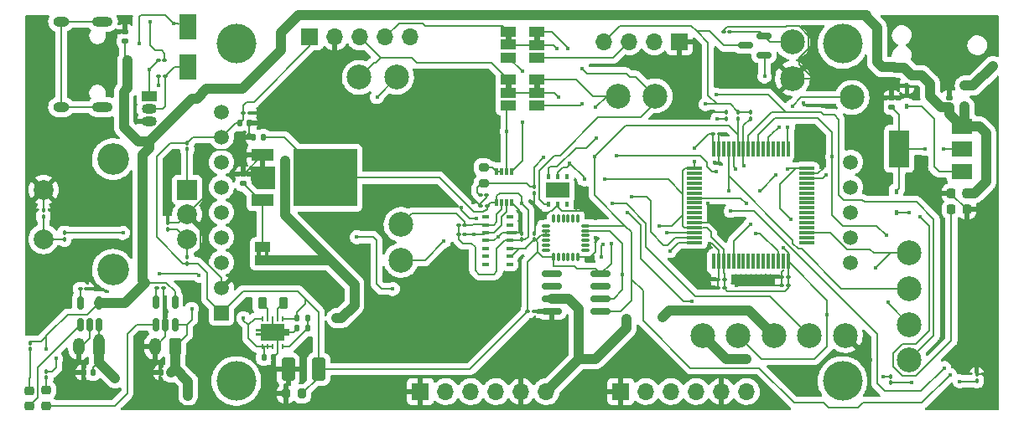
<source format=gbr>
%TF.GenerationSoftware,KiCad,Pcbnew,(6.0.4)*%
%TF.CreationDate,2022-10-13T17:41:33-04:00*%
%TF.ProjectId,ece49022_team44_pcb,65636534-3930-4323-925f-7465616d3434,rev?*%
%TF.SameCoordinates,Original*%
%TF.FileFunction,Copper,L1,Top*%
%TF.FilePolarity,Positive*%
%FSLAX46Y46*%
G04 Gerber Fmt 4.6, Leading zero omitted, Abs format (unit mm)*
G04 Created by KiCad (PCBNEW (6.0.4)) date 2022-10-13 17:41:33*
%MOMM*%
%LPD*%
G01*
G04 APERTURE LIST*
G04 Aperture macros list*
%AMRoundRect*
0 Rectangle with rounded corners*
0 $1 Rounding radius*
0 $2 $3 $4 $5 $6 $7 $8 $9 X,Y pos of 4 corners*
0 Add a 4 corners polygon primitive as box body*
4,1,4,$2,$3,$4,$5,$6,$7,$8,$9,$2,$3,0*
0 Add four circle primitives for the rounded corners*
1,1,$1+$1,$2,$3*
1,1,$1+$1,$4,$5*
1,1,$1+$1,$6,$7*
1,1,$1+$1,$8,$9*
0 Add four rect primitives between the rounded corners*
20,1,$1+$1,$2,$3,$4,$5,0*
20,1,$1+$1,$4,$5,$6,$7,0*
20,1,$1+$1,$6,$7,$8,$9,0*
20,1,$1+$1,$8,$9,$2,$3,0*%
%AMFreePoly0*
4,1,21,-0.125000,1.200000,0.125000,1.200000,0.125000,1.700000,0.375000,1.700000,0.375000,1.200000,0.825000,1.200000,0.825000,-1.200000,0.375000,-1.200000,0.375000,-1.700000,0.125000,-1.700000,0.125000,-1.200000,-0.125000,-1.200000,-0.125000,-1.700000,-0.375000,-1.700000,-0.375000,-1.200000,-0.825000,-1.200000,-0.825000,1.200000,-0.375000,1.200000,-0.375000,1.700000,-0.125000,1.700000,
-0.125000,1.200000,-0.125000,1.200000,$1*%
G04 Aperture macros list end*
%TA.AperFunction,ComponentPad*%
%ADD10R,1.700000X1.700000*%
%TD*%
%TA.AperFunction,ComponentPad*%
%ADD11O,1.700000X1.700000*%
%TD*%
%TA.AperFunction,SMDPad,CuDef*%
%ADD12RoundRect,0.100000X0.100000X-0.130000X0.100000X0.130000X-0.100000X0.130000X-0.100000X-0.130000X0*%
%TD*%
%TA.AperFunction,SMDPad,CuDef*%
%ADD13RoundRect,0.100000X0.130000X0.100000X-0.130000X0.100000X-0.130000X-0.100000X0.130000X-0.100000X0*%
%TD*%
%TA.AperFunction,SMDPad,CuDef*%
%ADD14RoundRect,0.100000X-0.130000X-0.100000X0.130000X-0.100000X0.130000X0.100000X-0.130000X0.100000X0*%
%TD*%
%TA.AperFunction,SMDPad,CuDef*%
%ADD15C,2.500000*%
%TD*%
%TA.AperFunction,SMDPad,CuDef*%
%ADD16RoundRect,0.218750X0.256250X-0.218750X0.256250X0.218750X-0.256250X0.218750X-0.256250X-0.218750X0*%
%TD*%
%TA.AperFunction,SMDPad,CuDef*%
%ADD17R,1.500000X1.000000*%
%TD*%
%TA.AperFunction,SMDPad,CuDef*%
%ADD18R,0.450000X0.600000*%
%TD*%
%TA.AperFunction,SMDPad,CuDef*%
%ADD19RoundRect,0.150000X0.587500X0.150000X-0.587500X0.150000X-0.587500X-0.150000X0.587500X-0.150000X0*%
%TD*%
%TA.AperFunction,SMDPad,CuDef*%
%ADD20RoundRect,0.150000X-0.825000X-0.150000X0.825000X-0.150000X0.825000X0.150000X-0.825000X0.150000X0*%
%TD*%
%TA.AperFunction,SMDPad,CuDef*%
%ADD21RoundRect,0.100000X-0.100000X0.130000X-0.100000X-0.130000X0.100000X-0.130000X0.100000X0.130000X0*%
%TD*%
%TA.AperFunction,SMDPad,CuDef*%
%ADD22RoundRect,0.150000X0.150000X-0.512500X0.150000X0.512500X-0.150000X0.512500X-0.150000X-0.512500X0*%
%TD*%
%TA.AperFunction,SMDPad,CuDef*%
%ADD23RoundRect,0.075000X-0.700000X-0.075000X0.700000X-0.075000X0.700000X0.075000X-0.700000X0.075000X0*%
%TD*%
%TA.AperFunction,SMDPad,CuDef*%
%ADD24RoundRect,0.075000X-0.075000X-0.700000X0.075000X-0.700000X0.075000X0.700000X-0.075000X0.700000X0*%
%TD*%
%TA.AperFunction,SMDPad,CuDef*%
%ADD25RoundRect,0.140000X0.140000X0.170000X-0.140000X0.170000X-0.140000X-0.170000X0.140000X-0.170000X0*%
%TD*%
%TA.AperFunction,SMDPad,CuDef*%
%ADD26RoundRect,0.075000X-0.075000X0.350000X-0.075000X-0.350000X0.075000X-0.350000X0.075000X0.350000X0*%
%TD*%
%TA.AperFunction,SMDPad,CuDef*%
%ADD27RoundRect,0.075000X-0.350000X-0.075000X0.350000X-0.075000X0.350000X0.075000X-0.350000X0.075000X0*%
%TD*%
%TA.AperFunction,SMDPad,CuDef*%
%ADD28RoundRect,0.218750X0.218750X0.256250X-0.218750X0.256250X-0.218750X-0.256250X0.218750X-0.256250X0*%
%TD*%
%TA.AperFunction,SMDPad,CuDef*%
%ADD29RoundRect,0.218750X-0.218750X-0.381250X0.218750X-0.381250X0.218750X0.381250X-0.218750X0.381250X0*%
%TD*%
%TA.AperFunction,SMDPad,CuDef*%
%ADD30R,2.200000X1.200000*%
%TD*%
%TA.AperFunction,SMDPad,CuDef*%
%ADD31R,6.400000X5.800000*%
%TD*%
%TA.AperFunction,SMDPad,CuDef*%
%ADD32R,0.300000X0.800000*%
%TD*%
%TA.AperFunction,SMDPad,CuDef*%
%ADD33RoundRect,0.200000X0.200000X0.275000X-0.200000X0.275000X-0.200000X-0.275000X0.200000X-0.275000X0*%
%TD*%
%TA.AperFunction,SMDPad,CuDef*%
%ADD34RoundRect,0.087500X-0.287500X-0.087500X0.287500X-0.087500X0.287500X0.087500X-0.287500X0.087500X0*%
%TD*%
%TA.AperFunction,SMDPad,CuDef*%
%ADD35R,0.240000X0.600000*%
%TD*%
%TA.AperFunction,ComponentPad*%
%ADD36C,0.500000*%
%TD*%
%TA.AperFunction,SMDPad,CuDef*%
%ADD37FreePoly0,270.000000*%
%TD*%
%TA.AperFunction,SMDPad,CuDef*%
%ADD38RoundRect,0.218750X-0.218750X-0.256250X0.218750X-0.256250X0.218750X0.256250X-0.218750X0.256250X0*%
%TD*%
%TA.AperFunction,SMDPad,CuDef*%
%ADD39R,0.400000X0.600000*%
%TD*%
%TA.AperFunction,SMDPad,CuDef*%
%ADD40R,2.400000X1.500000*%
%TD*%
%TA.AperFunction,SMDPad,CuDef*%
%ADD41R,2.000000X1.500000*%
%TD*%
%TA.AperFunction,SMDPad,CuDef*%
%ADD42R,2.000000X3.800000*%
%TD*%
%TA.AperFunction,SMDPad,CuDef*%
%ADD43RoundRect,0.200000X0.275000X-0.200000X0.275000X0.200000X-0.275000X0.200000X-0.275000X-0.200000X0*%
%TD*%
%TA.AperFunction,SMDPad,CuDef*%
%ADD44RoundRect,0.135000X0.135000X0.185000X-0.135000X0.185000X-0.135000X-0.185000X0.135000X-0.185000X0*%
%TD*%
%TA.AperFunction,SMDPad,CuDef*%
%ADD45RoundRect,0.140000X0.170000X-0.140000X0.170000X0.140000X-0.170000X0.140000X-0.170000X-0.140000X0*%
%TD*%
%TA.AperFunction,SMDPad,CuDef*%
%ADD46RoundRect,0.250000X0.412500X0.925000X-0.412500X0.925000X-0.412500X-0.925000X0.412500X-0.925000X0*%
%TD*%
%TA.AperFunction,SMDPad,CuDef*%
%ADD47RoundRect,0.135000X-0.135000X-0.185000X0.135000X-0.185000X0.135000X0.185000X-0.135000X0.185000X0*%
%TD*%
%TA.AperFunction,SMDPad,CuDef*%
%ADD48R,1.800000X2.500000*%
%TD*%
%TA.AperFunction,SMDPad,CuDef*%
%ADD49RoundRect,0.140000X-0.140000X-0.170000X0.140000X-0.170000X0.140000X0.170000X-0.140000X0.170000X0*%
%TD*%
%TA.AperFunction,ComponentPad*%
%ADD50R,2.000000X2.000000*%
%TD*%
%TA.AperFunction,ComponentPad*%
%ADD51C,2.000000*%
%TD*%
%TA.AperFunction,ComponentPad*%
%ADD52C,3.200000*%
%TD*%
%TA.AperFunction,ComponentPad*%
%ADD53RoundRect,0.250000X0.350000X0.625000X-0.350000X0.625000X-0.350000X-0.625000X0.350000X-0.625000X0*%
%TD*%
%TA.AperFunction,ComponentPad*%
%ADD54O,1.200000X1.750000*%
%TD*%
%TA.AperFunction,ComponentPad*%
%ADD55R,1.500000X1.050000*%
%TD*%
%TA.AperFunction,ComponentPad*%
%ADD56O,1.500000X1.050000*%
%TD*%
%TA.AperFunction,ComponentPad*%
%ADD57C,4.000000*%
%TD*%
%TA.AperFunction,ComponentPad*%
%ADD58R,1.500000X1.500000*%
%TD*%
%TA.AperFunction,ComponentPad*%
%ADD59C,1.500000*%
%TD*%
%TA.AperFunction,ComponentPad*%
%ADD60O,2.100000X1.000000*%
%TD*%
%TA.AperFunction,ComponentPad*%
%ADD61O,1.600000X1.000000*%
%TD*%
%TA.AperFunction,ViaPad*%
%ADD62C,0.400000*%
%TD*%
%TA.AperFunction,Conductor*%
%ADD63C,0.200000*%
%TD*%
%TA.AperFunction,Conductor*%
%ADD64C,1.000000*%
%TD*%
G04 APERTURE END LIST*
%TO.C,JP3*%
G36*
X66635200Y-23013000D02*
G01*
X66035200Y-23013000D01*
X66035200Y-22513000D01*
X66635200Y-22513000D01*
X66635200Y-23013000D01*
G37*
%TO.C,JP4*%
G36*
X66635200Y-18187000D02*
G01*
X66035200Y-18187000D01*
X66035200Y-17687000D01*
X66635200Y-17687000D01*
X66635200Y-18187000D01*
G37*
%TO.C,JP5*%
G36*
X38449200Y-39939800D02*
G01*
X38049200Y-39939800D01*
X38049200Y-39439800D01*
X38449200Y-39439800D01*
X38449200Y-39939800D01*
G37*
G36*
X39249200Y-39939800D02*
G01*
X38849200Y-39939800D01*
X38849200Y-39439800D01*
X39249200Y-39439800D01*
X39249200Y-39939800D01*
G37*
%TO.C,JP1*%
G36*
X63739600Y-23013000D02*
G01*
X63139600Y-23013000D01*
X63139600Y-22513000D01*
X63739600Y-22513000D01*
X63739600Y-23013000D01*
G37*
%TO.C,JP2*%
G36*
X63739600Y-18157000D02*
G01*
X63139600Y-18157000D01*
X63139600Y-17657000D01*
X63739600Y-17657000D01*
X63739600Y-18157000D01*
G37*
%TD*%
D10*
%TO.P,J2,1,Pin_1*%
%TO.N,GND*%
X74793000Y-53634800D03*
D11*
%TO.P,J2,2,Pin_2*%
%TO.N,unconnected-(J2-Pad2)*%
X77333000Y-53634800D03*
%TO.P,J2,3,Pin_3*%
%TO.N,unconnected-(J2-Pad3)*%
X79873000Y-53634800D03*
%TO.P,J2,4,Pin_4*%
%TO.N,unconnected-(J2-Pad4)*%
X82413000Y-53634800D03*
%TO.P,J2,5,Pin_5*%
%TO.N,GND*%
X84953000Y-53634800D03*
%TO.P,J2,6,Pin_6*%
%TO.N,+3V8*%
X87493000Y-53634800D03*
%TD*%
D12*
%TO.P,C1,1*%
%TO.N,/PA0*%
X29048000Y-37215800D03*
%TO.P,C1,2*%
%TO.N,GND*%
X29048000Y-36575800D03*
%TD*%
%TO.P,R3,1*%
%TO.N,/PA2*%
X18634000Y-38231800D03*
%TO.P,R3,2*%
%TO.N,+3V3*%
X18634000Y-37591800D03*
%TD*%
D13*
%TO.P,C13,1*%
%TO.N,GND*%
X66045600Y-45531800D03*
%TO.P,C13,2*%
%TO.N,+3V3*%
X65405600Y-45531800D03*
%TD*%
D12*
%TO.P,R18,1*%
%TO.N,Net-(D9-Pad2)*%
X16805200Y-52252600D03*
%TO.P,R18,2*%
%TO.N,+5V*%
X16805200Y-51612600D03*
%TD*%
D14*
%TO.P,C6,1*%
%TO.N,GND*%
X91059600Y-42026600D03*
%TO.P,C6,2*%
%TO.N,+3V3*%
X91699600Y-42026600D03*
%TD*%
D15*
%TO.P,TP31,1,1*%
%TO.N,+3V3*%
X86655200Y-47970200D03*
%TD*%
D13*
%TO.P,R16,1*%
%TO.N,/1V8_SDA*%
X59045000Y-37755000D03*
%TO.P,R16,2*%
%TO.N,+1V8*%
X58405000Y-37755000D03*
%TD*%
D12*
%TO.P,C14,1*%
%TO.N,GND*%
X66030400Y-33558200D03*
%TO.P,C14,2*%
%TO.N,+3V3*%
X66030400Y-32918200D03*
%TD*%
D15*
%TO.P,TP35,1,1*%
%TO.N,+1V8*%
X93868800Y-47970200D03*
%TD*%
%TO.P,TP11,1,1*%
%TO.N,/HDC_SCL*%
X74510000Y-23730000D03*
%TD*%
D16*
%TO.P,D9,1,K*%
%TO.N,Net-(D9-Pad1)*%
X16805200Y-55082400D03*
%TO.P,D9,2,A*%
%TO.N,Net-(D9-Pad2)*%
X16805200Y-53507400D03*
%TD*%
D17*
%TO.P,JP3,1,A*%
%TO.N,/HDC_SCL*%
X66335200Y-22113000D03*
%TO.P,JP3,2,C*%
%TO.N,/SCL*%
X66335200Y-23413000D03*
%TO.P,JP3,3,B*%
%TO.N,/HDC_SCL2*%
X66335200Y-24713000D03*
%TD*%
D15*
%TO.P,TP27,1,1*%
%TO.N,+3V8*%
X83048400Y-47970200D03*
%TD*%
D18*
%TO.P,D4,1,K*%
%TO.N,+5V*%
X109515200Y-24788600D03*
%TO.P,D4,2,A*%
%TO.N,/U5V*%
X109515200Y-22688600D03*
%TD*%
D12*
%TO.P,R2,1*%
%TO.N,+3V3*%
X31029200Y-40670200D03*
%TO.P,R2,2*%
%TO.N,/PA0*%
X31029200Y-40030200D03*
%TD*%
D17*
%TO.P,JP4,1,A*%
%TO.N,/HDC_SDA*%
X66335200Y-17287000D03*
%TO.P,JP4,2,C*%
%TO.N,/SDA*%
X66335200Y-18587000D03*
%TO.P,JP4,3,B*%
%TO.N,/HDC_SDA2*%
X66335200Y-19887000D03*
%TD*%
D19*
%TO.P,Q1,1,B*%
%TO.N,/PA5*%
X89246000Y-19593400D03*
%TO.P,Q1,2,E*%
%TO.N,Net-(Q1-Pad2)*%
X89246000Y-17693400D03*
%TO.P,Q1,3,C*%
%TO.N,+3V3*%
X87371000Y-18643400D03*
%TD*%
D20*
%TO.P,U5,1,OSCI*%
%TO.N,unconnected-(U5-Pad1)*%
X67836800Y-41721800D03*
%TO.P,U5,2,OSCO*%
%TO.N,unconnected-(U5-Pad2)*%
X67836800Y-42991800D03*
%TO.P,U5,3,VBAT*%
%TO.N,+BATT*%
X67836800Y-44261800D03*
%TO.P,U5,4,VSS*%
%TO.N,GND*%
X67836800Y-45531800D03*
%TO.P,U5,5,SDA*%
%TO.N,/SDA*%
X72786800Y-45531800D03*
%TO.P,U5,6,SCL*%
%TO.N,/SCL*%
X72786800Y-44261800D03*
%TO.P,U5,7,~{INT1}/CLKOUT*%
%TO.N,unconnected-(U5-Pad7)*%
X72786800Y-42991800D03*
%TO.P,U5,8,VDD*%
%TO.N,+3V3*%
X72786800Y-41721800D03*
%TD*%
D13*
%TO.P,C10,1*%
%TO.N,GND*%
X84740000Y-27599400D03*
%TO.P,C10,2*%
%TO.N,+3V3*%
X84100000Y-27599400D03*
%TD*%
D15*
%TO.P,TP7,1,1*%
%TO.N,/PB5*%
X103927200Y-50459400D03*
%TD*%
D13*
%TO.P,R14,1*%
%TO.N,Net-(D1-Pad1)*%
X28794000Y-21757400D03*
%TO.P,R14,2*%
%TO.N,GND*%
X28154000Y-21757400D03*
%TD*%
D21*
%TO.P,C12,1*%
%TO.N,GND*%
X66080000Y-37625000D03*
%TO.P,C12,2*%
%TO.N,+3V3*%
X66080000Y-38265000D03*
%TD*%
D15*
%TO.P,TP2,1,1*%
%TO.N,Net-(TP2-Pad1)*%
X98136000Y-23891000D03*
%TD*%
D17*
%TO.P,JP5,1,A*%
%TO.N,Net-(C18-Pad1)*%
X38649200Y-39039800D03*
%TO.P,JP5,2,B*%
%TO.N,/IN3V8*%
X38649200Y-40339800D03*
%TD*%
D14*
%TO.P,C8,1*%
%TO.N,GND*%
X84608000Y-42280600D03*
%TO.P,C8,2*%
%TO.N,+3V3*%
X85248000Y-42280600D03*
%TD*%
D13*
%TO.P,R19,1*%
%TO.N,GND*%
X20884400Y-43245800D03*
%TO.P,R19,2*%
%TO.N,Net-(R19-Pad2)*%
X20244400Y-43245800D03*
%TD*%
D15*
%TO.P,TP22,1,1*%
%TO.N,/1V8_SDA*%
X52619200Y-40350200D03*
%TD*%
D22*
%TO.P,U12,1,STAT*%
%TO.N,Net-(D10-Pad1)*%
X20224000Y-46923300D03*
%TO.P,U12,2,VSS*%
%TO.N,GND*%
X21174000Y-46923300D03*
%TO.P,U12,3,VBAT*%
%TO.N,+BATT*%
X22124000Y-46923300D03*
%TO.P,U12,4,VDD*%
%TO.N,+5V*%
X22124000Y-44648300D03*
%TO.P,U12,5,PROG*%
%TO.N,Net-(R19-Pad2)*%
X20224000Y-44648300D03*
%TD*%
D23*
%TO.P,U1,1,VBAT*%
%TO.N,+3V3*%
X82250200Y-31063000D03*
%TO.P,U1,2,PC13*%
%TO.N,unconnected-(U1-Pad2)*%
X82250200Y-31563000D03*
%TO.P,U1,3,PC14*%
%TO.N,unconnected-(U1-Pad3)*%
X82250200Y-32063000D03*
%TO.P,U1,4,PC15*%
%TO.N,unconnected-(U1-Pad4)*%
X82250200Y-32563000D03*
%TO.P,U1,5,PF0*%
%TO.N,unconnected-(U1-Pad5)*%
X82250200Y-33063000D03*
%TO.P,U1,6,PF1*%
%TO.N,unconnected-(U1-Pad6)*%
X82250200Y-33563000D03*
%TO.P,U1,7,NRST*%
%TO.N,/NRST*%
X82250200Y-34063000D03*
%TO.P,U1,8,PC0*%
%TO.N,unconnected-(U1-Pad8)*%
X82250200Y-34563000D03*
%TO.P,U1,9,PC1*%
%TO.N,unconnected-(U1-Pad9)*%
X82250200Y-35063000D03*
%TO.P,U1,10,PC2*%
%TO.N,unconnected-(U1-Pad10)*%
X82250200Y-35563000D03*
%TO.P,U1,11,PC3*%
%TO.N,unconnected-(U1-Pad11)*%
X82250200Y-36063000D03*
%TO.P,U1,12,VSSA*%
%TO.N,GND*%
X82250200Y-36563000D03*
%TO.P,U1,13,VDDA*%
%TO.N,+3V3*%
X82250200Y-37063000D03*
%TO.P,U1,14,PA0*%
%TO.N,/PA0*%
X82250200Y-37563000D03*
%TO.P,U1,15,PA1*%
%TO.N,/PA1*%
X82250200Y-38063000D03*
%TO.P,U1,16,PA2*%
%TO.N,/PA2*%
X82250200Y-38563000D03*
D24*
%TO.P,U1,17,PA3*%
%TO.N,unconnected-(U1-Pad17)*%
X84175200Y-40488000D03*
%TO.P,U1,18,VSS*%
%TO.N,GND*%
X84675200Y-40488000D03*
%TO.P,U1,19,VDD*%
%TO.N,+3V3*%
X85175200Y-40488000D03*
%TO.P,U1,20,PA4*%
%TO.N,unconnected-(U1-Pad20)*%
X85675200Y-40488000D03*
%TO.P,U1,21,PA5*%
%TO.N,/PA5*%
X86175200Y-40488000D03*
%TO.P,U1,22,PA6*%
%TO.N,unconnected-(U1-Pad22)*%
X86675200Y-40488000D03*
%TO.P,U1,23,PA7*%
%TO.N,unconnected-(U1-Pad23)*%
X87175200Y-40488000D03*
%TO.P,U1,24,PC4*%
%TO.N,unconnected-(U1-Pad24)*%
X87675200Y-40488000D03*
%TO.P,U1,25,PC5*%
%TO.N,unconnected-(U1-Pad25)*%
X88175200Y-40488000D03*
%TO.P,U1,26,PB0*%
%TO.N,unconnected-(U1-Pad26)*%
X88675200Y-40488000D03*
%TO.P,U1,27,PB1*%
%TO.N,unconnected-(U1-Pad27)*%
X89175200Y-40488000D03*
%TO.P,U1,28,PB2*%
%TO.N,unconnected-(U1-Pad28)*%
X89675200Y-40488000D03*
%TO.P,U1,29,PB10*%
%TO.N,unconnected-(U1-Pad29)*%
X90175200Y-40488000D03*
%TO.P,U1,30,PB11*%
%TO.N,/PB11*%
X90675200Y-40488000D03*
%TO.P,U1,31,VSS*%
%TO.N,GND*%
X91175200Y-40488000D03*
%TO.P,U1,32,VDD*%
%TO.N,+3V3*%
X91675200Y-40488000D03*
D23*
%TO.P,U1,33,PB12*%
%TO.N,unconnected-(U1-Pad33)*%
X93600200Y-38563000D03*
%TO.P,U1,34,PB13*%
%TO.N,unconnected-(U1-Pad34)*%
X93600200Y-38063000D03*
%TO.P,U1,35,PB14*%
%TO.N,/PB14*%
X93600200Y-37563000D03*
%TO.P,U1,36,PB15*%
%TO.N,unconnected-(U1-Pad36)*%
X93600200Y-37063000D03*
%TO.P,U1,37,PC6*%
%TO.N,unconnected-(U1-Pad37)*%
X93600200Y-36563000D03*
%TO.P,U1,38,PC7*%
%TO.N,unconnected-(U1-Pad38)*%
X93600200Y-36063000D03*
%TO.P,U1,39,PC8*%
%TO.N,unconnected-(U1-Pad39)*%
X93600200Y-35563000D03*
%TO.P,U1,40,PC9*%
%TO.N,unconnected-(U1-Pad40)*%
X93600200Y-35063000D03*
%TO.P,U1,41,PA8*%
%TO.N,unconnected-(U1-Pad41)*%
X93600200Y-34563000D03*
%TO.P,U1,42,PA9*%
%TO.N,unconnected-(U1-Pad42)*%
X93600200Y-34063000D03*
%TO.P,U1,43,PA10*%
%TO.N,unconnected-(U1-Pad43)*%
X93600200Y-33563000D03*
%TO.P,U1,44,PA11*%
%TO.N,unconnected-(U1-Pad44)*%
X93600200Y-33063000D03*
%TO.P,U1,45,PA12*%
%TO.N,unconnected-(U1-Pad45)*%
X93600200Y-32563000D03*
%TO.P,U1,46,PA13*%
%TO.N,/SWDIO_IN*%
X93600200Y-32063000D03*
%TO.P,U1,47,VSS*%
%TO.N,GND*%
X93600200Y-31563000D03*
%TO.P,U1,48,VDDIO2*%
%TO.N,+3V3*%
X93600200Y-31063000D03*
D24*
%TO.P,U1,49,PA14*%
%TO.N,/SWCLK_IN*%
X91675200Y-29138000D03*
%TO.P,U1,50,PA15*%
%TO.N,unconnected-(U1-Pad50)*%
X91175200Y-29138000D03*
%TO.P,U1,51,PC10*%
%TO.N,unconnected-(U1-Pad51)*%
X90675200Y-29138000D03*
%TO.P,U1,52,PC11*%
%TO.N,unconnected-(U1-Pad52)*%
X90175200Y-29138000D03*
%TO.P,U1,53,PC12*%
%TO.N,Net-(TP2-Pad1)*%
X89675200Y-29138000D03*
%TO.P,U1,54,PD2*%
%TO.N,unconnected-(U1-Pad54)*%
X89175200Y-29138000D03*
%TO.P,U1,55,PB3*%
%TO.N,/PB3*%
X88675200Y-29138000D03*
%TO.P,U1,56,PB4*%
%TO.N,unconnected-(U1-Pad56)*%
X88175200Y-29138000D03*
%TO.P,U1,57,PB5*%
%TO.N,/PB5*%
X87675200Y-29138000D03*
%TO.P,U1,58,PB6*%
%TO.N,/SCL*%
X87175200Y-29138000D03*
%TO.P,U1,59,PB7*%
%TO.N,/SDA*%
X86675200Y-29138000D03*
%TO.P,U1,60,PF11*%
%TO.N,Net-(R5-Pad1)*%
X86175200Y-29138000D03*
%TO.P,U1,61,PB8*%
%TO.N,/PB8*%
X85675200Y-29138000D03*
%TO.P,U1,62,PB9*%
%TO.N,unconnected-(U1-Pad62)*%
X85175200Y-29138000D03*
%TO.P,U1,63,VSS*%
%TO.N,GND*%
X84675200Y-29138000D03*
%TO.P,U1,64,VDD*%
%TO.N,+3V3*%
X84175200Y-29138000D03*
%TD*%
D14*
%TO.P,C9,1*%
%TO.N,GND*%
X84608000Y-43144200D03*
%TO.P,C9,2*%
%TO.N,+3V3*%
X85248000Y-43144200D03*
%TD*%
D25*
%TO.P,C24,1*%
%TO.N,+3V8*%
X29375600Y-51729400D03*
%TO.P,C24,2*%
%TO.N,GND*%
X28415600Y-51729400D03*
%TD*%
D15*
%TO.P,TP8,1,1*%
%TO.N,/PB3*%
X103927200Y-46852600D03*
%TD*%
D26*
%TO.P,U7,1,CLKIN*%
%TO.N,unconnected-(U7-Pad1)*%
X70480800Y-36165000D03*
%TO.P,U7,2*%
%TO.N,N/C*%
X69980800Y-36165000D03*
%TO.P,U7,3*%
X69480800Y-36165000D03*
%TO.P,U7,4*%
X68980800Y-36165000D03*
%TO.P,U7,5*%
X68480800Y-36165000D03*
%TO.P,U7,6,AUX_SDA*%
%TO.N,unconnected-(U7-Pad6)*%
X67980800Y-36165000D03*
D27*
%TO.P,U7,7,AUX_SCL*%
%TO.N,unconnected-(U7-Pad7)*%
X67280800Y-36865000D03*
%TO.P,U7,8,VDDIO*%
%TO.N,+3V3*%
X67280800Y-37365000D03*
%TO.P,U7,9,AD0*%
X67280800Y-37865000D03*
%TO.P,U7,10,REGOUT*%
%TO.N,unconnected-(U7-Pad10)*%
X67280800Y-38365000D03*
%TO.P,U7,11,FSYNC*%
%TO.N,unconnected-(U7-Pad11)*%
X67280800Y-38865000D03*
%TO.P,U7,12,INT*%
%TO.N,unconnected-(U7-Pad12)*%
X67280800Y-39365000D03*
D26*
%TO.P,U7,13,VDD*%
%TO.N,+3V3*%
X67980800Y-40065000D03*
%TO.P,U7,14*%
%TO.N,N/C*%
X68480800Y-40065000D03*
%TO.P,U7,15*%
X68980800Y-40065000D03*
%TO.P,U7,16*%
X69480800Y-40065000D03*
%TO.P,U7,17*%
X69980800Y-40065000D03*
%TO.P,U7,18,GND*%
%TO.N,GND*%
X70480800Y-40065000D03*
D27*
%TO.P,U7,19*%
%TO.N,N/C*%
X71180800Y-39365000D03*
%TO.P,U7,20,CPOUT*%
%TO.N,unconnected-(U7-Pad20)*%
X71180800Y-38865000D03*
%TO.P,U7,21*%
%TO.N,N/C*%
X71180800Y-38365000D03*
%TO.P,U7,22*%
X71180800Y-37865000D03*
%TO.P,U7,23,SCL*%
%TO.N,/SCL*%
X71180800Y-37365000D03*
%TO.P,U7,24,SDA*%
%TO.N,/SDA*%
X71180800Y-36865000D03*
%TD*%
D28*
%TO.P,D8,1,K*%
%TO.N,GND*%
X109743900Y-35219400D03*
%TO.P,D8,2,A*%
%TO.N,+3V3*%
X108168900Y-35219400D03*
%TD*%
D18*
%TO.P,D5,1,K*%
%TO.N,GND*%
X103673200Y-22688600D03*
%TO.P,D5,2,A*%
%TO.N,Net-(D5-Pad2)*%
X103673200Y-24788600D03*
%TD*%
D21*
%TO.P,R20,1*%
%TO.N,+5V*%
X15140000Y-48710000D03*
%TO.P,R20,2*%
%TO.N,Net-(D10-Pad2)*%
X15140000Y-49350000D03*
%TD*%
D25*
%TO.P,C25,1*%
%TO.N,+BATT*%
X21529600Y-51729400D03*
%TO.P,C25,2*%
%TO.N,GND*%
X20569600Y-51729400D03*
%TD*%
D29*
%TO.P,L1,1*%
%TO.N,Net-(L1-Pad1)*%
X38587500Y-44719000D03*
%TO.P,L1,2*%
%TO.N,Net-(L1-Pad2)*%
X40712500Y-44719000D03*
%TD*%
D30*
%TO.P,U9,1,GND*%
%TO.N,GND*%
X38665600Y-29739000D03*
D31*
%TO.P,U9,2,VO*%
%TO.N,+1V8*%
X44965600Y-32019000D03*
D30*
%TO.P,U9,3,VI*%
%TO.N,Net-(C18-Pad1)*%
X38665600Y-34299000D03*
%TD*%
D13*
%TO.P,R12,1*%
%TO.N,+3V8*%
X28747800Y-20131800D03*
%TO.P,R12,2*%
%TO.N,Net-(D3-Pad2)*%
X28107800Y-20131800D03*
%TD*%
D32*
%TO.P,U4,1,VREF1*%
%TO.N,+1V8*%
X62283200Y-34483400D03*
%TO.P,U4,2,SCL1*%
%TO.N,/1V8_SCL*%
X62783200Y-34483400D03*
%TO.P,U4,3,SDA1*%
%TO.N,/1V8_SDA*%
X63283200Y-34483400D03*
%TO.P,U4,4,GND*%
%TO.N,GND*%
X63783200Y-34483400D03*
%TO.P,U4,5,SDA2*%
%TO.N,/MAX_SDA2*%
X63783200Y-31383400D03*
%TO.P,U4,6,SCL2*%
%TO.N,/MAX_SCL2*%
X63283200Y-31383400D03*
%TO.P,U4,7,VREF2*%
%TO.N,Net-(R7-Pad2)*%
X62783200Y-31383400D03*
%TO.P,U4,8,EN*%
X62283200Y-31383400D03*
%TD*%
D21*
%TO.P,C16,1*%
%TO.N,GND*%
X64760400Y-37642600D03*
%TO.P,C16,2*%
%TO.N,+1V8*%
X64760400Y-38282600D03*
%TD*%
D25*
%TO.P,C17,1*%
%TO.N,GND*%
X39723600Y-50205400D03*
%TO.P,C17,2*%
%TO.N,/IN3V8*%
X38763600Y-50205400D03*
%TD*%
D10*
%TO.P,J5,1,Pin_1*%
%TO.N,GND*%
X54574600Y-53634800D03*
D11*
%TO.P,J5,2,Pin_2*%
%TO.N,unconnected-(J5-Pad2)*%
X57114600Y-53634800D03*
%TO.P,J5,3,Pin_3*%
%TO.N,unconnected-(J5-Pad3)*%
X59654600Y-53634800D03*
%TO.P,J5,4,Pin_4*%
%TO.N,unconnected-(J5-Pad4)*%
X62194600Y-53634800D03*
%TO.P,J5,5,Pin_5*%
%TO.N,GND*%
X64734600Y-53634800D03*
%TO.P,J5,6,Pin_6*%
%TO.N,+BATT*%
X67274600Y-53634800D03*
%TD*%
D33*
%TO.P,R13,1*%
%TO.N,+3V3*%
X42620800Y-53863000D03*
%TO.P,R13,2*%
%TO.N,GND*%
X40970800Y-53863000D03*
%TD*%
D15*
%TO.P,TP1,1,1*%
%TO.N,Net-(Q1-Pad2)*%
X92141600Y-18303000D03*
%TD*%
D12*
%TO.P,C3,1*%
%TO.N,/NRST*%
X110734400Y-52546800D03*
%TO.P,C3,2*%
%TO.N,GND*%
X110734400Y-51906800D03*
%TD*%
D16*
%TO.P,D10,1,K*%
%TO.N,Net-(D10-Pad1)*%
X15128800Y-55107700D03*
%TO.P,D10,2,A*%
%TO.N,Net-(D10-Pad2)*%
X15128800Y-53532700D03*
%TD*%
D15*
%TO.P,TP32,1,1*%
%TO.N,GND*%
X97475600Y-47970200D03*
%TD*%
%TO.P,TP5,1,1*%
%TO.N,/PB14*%
X103927200Y-39639000D03*
%TD*%
D34*
%TO.P,U6,1,NC*%
%TO.N,unconnected-(U6-Pad1)*%
X61172800Y-35969000D03*
%TO.P,U6,2,SCL*%
%TO.N,/1V8_SCL*%
X61172800Y-36769000D03*
%TO.P,U6,3,SDA*%
%TO.N,/1V8_SDA*%
X61172800Y-37569000D03*
%TO.P,U6,4,PGND*%
%TO.N,GND*%
X61172800Y-38369000D03*
%TO.P,U6,5,NC*%
%TO.N,unconnected-(U6-Pad5)*%
X61172800Y-39169000D03*
%TO.P,U6,6,NC*%
%TO.N,unconnected-(U6-Pad6)*%
X61172800Y-39969000D03*
%TO.P,U6,7,NC*%
%TO.N,unconnected-(U6-Pad7)*%
X61172800Y-40769000D03*
%TO.P,U6,8,NC*%
%TO.N,unconnected-(U6-Pad8)*%
X63572800Y-40769000D03*
%TO.P,U6,9,VLED+*%
%TO.N,+3V3*%
X63572800Y-39969000D03*
%TO.P,U6,10,VLED+*%
X63572800Y-39169000D03*
%TO.P,U6,11,VDD*%
%TO.N,+1V8*%
X63572800Y-38369000D03*
%TO.P,U6,12,GND*%
%TO.N,GND*%
X63572800Y-37569000D03*
%TO.P,U6,13,~{INT}*%
%TO.N,unconnected-(U6-Pad13)*%
X63572800Y-36769000D03*
%TO.P,U6,14,NC*%
%TO.N,unconnected-(U6-Pad14)*%
X63572800Y-35969000D03*
%TD*%
D15*
%TO.P,TP34,1,1*%
%TO.N,GND*%
X92141600Y-21960600D03*
%TD*%
D35*
%TO.P,U8,1,VOUT*%
%TO.N,+3V3*%
X40650000Y-46265400D03*
%TO.P,U8,2,L2*%
%TO.N,Net-(L1-Pad2)*%
X40150000Y-46265400D03*
%TO.P,U8,3,PGND*%
%TO.N,GND*%
X39650000Y-46265400D03*
%TO.P,U8,4,L1*%
%TO.N,Net-(L1-Pad1)*%
X39150000Y-46265400D03*
%TO.P,U8,5,VIN*%
%TO.N,/IN3V8*%
X38650000Y-46265400D03*
%TO.P,U8,6,EN*%
X38650000Y-49065400D03*
%TO.P,U8,7,PS/SYNC*%
X39150000Y-49065400D03*
%TO.P,U8,8,VINA*%
X39650000Y-49065400D03*
%TO.P,U8,9,GND*%
%TO.N,GND*%
X40150000Y-49065400D03*
%TO.P,U8,10,FB*%
%TO.N,Net-(R10-Pad2)*%
X40650000Y-49065400D03*
D36*
%TO.P,U8,11,PGND*%
%TO.N,GND*%
X38700000Y-47665400D03*
D37*
X39650000Y-47665400D03*
D36*
X39650000Y-47090400D03*
X40600000Y-47665400D03*
X39650000Y-48240400D03*
%TD*%
D15*
%TO.P,TP6,1,1*%
%TO.N,/PB8*%
X103927200Y-43245800D03*
%TD*%
D38*
%TO.P,D7,1,K*%
%TO.N,GND*%
X108168900Y-33593800D03*
%TO.P,D7,2,A*%
%TO.N,+5V*%
X109743900Y-33593800D03*
%TD*%
D13*
%TO.P,R6,1*%
%TO.N,Net-(Q1-Pad2)*%
X85817400Y-17287000D03*
%TO.P,R6,2*%
%TO.N,GND*%
X85177400Y-17287000D03*
%TD*%
D25*
%TO.P,C20,1*%
%TO.N,+1V8*%
X38672000Y-27904200D03*
%TO.P,C20,2*%
%TO.N,GND*%
X37712000Y-27904200D03*
%TD*%
D39*
%TO.P,U2,1,SDA*%
%TO.N,/HDC_SDA*%
X67468000Y-34689000D03*
%TO.P,U2,2,GND*%
%TO.N,GND*%
X68418000Y-34689000D03*
%TO.P,U2,3,NC*%
%TO.N,unconnected-(U2-Pad3)*%
X69368000Y-34689000D03*
%TO.P,U2,4,NC*%
%TO.N,unconnected-(U2-Pad4)*%
X69368000Y-31889000D03*
%TO.P,U2,5,VCC*%
%TO.N,+3V3*%
X68418000Y-31889000D03*
%TO.P,U2,6,SCL*%
%TO.N,/HDC_SCL*%
X67468000Y-31889000D03*
D40*
%TO.P,U2,7,DAP*%
%TO.N,unconnected-(U2-Pad7)*%
X68418000Y-33289000D03*
%TD*%
D15*
%TO.P,TP25,1,1*%
%TO.N,+BATT*%
X90262000Y-47970200D03*
%TD*%
D14*
%TO.P,R15,1*%
%TO.N,+1V8*%
X58400000Y-36815000D03*
%TO.P,R15,2*%
%TO.N,/1V8_SCL*%
X59040000Y-36815000D03*
%TD*%
D15*
%TO.P,TP21,1,1*%
%TO.N,/1V8_SCL*%
X52619200Y-36743400D03*
%TD*%
%TO.P,TP16,1,1*%
%TO.N,/MAX_SDA*%
X52162000Y-21859000D03*
%TD*%
%TO.P,TP15,1,1*%
%TO.N,/MAX_SCL*%
X48402800Y-21859000D03*
%TD*%
D21*
%TO.P,R8,1*%
%TO.N,+3V3*%
X87874400Y-25399800D03*
%TO.P,R8,2*%
%TO.N,/SCL*%
X87874400Y-26039800D03*
%TD*%
D18*
%TO.P,D6,1,K*%
%TO.N,+3V3*%
X102606400Y-35507400D03*
%TO.P,D6,2,A*%
%TO.N,Net-(C22-Pad1)*%
X102606400Y-33407400D03*
%TD*%
D41*
%TO.P,U10,1,GND*%
%TO.N,Net-(D5-Pad2)*%
X109210400Y-31386600D03*
%TO.P,U10,2,VO*%
%TO.N,Net-(C22-Pad1)*%
X109210400Y-29086600D03*
D42*
X102910400Y-29086600D03*
D41*
%TO.P,U10,3,VI*%
%TO.N,+5V*%
X109210400Y-26786600D03*
%TD*%
D43*
%TO.P,R7,1*%
%TO.N,+3V3*%
X60940000Y-32615000D03*
%TO.P,R7,2*%
%TO.N,Net-(R7-Pad2)*%
X60940000Y-30965000D03*
%TD*%
D13*
%TO.P,R17,1*%
%TO.N,GND*%
X28606000Y-43195000D03*
%TO.P,R17,2*%
%TO.N,Net-(R17-Pad2)*%
X27966000Y-43195000D03*
%TD*%
D17*
%TO.P,JP1,1,A*%
%TO.N,/MAX_SCL*%
X63439600Y-22113000D03*
%TO.P,JP1,2,C*%
%TO.N,/SCL*%
X63439600Y-23413000D03*
%TO.P,JP1,3,B*%
%TO.N,/MAX_SCL2*%
X63439600Y-24713000D03*
%TD*%
D44*
%TO.P,R11,1*%
%TO.N,Net-(R10-Pad2)*%
X43157200Y-47259000D03*
%TO.P,R11,2*%
%TO.N,GND*%
X42137200Y-47259000D03*
%TD*%
D12*
%TO.P,R1,1*%
%TO.N,/PA1*%
X31029200Y-29128000D03*
%TO.P,R1,2*%
%TO.N,+3V3*%
X31029200Y-28488000D03*
%TD*%
D17*
%TO.P,JP2,1,A*%
%TO.N,/MAX_SDA*%
X63439600Y-17257000D03*
%TO.P,JP2,2,C*%
%TO.N,/SDA*%
X63439600Y-18557000D03*
%TO.P,JP2,3,B*%
%TO.N,/MAX_SDA2*%
X63439600Y-19857000D03*
%TD*%
D13*
%TO.P,C4,1*%
%TO.N,GND*%
X37343600Y-25465800D03*
%TO.P,C4,2*%
%TO.N,+3V3*%
X36703600Y-25465800D03*
%TD*%
D12*
%TO.P,R5,1*%
%TO.N,Net-(R5-Pad1)*%
X85436000Y-26050400D03*
%TO.P,R5,2*%
%TO.N,GND*%
X85436000Y-25410400D03*
%TD*%
D14*
%TO.P,C7,1*%
%TO.N,GND*%
X91059600Y-42890200D03*
%TO.P,C7,2*%
%TO.N,+3V3*%
X91699600Y-42890200D03*
%TD*%
D22*
%TO.P,U11,1,STAT*%
%TO.N,Net-(D9-Pad1)*%
X27894800Y-46872500D03*
%TO.P,U11,2,VSS*%
%TO.N,GND*%
X28844800Y-46872500D03*
%TO.P,U11,3,VBAT*%
%TO.N,+3V8*%
X29794800Y-46872500D03*
%TO.P,U11,4,VDD*%
%TO.N,+5V*%
X29794800Y-44597500D03*
%TO.P,U11,5,PROG*%
%TO.N,Net-(R17-Pad2)*%
X27894800Y-44597500D03*
%TD*%
D45*
%TO.P,C23,1*%
%TO.N,+5V*%
X24749800Y-18201400D03*
%TO.P,C23,2*%
%TO.N,GND*%
X24749800Y-17241400D03*
%TD*%
D21*
%TO.P,R4,1*%
%TO.N,+3V3*%
X102010000Y-52105000D03*
%TO.P,R4,2*%
%TO.N,/NRST*%
X102010000Y-52745000D03*
%TD*%
D13*
%TO.P,C11,1*%
%TO.N,GND*%
X61240000Y-33755000D03*
%TO.P,C11,2*%
%TO.N,+3V3*%
X60600000Y-33755000D03*
%TD*%
D45*
%TO.P,C21,1*%
%TO.N,+5V*%
X107991200Y-24879000D03*
%TO.P,C21,2*%
%TO.N,GND*%
X107991200Y-23919000D03*
%TD*%
D15*
%TO.P,TP12,1,1*%
%TO.N,/HDC_SDA*%
X78270000Y-23740000D03*
%TD*%
D45*
%TO.P,C18,1*%
%TO.N,Net-(C18-Pad1)*%
X36668000Y-32600600D03*
%TO.P,C18,2*%
%TO.N,GND*%
X36668000Y-31640600D03*
%TD*%
D46*
%TO.P,C19,1*%
%TO.N,+3V3*%
X44286300Y-51373800D03*
%TO.P,C19,2*%
%TO.N,GND*%
X41211300Y-51373800D03*
%TD*%
D12*
%TO.P,R9,1*%
%TO.N,/SDA*%
X86655200Y-26039800D03*
%TO.P,R9,2*%
%TO.N,+3V3*%
X86655200Y-25399800D03*
%TD*%
D14*
%TO.P,C15,1*%
%TO.N,GND*%
X60641000Y-34863800D03*
%TO.P,C15,2*%
%TO.N,+1V8*%
X61281000Y-34863800D03*
%TD*%
D47*
%TO.P,R10,1*%
%TO.N,+3V3*%
X42137200Y-46192200D03*
%TO.P,R10,2*%
%TO.N,Net-(R10-Pad2)*%
X43157200Y-46192200D03*
%TD*%
D12*
%TO.P,C2,1*%
%TO.N,/PA2*%
X16500400Y-35935200D03*
%TO.P,C2,2*%
%TO.N,GND*%
X16500400Y-35295200D03*
%TD*%
D48*
%TO.P,D1,1,A*%
%TO.N,Net-(D1-Pad1)*%
X31080000Y-20779000D03*
%TO.P,D1,2,K*%
%TO.N,Net-(D1-Pad2)*%
X31080000Y-16779000D03*
%TD*%
D45*
%TO.P,C22,1*%
%TO.N,Net-(C22-Pad1)*%
X102149200Y-24879000D03*
%TO.P,C22,2*%
%TO.N,GND*%
X102149200Y-23919000D03*
%TD*%
D10*
%TO.P,J4,1,Pin_1*%
%TO.N,GND*%
X80711600Y-18252200D03*
D11*
%TO.P,J4,2,Pin_2*%
%TO.N,/HDC_SCL2*%
X78171600Y-18252200D03*
%TO.P,J4,3,Pin_3*%
%TO.N,/HDC_SDA2*%
X75631600Y-18252200D03*
%TO.P,J4,4,Pin_4*%
%TO.N,+3V3*%
X73091600Y-18252200D03*
%TD*%
D49*
%TO.P,C5,1*%
%TO.N,+3V3*%
X36340400Y-26481800D03*
%TO.P,C5,2*%
%TO.N,GND*%
X37300400Y-26481800D03*
%TD*%
D10*
%TO.P,J3,1,Pin_1*%
%TO.N,+3V3*%
X43403600Y-17770000D03*
D11*
%TO.P,J3,2,Pin_2*%
%TO.N,GND*%
X45943600Y-17770000D03*
%TO.P,J3,3,Pin_3*%
%TO.N,/MAX_SCL*%
X48483600Y-17770000D03*
%TO.P,J3,4,Pin_4*%
%TO.N,/MAX_SDA*%
X51023600Y-17770000D03*
%TO.P,J3,5,Pin_5*%
%TO.N,unconnected-(J3-Pad5)*%
X53563600Y-17770000D03*
%TD*%
D50*
%TO.P,SW1,A,A*%
%TO.N,/PA1*%
X31017790Y-33227400D03*
D51*
%TO.P,SW1,B,B*%
%TO.N,/PA0*%
X31017790Y-38227400D03*
%TO.P,SW1,C,C*%
%TO.N,GND*%
X31017790Y-35727400D03*
D52*
%TO.P,SW1,MP*%
%TO.N,N/C*%
X23517790Y-30127400D03*
X23517790Y-41327400D03*
D51*
%TO.P,SW1,S1,S1*%
%TO.N,/PA2*%
X16517790Y-38227400D03*
%TO.P,SW1,S2,S2*%
%TO.N,GND*%
X16517790Y-33227400D03*
%TD*%
D53*
%TO.P,J8,1,Pin_1*%
%TO.N,+BATT*%
X22123200Y-49076200D03*
D54*
%TO.P,J8,2,Pin_2*%
%TO.N,GND*%
X20123200Y-49076200D03*
%TD*%
D55*
%TO.P,Q2,1,C*%
%TO.N,Net-(D3-Pad2)*%
X27172800Y-23789400D03*
D56*
%TO.P,Q2,2,B*%
%TO.N,Net-(D1-Pad1)*%
X27172800Y-25059400D03*
%TO.P,Q2,3,E*%
%TO.N,GND*%
X27172800Y-26329400D03*
%TD*%
D57*
%TO.P,U3,*%
%TO.N,*%
X35983600Y-18474200D03*
X97183600Y-52574200D03*
X97183600Y-18474200D03*
X35983600Y-52574200D03*
D58*
%TO.P,U3,1,VCC*%
%TO.N,+3V3*%
X34483600Y-45684200D03*
D59*
%TO.P,U3,2,GND*%
%TO.N,GND*%
X34483600Y-43144200D03*
%TO.P,U3,3,~{CS}*%
%TO.N,/PB8*%
X34483600Y-40604200D03*
%TO.P,U3,4,RESET*%
%TO.N,/PB11*%
X34483600Y-38064200D03*
%TO.P,U3,5,D/~{C}*%
%TO.N,/PB14*%
X34483600Y-35524200D03*
%TO.P,U3,6,MOSI*%
%TO.N,/PB5*%
X34483600Y-32984200D03*
%TO.P,U3,7,SCK*%
%TO.N,/PB3*%
X34483600Y-30444200D03*
%TO.P,U3,8,LED*%
%TO.N,+3V3*%
X34483600Y-27904200D03*
%TO.P,U3,9,MISO*%
%TO.N,unconnected-(U3-Pad9)*%
X34483600Y-25364200D03*
%TO.P,U3,10,SD_CS*%
%TO.N,unconnected-(U3-Pad10)*%
X98003600Y-40604200D03*
%TO.P,U3,11,SD_MOSI*%
%TO.N,unconnected-(U3-Pad11)*%
X98003600Y-38064200D03*
%TO.P,U3,12,SD_MISO*%
%TO.N,unconnected-(U3-Pad12)*%
X98003600Y-35524200D03*
%TO.P,U3,13,SD_SCK*%
%TO.N,unconnected-(U3-Pad13)*%
X98003600Y-32984200D03*
%TO.P,U3,14,FLASH_CD*%
%TO.N,unconnected-(U3-Pad14)*%
X98003600Y-30444200D03*
%TD*%
D60*
%TO.P,J6,S1,SHIELD*%
%TO.N,unconnected-(J6-PadS1)*%
X22470000Y-24858200D03*
D61*
X18290000Y-16218200D03*
D60*
X22470000Y-16218200D03*
D61*
X18290000Y-24858200D03*
%TD*%
D53*
%TO.P,J7,1,Pin_1*%
%TO.N,+3V8*%
X29794000Y-49076200D03*
D54*
%TO.P,J7,2,Pin_2*%
%TO.N,GND*%
X27794000Y-49076200D03*
%TD*%
D62*
%TO.N,+3V8*%
X31130000Y-54040000D03*
X87490000Y-50380000D03*
%TO.N,/PA0*%
X79452359Y-37568618D03*
%TO.N,GND*%
X83470000Y-25715000D03*
X95180000Y-24805000D03*
X110640000Y-20625000D03*
X94610000Y-22365000D03*
X66910000Y-36095000D03*
X112480000Y-50795000D03*
X24470000Y-16265000D03*
X62437520Y-37967480D03*
X58690000Y-35005000D03*
X72280000Y-38105000D03*
X28140000Y-22665000D03*
X107190000Y-20655000D03*
X59894541Y-34550069D03*
X72280000Y-36094989D03*
X60190000Y-36145000D03*
X83610000Y-34616500D03*
X100040000Y-50475000D03*
X86500000Y-42865000D03*
X84655073Y-37478449D03*
X102350000Y-21965000D03*
X84231888Y-30436942D03*
X93260000Y-24455000D03*
X83840000Y-43115000D03*
X83740000Y-38695000D03*
X94220000Y-26845000D03*
%TO.N,/PA2*%
X28240000Y-41755000D03*
X79770000Y-39425000D03*
X32230000Y-41905000D03*
%TO.N,/NRST*%
X90455000Y-31760000D03*
X109000000Y-52605000D03*
X87460000Y-34615000D03*
X104170000Y-52715000D03*
X88810000Y-33305000D03*
%TO.N,+3V3*%
X73190000Y-32185000D03*
X83360000Y-24555000D03*
X91610000Y-31105000D03*
X104970000Y-35955000D03*
X103880000Y-35555000D03*
X73830000Y-38675000D03*
X91930000Y-36225000D03*
X78670000Y-36888500D03*
X82240000Y-30365000D03*
X69606209Y-30503757D03*
X101280000Y-52105000D03*
X66980000Y-29985000D03*
X82260000Y-29025000D03*
X24530000Y-37595000D03*
X71110000Y-32185000D03*
X91170000Y-39105000D03*
X95640000Y-45835000D03*
%TO.N,+1V8*%
X73930000Y-34605000D03*
X64780000Y-34605000D03*
%TO.N,/IN3V8*%
X36706933Y-46213889D03*
X40910000Y-30255000D03*
%TO.N,Net-(D1-Pad2)*%
X29640000Y-16405000D03*
X26150000Y-18445000D03*
%TO.N,/IN3V8*%
X46108889Y-46213889D03*
%TO.N,+5V*%
X24920000Y-23025000D03*
X16810000Y-49325000D03*
X17790000Y-50305000D03*
%TO.N,Net-(C22-Pad1)*%
X105520000Y-29085000D03*
X107390000Y-29105000D03*
%TO.N,+BATT*%
X23740000Y-52315000D03*
X75360000Y-46305000D03*
X79001311Y-46093689D03*
%TO.N,+3V8*%
X27250000Y-16205000D03*
%TO.N,Net-(D3-Pad2)*%
X27172800Y-21066800D03*
%TO.N,/U5V*%
X112340000Y-20715000D03*
%TO.N,/SWDIO_IN*%
X95520000Y-31705000D03*
%TO.N,/SWCLK_IN*%
X91670000Y-26905000D03*
%TO.N,/MAX_SDA*%
X50190000Y-23865000D03*
%TO.N,/HDC_SCL2*%
X70900000Y-24565000D03*
%TO.N,/SCL*%
X68490000Y-23815000D03*
X84450000Y-31395000D03*
X107470000Y-51255000D03*
X74320000Y-29795000D03*
X74990000Y-41835000D03*
X87210000Y-30835000D03*
X85900000Y-35375000D03*
%TO.N,/MAX_SCL2*%
X63283200Y-27358200D03*
%TO.N,/SDA*%
X68340000Y-18955000D03*
X72140000Y-29885000D03*
X108040000Y-51955000D03*
%TO.N,/MAX_SDA2*%
X64840000Y-21257400D03*
X64840000Y-26395000D03*
%TO.N,/HDC_SCL*%
X72290000Y-27975000D03*
X72270000Y-24895000D03*
%TO.N,/HDC_SDA*%
X70880000Y-20935000D03*
X69480000Y-18925000D03*
%TO.N,/PA5*%
X87890000Y-36735000D03*
X89310000Y-21775000D03*
%TO.N,/PA1*%
X75880000Y-33965000D03*
%TO.N,Net-(R5-Pad1)*%
X86380000Y-31095000D03*
X84540000Y-26065000D03*
%TO.N,/1V8_SDA*%
X56940000Y-38445000D03*
X59950000Y-37755000D03*
%TO.N,+3V8*%
X31480000Y-45265000D03*
%TO.N,Net-(TP2-Pad1)*%
X92120000Y-24755000D03*
X90770000Y-26875000D03*
%TO.N,/PB14*%
X75460000Y-35545000D03*
X100540000Y-41165000D03*
X81990000Y-44475000D03*
%TO.N,/PB8*%
X85680000Y-33335000D03*
X73040000Y-38775000D03*
X72860000Y-40025000D03*
%TO.N,/PB5*%
X84450000Y-23605000D03*
%TO.N,/PB3*%
X96140000Y-29905000D03*
X101800000Y-44565000D03*
X101600000Y-37835000D03*
%TO.N,/PB11*%
X51790000Y-43265000D03*
X88370000Y-37635000D03*
X48150000Y-38025000D03*
%TD*%
D63*
%TO.N,GND*%
X107991200Y-22218800D02*
X109555000Y-20655000D01*
X107991200Y-23919000D02*
X107991200Y-22218800D01*
X107190000Y-20655000D02*
X109555000Y-20655000D01*
X109555000Y-20655000D02*
X110610000Y-20655000D01*
D64*
%TO.N,+5V*%
X107154000Y-24879000D02*
X106040000Y-23765000D01*
X107991200Y-24879000D02*
X107154000Y-24879000D01*
X107991200Y-25567400D02*
X107991200Y-24879000D01*
%TO.N,/IN3V8*%
X45459800Y-40339800D02*
X45620000Y-40500000D01*
X38649200Y-40339800D02*
X45459800Y-40339800D01*
X45620000Y-40500000D02*
X40910000Y-35790000D01*
X47900000Y-42780000D02*
X45620000Y-40500000D01*
X47900000Y-44910000D02*
X47900000Y-42780000D01*
X46596111Y-46213889D02*
X47900000Y-44910000D01*
X40910000Y-35740000D02*
X40910000Y-30255000D01*
X46108889Y-46213889D02*
X46596111Y-46213889D01*
D63*
%TO.N,+3V8*%
X28747800Y-19422800D02*
X28747800Y-20131800D01*
D64*
X31130000Y-52647000D02*
X31130000Y-54040000D01*
X29794000Y-51311000D02*
X31130000Y-52647000D01*
X85458200Y-50380000D02*
X87490000Y-50380000D01*
X83048400Y-47970200D02*
X85458200Y-50380000D01*
X29794000Y-51311000D02*
X29375600Y-51729400D01*
X29794000Y-49076200D02*
X29794000Y-51311000D01*
D63*
X30972500Y-47897700D02*
X30307727Y-48562473D01*
X30972500Y-46872500D02*
X30972500Y-47897700D01*
%TO.N,Net-(D1-Pad2)*%
X29640000Y-16405000D02*
X30095000Y-16405000D01*
X30095000Y-16405000D02*
X30170000Y-16480000D01*
X29640000Y-16405000D02*
X28790000Y-15555000D01*
D64*
%TO.N,+BATT*%
X72225600Y-50369400D02*
X72317500Y-50277500D01*
X70540000Y-50369400D02*
X72225600Y-50369400D01*
X72317500Y-50277500D02*
X75360000Y-47235000D01*
%TO.N,+5V*%
X99595020Y-15745020D02*
X100660000Y-16810000D01*
X99595020Y-15525020D02*
X99595020Y-15745020D01*
X99595020Y-15525020D02*
X42289980Y-15525020D01*
X100660000Y-20335000D02*
X100660000Y-16810000D01*
D63*
%TO.N,/PA0*%
X30006190Y-37215800D02*
X31017790Y-38227400D01*
X29048000Y-37215800D02*
X30006190Y-37215800D01*
X31017790Y-38227400D02*
X31017790Y-40018790D01*
X82250200Y-37563000D02*
X82248200Y-37565000D01*
X31017790Y-40018790D02*
X31029200Y-40030200D01*
X82248200Y-37565000D02*
X79448741Y-37565000D01*
X79448741Y-37565000D02*
X79452359Y-37568618D01*
%TO.N,GND*%
X84671680Y-39384054D02*
X84671680Y-39685000D01*
X20123200Y-49076200D02*
X20328800Y-49076200D01*
X94712000Y-31563000D02*
X93600200Y-31563000D01*
X28606000Y-46633700D02*
X28844800Y-46872500D01*
X103073600Y-22688600D02*
X102350000Y-21965000D01*
X84675200Y-40488000D02*
X84675200Y-42213400D01*
X32371301Y-37080911D02*
X31017790Y-35727400D01*
X35588000Y-29205000D02*
X37300400Y-27492600D01*
X32810000Y-33935190D02*
X31017790Y-35727400D01*
X84608000Y-42280600D02*
X84608000Y-43144200D01*
X66030400Y-33558200D02*
X66030400Y-35025400D01*
X112480000Y-50795000D02*
X111368200Y-51906800D01*
X21174000Y-48231000D02*
X21174000Y-46923300D01*
X83982626Y-38695000D02*
X84671680Y-39384054D01*
X59540000Y-36145000D02*
X58680000Y-35285000D01*
X85499546Y-16733480D02*
X86135254Y-16733480D01*
X64544000Y-37569000D02*
X64544000Y-35251000D01*
X99980400Y-50475000D02*
X100040000Y-50475000D01*
X67864489Y-35342511D02*
X68418000Y-34789000D01*
X91059600Y-42026600D02*
X91059600Y-41525400D01*
X27794000Y-49076200D02*
X27838800Y-49076200D01*
X61240000Y-33986374D02*
X61240000Y-33755000D01*
X28154000Y-22651000D02*
X28140000Y-22665000D01*
X92805797Y-20560797D02*
X94265000Y-22020000D01*
X94203613Y-26861387D02*
X94220000Y-26845000D01*
X92805797Y-16699489D02*
X93745111Y-17638803D01*
X66132000Y-37023000D02*
X66132000Y-37627400D01*
X63572800Y-37569000D02*
X64544000Y-37569000D01*
X39650000Y-46265400D02*
X39650000Y-47090400D01*
X40150000Y-49779000D02*
X39723600Y-50205400D01*
X62836000Y-37569000D02*
X63572800Y-37569000D01*
X64544000Y-35251000D02*
X64547400Y-35247600D01*
X41730800Y-47665400D02*
X42137200Y-47259000D01*
X58910000Y-33155000D02*
X60370000Y-34615000D01*
X84675200Y-27664200D02*
X84740000Y-27599400D01*
X34577200Y-29205000D02*
X35588000Y-29205000D01*
X58680000Y-35285000D02*
X58680000Y-35015000D01*
X20328800Y-49076200D02*
X21174000Y-48231000D01*
X34483600Y-43144200D02*
X34483600Y-42164801D01*
X102149200Y-22165800D02*
X102350000Y-21965000D01*
X68814489Y-35342511D02*
X68418000Y-34946022D01*
X62036000Y-38369000D02*
X62437520Y-37967480D01*
X103673200Y-22688600D02*
X103073600Y-22688600D01*
X40600000Y-47665400D02*
X41730800Y-47665400D01*
X93745111Y-18967197D02*
X92805797Y-19906511D01*
X55780000Y-30485000D02*
X55820000Y-30445000D01*
X34577200Y-29205000D02*
X33610000Y-29205000D01*
X37300400Y-27492600D02*
X37712000Y-27904200D01*
X86135254Y-16733480D02*
X86136774Y-16735000D01*
X60370000Y-34615000D02*
X60618800Y-34863800D01*
X83740000Y-38695000D02*
X83982626Y-38695000D01*
X72280000Y-36094989D02*
X71527522Y-35342511D01*
X93745111Y-17638803D02*
X93745111Y-18967197D01*
X95180000Y-24805000D02*
X93610000Y-24805000D01*
X60305069Y-34550069D02*
X60370000Y-34615000D01*
X70480800Y-40065000D02*
X71740000Y-40065000D01*
X94205600Y-21960600D02*
X92141600Y-21960600D01*
X24749800Y-17241400D02*
X24749800Y-16544800D01*
X95230000Y-31045000D02*
X94712000Y-31563000D01*
X86525200Y-42890200D02*
X86500000Y-42865000D01*
X67480000Y-35525000D02*
X67480000Y-35505000D01*
X108168900Y-33593800D02*
X108168900Y-33644400D01*
X36668000Y-31640600D02*
X36764000Y-31640600D01*
X94203613Y-29548613D02*
X95230000Y-30575000D01*
X102149200Y-23919000D02*
X102149200Y-22165800D01*
X68418000Y-34946022D02*
X68418000Y-34689000D01*
X60618800Y-34863800D02*
X60641000Y-34863800D01*
X91059600Y-42890200D02*
X86525200Y-42890200D01*
X37300400Y-26481800D02*
X37300400Y-27492600D01*
X66910000Y-36095000D02*
X67480000Y-35525000D01*
X63783200Y-34483400D02*
X64547400Y-35247600D01*
X95230000Y-30575000D02*
X95230000Y-31045000D01*
X32371301Y-40052502D02*
X32371301Y-37080911D01*
X28606000Y-43195000D02*
X28606000Y-46633700D01*
X91059600Y-42026600D02*
X91059600Y-42890200D01*
X67480000Y-35505000D02*
X67642489Y-35342511D01*
X71527522Y-35342511D02*
X68814489Y-35342511D01*
X40150000Y-48115400D02*
X40600000Y-47665400D01*
X91059600Y-41525400D02*
X91171680Y-41413320D01*
X71740000Y-40065000D02*
X72280000Y-39525000D01*
X60641000Y-34863800D02*
X60641000Y-34585374D01*
X64686800Y-37569000D02*
X64760400Y-37642600D01*
X34483600Y-42164801D02*
X32371301Y-40052502D01*
X40150000Y-49065400D02*
X40150000Y-48115400D01*
X94203613Y-29548613D02*
X94203613Y-26861387D01*
X30169390Y-36575800D02*
X31017790Y-35727400D01*
X62437520Y-37967480D02*
X62836000Y-37569000D01*
X110610000Y-20655000D02*
X110640000Y-20625000D01*
X108168900Y-33644400D02*
X109743900Y-35219400D01*
X72280000Y-39525000D02*
X72280000Y-38105000D01*
X58680000Y-35015000D02*
X58690000Y-35005000D01*
X85436000Y-25410400D02*
X83774600Y-25410400D01*
X64544000Y-37569000D02*
X64686800Y-37569000D01*
X52480000Y-30485000D02*
X55780000Y-30485000D01*
X66030400Y-35025400D02*
X66510000Y-35505000D01*
X45943600Y-17770000D02*
X45943600Y-23948600D01*
X91441892Y-16735000D02*
X91477403Y-16699489D01*
X57850000Y-30445000D02*
X58910000Y-31505000D01*
X84675200Y-30349800D02*
X84675200Y-29138000D01*
X83610000Y-36433376D02*
X83739624Y-36563000D01*
X27838800Y-49076200D02*
X28844800Y-48070200D01*
X93610000Y-24805000D02*
X93260000Y-24455000D01*
X66510000Y-35505000D02*
X66132000Y-35883000D01*
X94265000Y-22020000D02*
X94205600Y-21960600D01*
X28844800Y-48070200D02*
X28844800Y-46872500D01*
X84231888Y-30436942D02*
X84588058Y-30436942D01*
X16517790Y-35277810D02*
X16500400Y-35295200D01*
X66132000Y-35883000D02*
X66132000Y-37023000D01*
X36122000Y-29739000D02*
X35588000Y-29205000D01*
X92805797Y-19906511D02*
X92805797Y-20560797D01*
X16517790Y-33227400D02*
X16517790Y-35277810D01*
X85177400Y-17235231D02*
X85177400Y-17055626D01*
X86136774Y-16735000D02*
X91441892Y-16735000D01*
X45943600Y-23948600D02*
X52480000Y-30485000D01*
X91477403Y-16699489D02*
X92805797Y-16699489D01*
X60641000Y-34585374D02*
X61240000Y-33986374D01*
X82250200Y-36563000D02*
X83739624Y-36563000D01*
X97475600Y-47970200D02*
X99980400Y-50475000D01*
X84675200Y-42213400D02*
X84608000Y-42280600D01*
X91171680Y-41413320D02*
X91171680Y-41275000D01*
X32810000Y-30005000D02*
X32810000Y-33935190D01*
X61172800Y-38369000D02*
X62036000Y-38369000D01*
X28154000Y-21757400D02*
X28154000Y-22651000D01*
X94610000Y-22365000D02*
X94265000Y-22020000D01*
X68418000Y-34789000D02*
X68418000Y-34689000D01*
X59894541Y-34550069D02*
X60305069Y-34550069D01*
X83774600Y-25410400D02*
X83470000Y-25715000D01*
X58910000Y-31505000D02*
X58910000Y-33155000D01*
X84588058Y-30436942D02*
X84675200Y-30349800D01*
X33610000Y-29205000D02*
X32810000Y-30005000D01*
X24749800Y-16544800D02*
X24470000Y-16265000D01*
X36764000Y-31640600D02*
X38665600Y-29739000D01*
X83739624Y-36563000D02*
X84655073Y-37478449D01*
X67480000Y-35505000D02*
X66510000Y-35505000D01*
X55820000Y-30445000D02*
X57850000Y-30445000D01*
X40150000Y-49065400D02*
X40150000Y-49779000D01*
X83610000Y-34616500D02*
X83610000Y-36433376D01*
X84675200Y-29138000D02*
X84675200Y-27664200D01*
X67642489Y-35342511D02*
X67864489Y-35342511D01*
X85177400Y-17055626D02*
X85499546Y-16733480D01*
X38665600Y-29739000D02*
X36122000Y-29739000D01*
X60190000Y-36145000D02*
X59540000Y-36145000D01*
X111368200Y-51906800D02*
X110734400Y-51906800D01*
X29048000Y-36575800D02*
X30169390Y-36575800D01*
%TO.N,/PA2*%
X16517790Y-35952590D02*
X16500400Y-35935200D01*
X28240000Y-41755000D02*
X32080000Y-41755000D01*
X79770000Y-39425000D02*
X80632000Y-38563000D01*
X16517790Y-38227400D02*
X16517790Y-35952590D01*
X80632000Y-38563000D02*
X82250200Y-38563000D01*
X18629600Y-38227400D02*
X18634000Y-38231800D01*
X16517790Y-38227400D02*
X18629600Y-38227400D01*
X32080000Y-41755000D02*
X32230000Y-41905000D01*
%TO.N,/NRST*%
X82250200Y-34063000D02*
X86908000Y-34063000D01*
X88810000Y-33305000D02*
X88910000Y-33305000D01*
X86908000Y-34063000D02*
X87460000Y-34615000D01*
X109000000Y-52605000D02*
X110676200Y-52605000D01*
X88910000Y-33305000D02*
X90455000Y-31760000D01*
X110676200Y-52605000D02*
X110734400Y-52546800D01*
X104170000Y-52715000D02*
X102040000Y-52715000D01*
X102040000Y-52715000D02*
X102010000Y-52745000D01*
%TO.N,+3V3*%
X63572800Y-39969000D02*
X63765769Y-39969000D01*
X68418000Y-31480374D02*
X68942374Y-30956000D01*
X60340000Y-33495000D02*
X60600000Y-33755000D01*
X74695280Y-16648520D02*
X73091600Y-18252200D01*
X81040000Y-35805000D02*
X81040000Y-34165000D01*
X69606209Y-30700791D02*
X69606209Y-30503757D01*
X18634000Y-37591800D02*
X24526800Y-37591800D01*
X82260000Y-29025000D02*
X83685600Y-27599400D01*
X36703600Y-25465800D02*
X36703600Y-26118600D01*
X95640000Y-45835000D02*
X95640000Y-44452800D01*
X66360000Y-38545000D02*
X66080000Y-38265000D01*
X84347000Y-38418000D02*
X85175200Y-39246200D01*
X44286300Y-46411300D02*
X44286300Y-45598360D01*
X102323689Y-51123597D02*
X103263003Y-52062911D01*
X84347000Y-38418000D02*
X83940000Y-38011000D01*
X60340000Y-33035000D02*
X60340000Y-33495000D01*
X66880000Y-40065000D02*
X66360000Y-39545000D01*
X42137200Y-45627800D02*
X42966470Y-44798530D01*
X95640000Y-49045000D02*
X94337311Y-50347689D01*
X82240000Y-30365000D02*
X82240000Y-31052800D01*
X70100000Y-40935000D02*
X68390000Y-40935000D01*
X95640000Y-45835000D02*
X95640000Y-49045000D01*
X95640000Y-44452800D02*
X91675200Y-40488000D01*
X37030000Y-24335000D02*
X37770000Y-24335000D01*
X73190000Y-32185000D02*
X79590000Y-32185000D01*
X69351000Y-30956000D02*
X69606209Y-30700791D01*
X91675200Y-39610200D02*
X91170000Y-39105000D01*
X65216000Y-39129000D02*
X65585000Y-38760000D01*
X103832400Y-35507400D02*
X103880000Y-35555000D01*
X60940000Y-32615000D02*
X60760000Y-32615000D01*
X32105200Y-40670200D02*
X31029200Y-40670200D01*
X83940000Y-37485000D02*
X83514480Y-37059480D01*
X34483600Y-27904200D02*
X35906000Y-26481800D01*
X82459311Y-17175689D02*
X81932142Y-16648520D01*
X84100000Y-27599400D02*
X84100000Y-29062800D01*
X60760000Y-32615000D02*
X60340000Y-33035000D01*
X71110000Y-32007548D02*
X71110000Y-32185000D01*
X91675200Y-40488000D02*
X91675200Y-39610200D01*
X68942374Y-30956000D02*
X69351000Y-30956000D01*
X85248000Y-43144200D02*
X85248000Y-42280600D01*
X91699600Y-42890200D02*
X91699600Y-43121574D01*
X66030400Y-32918200D02*
X66030400Y-30934600D01*
X108168900Y-48485408D02*
X108168900Y-35219400D01*
X36703600Y-25465800D02*
X36703600Y-24661400D01*
X42137200Y-46192200D02*
X42137200Y-45627800D01*
X67280800Y-37865000D02*
X67280800Y-37365000D01*
X27920000Y-38005000D02*
X30585200Y-40670200D01*
X81040000Y-36915000D02*
X81040000Y-35805000D01*
X81040000Y-34165000D02*
X81040000Y-31345000D01*
X27920000Y-29845000D02*
X27920000Y-38005000D01*
X44286300Y-51373800D02*
X44286300Y-52197500D01*
X72786800Y-41721800D02*
X72260280Y-41195280D01*
X90850000Y-35145000D02*
X90850000Y-32695000D01*
X84490000Y-24555000D02*
X83600000Y-23665000D01*
X36703600Y-26118600D02*
X36340400Y-26481800D01*
X105936480Y-36921480D02*
X105936480Y-47510806D01*
X82459311Y-17175689D02*
X83730689Y-17175689D01*
X31029200Y-28488000D02*
X31613000Y-27904200D01*
X65405600Y-45531800D02*
X65405600Y-40499400D01*
X85568800Y-43465000D02*
X85248000Y-43144200D01*
X82246680Y-31059480D02*
X82250200Y-31059480D01*
X65585000Y-38760000D02*
X66080000Y-38265000D01*
X91655520Y-31059480D02*
X92505520Y-31059480D01*
X66360000Y-38875000D02*
X66360000Y-39545000D01*
X104591397Y-48855889D02*
X103263003Y-48855889D01*
X36703600Y-24661400D02*
X37030000Y-24335000D01*
X83730689Y-17175689D02*
X85198400Y-18643400D01*
X70360280Y-41195280D02*
X70100000Y-40935000D01*
X85248000Y-42280600D02*
X85248000Y-41742600D01*
X102010000Y-52105000D02*
X101280000Y-52105000D01*
X67977280Y-40912280D02*
X67977280Y-40065000D01*
X72786800Y-41721800D02*
X73830000Y-40678600D01*
X91356174Y-43465000D02*
X85568800Y-43465000D01*
X66311374Y-38265000D02*
X66714894Y-37861480D01*
X24526800Y-37591800D02*
X24530000Y-37595000D01*
X79590000Y-32185000D02*
X81040000Y-33635000D01*
X83600000Y-18316378D02*
X82459311Y-17175689D01*
X104591397Y-52062911D02*
X108168900Y-48485408D01*
X44286300Y-46411300D02*
X44286300Y-51373800D01*
X83685600Y-27599400D02*
X84100000Y-27599400D01*
X83514480Y-37059480D02*
X83042000Y-37059480D01*
X85830400Y-24575000D02*
X84510000Y-24575000D01*
X85248000Y-41742600D02*
X85175200Y-41669800D01*
X85175200Y-40488000D02*
X85175200Y-41669800D01*
X81322000Y-31063000D02*
X82250200Y-31063000D01*
X67980800Y-40065000D02*
X66880000Y-40065000D01*
X73830000Y-40678600D02*
X73830000Y-38675000D01*
X81040000Y-33635000D02*
X81040000Y-34165000D01*
X42966470Y-44278530D02*
X42192940Y-43505000D01*
X65216000Y-39169000D02*
X65216000Y-39129000D01*
X105936480Y-47510806D02*
X104591397Y-48855889D01*
X65405600Y-40499400D02*
X66360000Y-39545000D01*
X91699600Y-42026600D02*
X91699600Y-42890200D01*
X31029200Y-28488000D02*
X29277000Y-28488000D01*
X91699600Y-43121574D02*
X91356174Y-43465000D01*
X92485520Y-31059480D02*
X92505520Y-31059480D01*
X66080000Y-38265000D02*
X66311374Y-38265000D01*
X68418000Y-31889000D02*
X68418000Y-31480374D01*
X104970000Y-35955000D02*
X105936480Y-36921480D01*
X65633200Y-32918200D02*
X65330000Y-32615000D01*
X33046426Y-41611426D02*
X32105200Y-40670200D01*
X44286300Y-45598360D02*
X42966470Y-44278530D01*
X102606400Y-35507400D02*
X103832400Y-35507400D01*
X83940000Y-38011000D02*
X83940000Y-37485000D01*
X63765769Y-39969000D02*
X64565769Y-39169000D01*
X66714894Y-37861480D02*
X67108298Y-37861480D01*
X44286300Y-52197500D02*
X42620800Y-53863000D01*
X79956500Y-36888500D02*
X81040000Y-35805000D01*
X94337311Y-50347689D02*
X89032689Y-50347689D01*
X103263003Y-48855889D02*
X102323689Y-49795203D01*
X85198400Y-18643400D02*
X87371000Y-18643400D01*
X89032689Y-50347689D02*
X86655200Y-47970200D01*
X82250200Y-37063000D02*
X81188000Y-37063000D01*
X36662800Y-43505000D02*
X34483600Y-45684200D01*
X29277000Y-28488000D02*
X27920000Y-29845000D01*
X66030400Y-30934600D02*
X66980000Y-29985000D01*
X33046426Y-44247026D02*
X33046426Y-41611426D01*
X66132000Y-38267400D02*
X66183769Y-38267400D01*
X66360000Y-38875000D02*
X66360000Y-38545000D01*
X92505520Y-31059480D02*
X93600200Y-31059480D01*
X34483600Y-45684200D02*
X33046426Y-44247026D01*
X44286300Y-51373800D02*
X59563600Y-51373800D01*
X63572800Y-39169000D02*
X64565769Y-39169000D01*
X42064000Y-46265400D02*
X42137200Y-46192200D01*
X66030400Y-32918200D02*
X65633200Y-32918200D01*
X35906000Y-26481800D02*
X36340400Y-26481800D01*
X86655200Y-25399800D02*
X85830400Y-24575000D01*
X65216000Y-39169000D02*
X64565769Y-39169000D01*
X41500000Y-43505000D02*
X36662800Y-43505000D01*
X82250200Y-37063000D02*
X82992000Y-37063000D01*
X103263003Y-52062911D02*
X104591397Y-52062911D01*
X83600000Y-23665000D02*
X83600000Y-18316378D01*
X72260280Y-41195280D02*
X70360280Y-41195280D01*
X78670000Y-36888500D02*
X79956500Y-36888500D01*
X30585200Y-40670200D02*
X31029200Y-40670200D01*
X65330000Y-32615000D02*
X64840000Y-32615000D01*
X42192940Y-43505000D02*
X41500000Y-43505000D01*
X69606209Y-30503757D02*
X71110000Y-32007548D01*
X91930000Y-36225000D02*
X90850000Y-35145000D01*
X31613000Y-27904200D02*
X34483600Y-27904200D01*
X43403600Y-18701400D02*
X43403600Y-17770000D01*
X82240000Y-31052800D02*
X82246680Y-31059480D01*
X37770000Y-24335000D02*
X43403600Y-18701400D01*
X91610000Y-31105000D02*
X91655520Y-31059480D01*
X68000000Y-40935000D02*
X67977280Y-40912280D01*
X81188000Y-37063000D02*
X81040000Y-36915000D01*
X64840000Y-32615000D02*
X60940000Y-32615000D01*
X84100000Y-29062800D02*
X84175200Y-29138000D01*
X40650000Y-46265400D02*
X42064000Y-46265400D01*
X81040000Y-31345000D02*
X81322000Y-31063000D01*
X91675200Y-40488000D02*
X91675200Y-42002200D01*
X102323689Y-49795203D02*
X102323689Y-51123597D01*
X90850000Y-32695000D02*
X92485520Y-31059480D01*
X83360000Y-24555000D02*
X84490000Y-24555000D01*
X85175200Y-39246200D02*
X85175200Y-40488000D01*
X59563600Y-51373800D02*
X65405600Y-45531800D01*
X42966470Y-44798530D02*
X42966470Y-44278530D01*
X87874400Y-25399800D02*
X86655200Y-25399800D01*
X68390000Y-40935000D02*
X68000000Y-40935000D01*
X84510000Y-24575000D02*
X84490000Y-24555000D01*
X81932142Y-16648520D02*
X74695280Y-16648520D01*
X91675200Y-42002200D02*
X91699600Y-42026600D01*
%TO.N,+1V8*%
X77360000Y-36655000D02*
X75330000Y-34625000D01*
X65440000Y-35265000D02*
X65320000Y-35145000D01*
X63572800Y-38369000D02*
X64674000Y-38369000D01*
X60100000Y-38995000D02*
X60100000Y-41355000D01*
X60510000Y-41765000D02*
X62030000Y-41765000D01*
X63096000Y-38369000D02*
X63572800Y-38369000D01*
X60910000Y-35405000D02*
X60874520Y-35440480D01*
X65160000Y-38285000D02*
X65440000Y-38005000D01*
X64760400Y-38282600D02*
X64991774Y-38282600D01*
X44965600Y-32019000D02*
X56504000Y-32019000D01*
X59750000Y-38645000D02*
X60100000Y-38995000D01*
X62283200Y-34483400D02*
X62283200Y-33861800D01*
X65320000Y-35145000D02*
X64780000Y-34605000D01*
X77360000Y-39015000D02*
X77360000Y-36655000D01*
X75330000Y-34625000D02*
X75310000Y-34605000D01*
X82320000Y-43975000D02*
X77360000Y-39015000D01*
X62030000Y-41765000D02*
X62290000Y-41505000D01*
X61661400Y-34483400D02*
X61281000Y-34863800D01*
X93868800Y-47970200D02*
X89873600Y-43975000D01*
X61281000Y-34863800D02*
X61281000Y-35194000D01*
X60100000Y-41355000D02*
X60510000Y-41765000D01*
X44965600Y-32019000D02*
X40850800Y-27904200D01*
X40850800Y-27904200D02*
X38672000Y-27904200D01*
X62290000Y-41505000D02*
X62290000Y-39175000D01*
X61070000Y-35405000D02*
X60910000Y-35405000D01*
X62290000Y-39175000D02*
X63096000Y-38369000D01*
X56504000Y-32019000D02*
X59340000Y-34855000D01*
X64674000Y-38369000D02*
X64760400Y-38282600D01*
X65440000Y-38005000D02*
X65440000Y-35265000D01*
X58420000Y-37770000D02*
X58405000Y-37755000D01*
X61281000Y-35194000D02*
X61070000Y-35405000D01*
X75310000Y-34605000D02*
X73930000Y-34605000D01*
X62283200Y-34483400D02*
X61661400Y-34483400D01*
X58840000Y-38645000D02*
X58420000Y-38225000D01*
X58420000Y-38225000D02*
X58420000Y-37770000D01*
X59750000Y-38645000D02*
X58840000Y-38645000D01*
X59925480Y-35440480D02*
X59340000Y-34855000D01*
X64991774Y-38282600D02*
X64994174Y-38285000D01*
X82320000Y-43975000D02*
X89873600Y-43975000D01*
X58400000Y-36815000D02*
X58400000Y-37750000D01*
X62550000Y-33595000D02*
X64460000Y-33595000D01*
X58400000Y-37750000D02*
X58405000Y-37755000D01*
X60874520Y-35440480D02*
X59925480Y-35440480D01*
X64780000Y-33915000D02*
X64780000Y-34605000D01*
X62283200Y-33861800D02*
X62550000Y-33595000D01*
X64460000Y-33595000D02*
X64780000Y-33915000D01*
X64994174Y-38285000D02*
X65160000Y-38285000D01*
%TO.N,/IN3V8*%
X38020400Y-49065400D02*
X38650000Y-49065400D01*
X37200000Y-48245000D02*
X38020400Y-49065400D01*
X38650000Y-46265400D02*
X37849600Y-46265400D01*
X38763600Y-50205400D02*
X38763600Y-49179000D01*
%TO.N,Net-(D1-Pad2)*%
X26150000Y-15755000D02*
X26150000Y-18445000D01*
%TO.N,/IN3V8*%
X37200000Y-46915000D02*
X37200000Y-48245000D01*
%TO.N,Net-(D1-Pad2)*%
X28790000Y-15555000D02*
X26350000Y-15555000D01*
%TO.N,/IN3V8*%
X37200000Y-46915000D02*
X36706933Y-46421933D01*
%TO.N,Net-(D1-Pad2)*%
X26350000Y-15555000D02*
X26150000Y-15755000D01*
%TO.N,/IN3V8*%
X37849600Y-46265400D02*
X37200000Y-46915000D01*
X38763600Y-49179000D02*
X38650000Y-49065400D01*
X36706933Y-46421933D02*
X36706933Y-46213889D01*
X39650000Y-49065400D02*
X38650000Y-49065400D01*
%TO.N,Net-(C18-Pad1)*%
X38649200Y-34315400D02*
X38665600Y-34299000D01*
X38665600Y-34299000D02*
X38366400Y-34299000D01*
X38366400Y-34299000D02*
X36668000Y-32600600D01*
X38649200Y-39039800D02*
X38649200Y-34315400D01*
%TO.N,+5V*%
X29794800Y-43512426D02*
X29794800Y-44597500D01*
D64*
X109515200Y-26481800D02*
X109210400Y-26786600D01*
D63*
X15295000Y-48555000D02*
X16250000Y-48555000D01*
D64*
X101160000Y-20835000D02*
X100660000Y-20335000D01*
X27180000Y-28355300D02*
X27180000Y-29015000D01*
X109743900Y-33593800D02*
X110501200Y-33593800D01*
X104410089Y-21635089D02*
X104185889Y-21635089D01*
X32037311Y-23987689D02*
X31547611Y-23987689D01*
D63*
X17160000Y-47645000D02*
X18960000Y-45845000D01*
D64*
X106040000Y-23765000D02*
X106040000Y-22495000D01*
D63*
X17790000Y-50305000D02*
X17790000Y-51205000D01*
D64*
X110991600Y-26786600D02*
X109210400Y-26786600D01*
D63*
X16250000Y-48555000D02*
X17160000Y-47645000D01*
X16810000Y-49325000D02*
X16810000Y-47995000D01*
D64*
X106040000Y-22495000D02*
X105180000Y-21635000D01*
X102400000Y-20835000D02*
X101160000Y-20835000D01*
X26510000Y-29685000D02*
X26510000Y-42407960D01*
X25000000Y-22945000D02*
X25000000Y-20105000D01*
D63*
X18960000Y-45845000D02*
X20927300Y-45845000D01*
D64*
X31547611Y-23987689D02*
X27180000Y-28355300D01*
X110501200Y-33593800D02*
X111670000Y-32425000D01*
X26100300Y-28355300D02*
X24620000Y-26875000D01*
X42289980Y-15525020D02*
X40480000Y-17335000D01*
X27180000Y-28355300D02*
X26100300Y-28355300D01*
D63*
X24749800Y-19854800D02*
X25000000Y-20105000D01*
X16805200Y-51612600D02*
X17402400Y-51612600D01*
D64*
X103419421Y-20868621D02*
X102433621Y-20868621D01*
D63*
X16810000Y-47995000D02*
X17160000Y-47645000D01*
D64*
X36556375Y-23038625D02*
X32986375Y-23038625D01*
D63*
X28923854Y-42641480D02*
X29794800Y-43512426D01*
D64*
X26510000Y-42407960D02*
X26743520Y-42641480D01*
D63*
X20927300Y-45845000D02*
X22124000Y-44648300D01*
D64*
X24736700Y-44648300D02*
X26743520Y-42641480D01*
X107991200Y-25567400D02*
X109210400Y-26786600D01*
D63*
X15140000Y-48710000D02*
X15295000Y-48555000D01*
X24749800Y-18201400D02*
X24749800Y-19854800D01*
D64*
X40480000Y-19115000D02*
X36556375Y-23038625D01*
X24620000Y-23325000D02*
X24920000Y-23025000D01*
X109515200Y-24788600D02*
X109515200Y-26481800D01*
X24620000Y-26875000D02*
X24620000Y-23325000D01*
X104410178Y-21635000D02*
X104410089Y-21635089D01*
X111670000Y-32425000D02*
X111670000Y-27465000D01*
X32986375Y-23038625D02*
X32037311Y-23987689D01*
X111670000Y-27465000D02*
X110991600Y-26786600D01*
D63*
X17790000Y-51205000D02*
X17800000Y-51215000D01*
D64*
X22124000Y-44648300D02*
X24736700Y-44648300D01*
X27180000Y-29015000D02*
X26510000Y-29685000D01*
D63*
X26743520Y-42641480D02*
X28923854Y-42641480D01*
X17402400Y-51612600D02*
X17800000Y-51215000D01*
D64*
X104185889Y-21635089D02*
X103419421Y-20868621D01*
X40480000Y-17335000D02*
X40480000Y-19115000D01*
X24620000Y-23325000D02*
X25000000Y-22945000D01*
X102433621Y-20868621D02*
X102400000Y-20835000D01*
X105180000Y-21635000D02*
X104410178Y-21635000D01*
D63*
%TO.N,Net-(C22-Pad1)*%
X105518400Y-29086600D02*
X105520000Y-29085000D01*
X102910400Y-25640200D02*
X102910400Y-29086600D01*
X102910400Y-29086600D02*
X102910400Y-33103400D01*
X102149200Y-24879000D02*
X102910400Y-25640200D01*
X107390000Y-29105000D02*
X109192000Y-29105000D01*
X102910400Y-29086600D02*
X105518400Y-29086600D01*
X102910400Y-33103400D02*
X102606400Y-33407400D01*
X109192000Y-29105000D02*
X109210400Y-29086600D01*
%TO.N,+BATT*%
X22124000Y-48331000D02*
X22120000Y-48335000D01*
D64*
X79001311Y-46093689D02*
X79666489Y-45428511D01*
X75360000Y-47235000D02*
X75360000Y-46305000D01*
X22123200Y-48338200D02*
X22120000Y-48335000D01*
X22123200Y-49076200D02*
X22123200Y-50698200D01*
D63*
X22124000Y-46923300D02*
X22124000Y-48331000D01*
D64*
X22120000Y-50625000D02*
X22123200Y-50621800D01*
X70540000Y-50369400D02*
X69438320Y-51471080D01*
X69556800Y-44261800D02*
X70540000Y-45245000D01*
D63*
X21529600Y-51729400D02*
X21529600Y-51215400D01*
D64*
X87720311Y-45428511D02*
X90262000Y-47970200D01*
X22123200Y-49076200D02*
X22123200Y-48338200D01*
X70540000Y-45245000D02*
X70540000Y-50369400D01*
X22123200Y-50698200D02*
X23740000Y-52315000D01*
X22123200Y-49076200D02*
X22123200Y-50621800D01*
X67836800Y-44261800D02*
X69556800Y-44261800D01*
X69438320Y-51471080D02*
X67274600Y-53634800D01*
X79666489Y-45428511D02*
X87720311Y-45428511D01*
D63*
X21529600Y-51215400D02*
X22123200Y-50621800D01*
%TO.N,Net-(D1-Pad1)*%
X29772400Y-20779000D02*
X28794000Y-21757400D01*
X31080000Y-20779000D02*
X29772400Y-20779000D01*
X27172800Y-25059400D02*
X28515600Y-25059400D01*
X28794000Y-24781000D02*
X28794000Y-21757400D01*
X28515600Y-25059400D02*
X28794000Y-24781000D01*
%TO.N,+3V8*%
X27240000Y-16215000D02*
X27240000Y-18572231D01*
X28460000Y-19135000D02*
X28747800Y-19422800D01*
X27250000Y-16205000D02*
X27240000Y-16215000D01*
X27802770Y-19135000D02*
X28460000Y-19135000D01*
X27240000Y-18572231D02*
X27802770Y-19135000D01*
%TO.N,Net-(D3-Pad2)*%
X27172800Y-23789400D02*
X27172800Y-21066800D01*
X27172800Y-21066800D02*
X28107800Y-20131800D01*
D64*
%TO.N,/U5V*%
X110366400Y-22688600D02*
X112340000Y-20715000D01*
X109515200Y-22688600D02*
X110366400Y-22688600D01*
D63*
%TO.N,Net-(D5-Pad2)*%
X106911600Y-31386600D02*
X106420000Y-30895000D01*
X106420000Y-26045000D02*
X105163600Y-24788600D01*
X106420000Y-30895000D02*
X106420000Y-26045000D01*
X105163600Y-24788600D02*
X103673200Y-24788600D01*
X109210400Y-31386600D02*
X106911600Y-31386600D01*
%TO.N,Net-(D9-Pad1)*%
X23700000Y-55095000D02*
X25000000Y-53795000D01*
X19017537Y-55095000D02*
X23700000Y-55095000D01*
X19004937Y-55082400D02*
X19017537Y-55095000D01*
X25000000Y-47775000D02*
X25902500Y-46872500D01*
X16805200Y-55082400D02*
X19004937Y-55082400D01*
X25000000Y-53795000D02*
X25000000Y-47775000D01*
X25902500Y-46872500D02*
X27894800Y-46872500D01*
%TO.N,Net-(D9-Pad2)*%
X16805200Y-53507400D02*
X16805200Y-52252600D01*
%TO.N,Net-(D10-Pad1)*%
X15976680Y-51170620D02*
X20224000Y-46923300D01*
X15976680Y-54259820D02*
X15976680Y-51170620D01*
X15128800Y-55107700D02*
X15976680Y-54259820D01*
%TO.N,Net-(D10-Pad2)*%
X15140000Y-52241400D02*
X15128800Y-52252600D01*
X15128800Y-52252600D02*
X15128800Y-53532700D01*
X15140000Y-49350000D02*
X15140000Y-52241400D01*
%TO.N,/SWDIO_IN*%
X95520000Y-31705000D02*
X95162000Y-32063000D01*
X95162000Y-32063000D02*
X93600200Y-32063000D01*
%TO.N,/SWCLK_IN*%
X91670000Y-29132800D02*
X91670000Y-26905000D01*
X91675200Y-29138000D02*
X91670000Y-29132800D01*
%TO.N,/MAX_SCL*%
X50584300Y-19870700D02*
X50588600Y-19875000D01*
X49879311Y-20382489D02*
X50081111Y-20382489D01*
X53665022Y-19875000D02*
X54172511Y-20382489D01*
X50588600Y-19875000D02*
X53665022Y-19875000D01*
X61709089Y-20382489D02*
X54172511Y-20382489D01*
X50081111Y-20382489D02*
X50588600Y-19875000D01*
X50584300Y-19870700D02*
X48483600Y-17770000D01*
X48402800Y-21859000D02*
X49879311Y-20382489D01*
X63439600Y-22113000D02*
X61709089Y-20382489D01*
%TO.N,/MAX_SDA*%
X55081511Y-16693489D02*
X62876089Y-16693489D01*
X52162000Y-21859000D02*
X50190000Y-23831000D01*
X51023600Y-17770000D02*
X52415060Y-16378540D01*
X52415060Y-16378540D02*
X54766562Y-16378540D01*
X50190000Y-23831000D02*
X50190000Y-23865000D01*
X62876089Y-16693489D02*
X63439600Y-17257000D01*
X54766562Y-16378540D02*
X55081511Y-16693489D01*
%TO.N,/HDC_SCL2*%
X66335200Y-24713000D02*
X70752000Y-24713000D01*
X70752000Y-24713000D02*
X70900000Y-24565000D01*
%TO.N,/HDC_SDA2*%
X66335200Y-19887000D02*
X73996800Y-19887000D01*
X73996800Y-19887000D02*
X75631600Y-18252200D01*
%TO.N,unconnected-(J6-PadS1)*%
X22470000Y-24858200D02*
X18290000Y-24858200D01*
X22470000Y-16218200D02*
X18290000Y-16218200D01*
X18290000Y-16218200D02*
X18290000Y-24858200D01*
%TO.N,/SCL*%
X74990000Y-38705000D02*
X74990000Y-41835000D01*
X87175200Y-30800200D02*
X87210000Y-30835000D01*
X83515000Y-30920000D02*
X83515000Y-30460000D01*
X71180800Y-37365000D02*
X73650000Y-37365000D01*
X107470000Y-51255000D02*
X105110000Y-53615000D01*
X87175200Y-29138000D02*
X87175200Y-26739000D01*
X74063200Y-44261800D02*
X72786800Y-44261800D01*
X73650000Y-37365000D02*
X74990000Y-38705000D01*
X74990000Y-41835000D02*
X74990000Y-42296079D01*
X84450000Y-31395000D02*
X83990000Y-31395000D01*
X88240000Y-35375000D02*
X85900000Y-35375000D01*
X101480000Y-53615000D02*
X100670000Y-52805000D01*
X66335200Y-23413000D02*
X68088000Y-23413000D01*
X74980000Y-43345000D02*
X74063200Y-44261800D01*
X83990000Y-31395000D02*
X83515000Y-30920000D01*
X63439600Y-23413000D02*
X66335200Y-23413000D01*
X83515000Y-30460000D02*
X82850000Y-29795000D01*
X100670000Y-47805000D02*
X88240000Y-35375000D01*
X82850000Y-29795000D02*
X74320000Y-29795000D01*
X87175200Y-26739000D02*
X87874400Y-26039800D01*
X74990000Y-42296079D02*
X74980000Y-42306079D01*
X68088000Y-23413000D02*
X68490000Y-23815000D01*
X100670000Y-52805000D02*
X100670000Y-47805000D01*
X105110000Y-53615000D02*
X101480000Y-53615000D01*
X74980000Y-42306079D02*
X74980000Y-43345000D01*
X87175200Y-29138000D02*
X87175200Y-30800200D01*
%TO.N,/MAX_SCL2*%
X63283200Y-24869400D02*
X63439600Y-24713000D01*
X63283200Y-31383400D02*
X63283200Y-27358200D01*
X63283200Y-27358200D02*
X63283200Y-24869400D01*
%TO.N,/SDA*%
X77040000Y-46465000D02*
X77040000Y-43415000D01*
X95265711Y-54800711D02*
X92315711Y-54800711D01*
X66335200Y-18587000D02*
X67972000Y-18587000D01*
X86655200Y-29118000D02*
X86675200Y-29138000D01*
X86655200Y-27689800D02*
X86138280Y-27172880D01*
X86655200Y-26039800D02*
X86655200Y-27689800D01*
X75240000Y-36865000D02*
X72140000Y-33765000D01*
X86137880Y-27172880D02*
X85730000Y-26765000D01*
X86138280Y-27172880D02*
X86137880Y-27172880D01*
X85730000Y-26765000D02*
X75260000Y-26765000D01*
X105194289Y-54800711D02*
X99244289Y-54800711D01*
X75900000Y-42275000D02*
X75900000Y-37525000D01*
X75900000Y-37525000D02*
X75240000Y-36865000D01*
X67972000Y-18587000D02*
X68340000Y-18955000D01*
X75900000Y-44415000D02*
X75900000Y-42275000D01*
X63469600Y-18587000D02*
X63439600Y-18557000D01*
X74783200Y-45531800D02*
X75900000Y-44415000D01*
X99244289Y-54800711D02*
X98740000Y-55305000D01*
X72786800Y-45531800D02*
X74783200Y-45531800D01*
X72140000Y-33765000D02*
X72140000Y-29885000D01*
X88770000Y-51255000D02*
X81830000Y-51255000D01*
X108040000Y-51955000D02*
X105194289Y-54800711D01*
X86655200Y-27689800D02*
X86655200Y-29118000D01*
X71180800Y-36865000D02*
X75240000Y-36865000D01*
X66335200Y-18587000D02*
X63469600Y-18587000D01*
X92315711Y-54800711D02*
X88770000Y-51255000D01*
X81830000Y-51255000D02*
X77040000Y-46465000D01*
X75260000Y-26765000D02*
X72140000Y-29885000D01*
X77040000Y-43415000D02*
X75900000Y-42275000D01*
X95770000Y-55305000D02*
X95265711Y-54800711D01*
X98740000Y-55305000D02*
X95770000Y-55305000D01*
%TO.N,/MAX_SDA2*%
X64840000Y-21257400D02*
X63439600Y-19857000D01*
X63783200Y-31383400D02*
X64840000Y-30326600D01*
X64840000Y-30326600D02*
X64840000Y-26395000D01*
%TO.N,/HDC_SCL*%
X71269000Y-28996000D02*
X72290000Y-27975000D01*
X68346000Y-30911000D02*
X70261000Y-28996000D01*
X67468000Y-31087000D02*
X67644000Y-30911000D01*
X66335200Y-22113000D02*
X70318000Y-22113000D01*
X70318000Y-22113000D02*
X71943600Y-23738600D01*
X72270000Y-24895000D02*
X73426400Y-23738600D01*
X71943600Y-23738600D02*
X74514000Y-23738600D01*
X73426400Y-23738600D02*
X74514000Y-23738600D01*
X67644000Y-30911000D02*
X68346000Y-30911000D01*
X67468000Y-31889000D02*
X67468000Y-31087000D01*
X70261000Y-28996000D02*
X71269000Y-28996000D01*
%TO.N,/HDC_SDA*%
X67852000Y-17287000D02*
X69380000Y-18815000D01*
X69480000Y-18915000D02*
X69480000Y-18925000D01*
X68130511Y-29744489D02*
X68659489Y-29744489D01*
X78273200Y-24421800D02*
X78273200Y-23738600D01*
X66600000Y-31275000D02*
X68130511Y-29744489D01*
X67064000Y-34689000D02*
X66600000Y-34225000D01*
X66335200Y-17287000D02*
X67852000Y-17287000D01*
X68659489Y-29744489D02*
X72478978Y-25925000D01*
X66600000Y-34225000D02*
X66600000Y-31275000D01*
X75670400Y-21795400D02*
X75330000Y-21455000D01*
X69380000Y-18815000D02*
X69480000Y-18915000D01*
X72478978Y-25925000D02*
X76770000Y-25925000D01*
X70880000Y-20935000D02*
X71400000Y-21455000D01*
X76770000Y-25925000D02*
X78273200Y-24421800D01*
X76330000Y-21795400D02*
X78273200Y-23738600D01*
X71400000Y-21455000D02*
X75330000Y-21455000D01*
X67468000Y-34689000D02*
X67064000Y-34689000D01*
X76330000Y-21795400D02*
X75670400Y-21795400D01*
%TO.N,Net-(L1-Pad1)*%
X39150000Y-45281500D02*
X38587500Y-44719000D01*
X39150000Y-46265400D02*
X39150000Y-45281500D01*
%TO.N,Net-(L1-Pad2)*%
X40712500Y-44719000D02*
X40150000Y-45281500D01*
X40150000Y-45281500D02*
X40150000Y-46265400D01*
%TO.N,/PA5*%
X89310000Y-21775000D02*
X89310000Y-19657400D01*
X86175200Y-40488000D02*
X86175200Y-38449800D01*
X86175200Y-38449800D02*
X87890000Y-36735000D01*
X89310000Y-19657400D02*
X89246000Y-19593400D01*
%TO.N,Net-(Q1-Pad2)*%
X92141600Y-18303000D02*
X89855600Y-18303000D01*
X88839600Y-17287000D02*
X89246000Y-17693400D01*
X89855600Y-18303000D02*
X89246000Y-17693400D01*
X85817400Y-17287000D02*
X88839600Y-17287000D01*
%TO.N,/PA1*%
X80620000Y-38109480D02*
X80670000Y-38059480D01*
X80245520Y-38109480D02*
X80620000Y-38109480D01*
X31017790Y-29139410D02*
X31017790Y-33227400D01*
X77410000Y-33965000D02*
X77840000Y-34395000D01*
X77840000Y-35855000D02*
X77820000Y-35875000D01*
X79550000Y-38805000D02*
X80245520Y-38109480D01*
X31029200Y-29128000D02*
X31017790Y-29139410D01*
X77820000Y-35875000D02*
X77820000Y-37515000D01*
X80670000Y-38059480D02*
X81440000Y-38059480D01*
X75880000Y-33965000D02*
X77410000Y-33965000D01*
X77840000Y-34395000D02*
X77840000Y-35855000D01*
X79110000Y-38805000D02*
X79550000Y-38805000D01*
X77820000Y-37515000D02*
X79110000Y-38805000D01*
%TO.N,Net-(R5-Pad1)*%
X86175200Y-30890200D02*
X86380000Y-31095000D01*
X86175200Y-29138000D02*
X86175200Y-30890200D01*
X85436000Y-26050400D02*
X84554600Y-26050400D01*
X84554600Y-26050400D02*
X84540000Y-26065000D01*
%TO.N,Net-(R7-Pad2)*%
X62783200Y-31383400D02*
X62283200Y-31383400D01*
X61864800Y-30965000D02*
X62283200Y-31383400D01*
X60940000Y-30965000D02*
X61864800Y-30965000D01*
%TO.N,Net-(R10-Pad2)*%
X41350800Y-49065400D02*
X43157200Y-47259000D01*
X43157200Y-46192200D02*
X43157200Y-47259000D01*
X40650000Y-49065400D02*
X41350800Y-49065400D01*
%TO.N,/1V8_SCL*%
X62016000Y-36769000D02*
X62290000Y-36495000D01*
X59898800Y-36743400D02*
X61147200Y-36743400D01*
X59040000Y-36495000D02*
X58200000Y-35655000D01*
X59827200Y-36815000D02*
X59898800Y-36743400D01*
X61147200Y-36743400D02*
X61172800Y-36769000D01*
X59040000Y-36815000D02*
X59040000Y-36495000D01*
X62783200Y-35177691D02*
X62783200Y-34483400D01*
X53707600Y-35655000D02*
X58200000Y-35655000D01*
X62290000Y-35670890D02*
X62783200Y-35177691D01*
X62290000Y-36495000D02*
X62290000Y-35670890D01*
X59040000Y-36815000D02*
X59827200Y-36815000D01*
X61172800Y-36769000D02*
X62016000Y-36769000D01*
X52619200Y-36743400D02*
X53707600Y-35655000D01*
%TO.N,/1V8_SDA*%
X62770000Y-35952709D02*
X62770000Y-36795000D01*
X61996000Y-37569000D02*
X61172800Y-37569000D01*
X59950000Y-37755000D02*
X60986800Y-37755000D01*
X59045000Y-37755000D02*
X59950000Y-37755000D01*
X63283200Y-34483400D02*
X63283200Y-35439509D01*
X63283200Y-35439509D02*
X62770000Y-35952709D01*
X55034800Y-40350200D02*
X54644800Y-40350200D01*
X62770000Y-36795000D02*
X61996000Y-37569000D01*
X56940000Y-38445000D02*
X55034800Y-40350200D01*
X60986800Y-37755000D02*
X61172800Y-37569000D01*
X54644800Y-40350200D02*
X52619200Y-40350200D01*
%TO.N,Net-(R17-Pad2)*%
X27894800Y-43266200D02*
X27966000Y-43195000D01*
X27894800Y-44597500D02*
X27894800Y-43266200D01*
%TO.N,Net-(R19-Pad2)*%
X20244400Y-43245800D02*
X20244400Y-44627900D01*
X20244400Y-44627900D02*
X20224000Y-44648300D01*
%TO.N,+3V8*%
X29794800Y-46872500D02*
X30972500Y-46872500D01*
X30972500Y-46872500D02*
X31480000Y-46365000D01*
X31480000Y-46365000D02*
X31480000Y-45265000D01*
%TO.N,Net-(TP2-Pad1)*%
X90060000Y-27585000D02*
X90010000Y-27585000D01*
X89675200Y-27919800D02*
X89675200Y-29138000D01*
X92984000Y-23891000D02*
X92120000Y-24755000D01*
X90770000Y-26875000D02*
X90060000Y-27585000D01*
X90010000Y-27585000D02*
X89675200Y-27919800D01*
X98136000Y-23891000D02*
X92984000Y-23891000D01*
%TO.N,/PB14*%
X100354000Y-39639000D02*
X99963298Y-39248298D01*
X81990000Y-44475000D02*
X81160000Y-44475000D01*
X99963298Y-39248298D02*
X97627097Y-39248298D01*
X75460000Y-35545000D02*
X75550000Y-35545000D01*
X102044000Y-39639000D02*
X100354000Y-39639000D01*
X75550000Y-35545000D02*
X76850000Y-36845000D01*
X100540000Y-41143000D02*
X100540000Y-41165000D01*
X103927200Y-39639000D02*
X102044000Y-39639000D01*
X97627097Y-39248298D02*
X95941799Y-37563000D01*
X76850000Y-36845000D02*
X76850000Y-40165000D01*
X81160000Y-44475000D02*
X76850000Y-40165000D01*
X95941799Y-37563000D02*
X93600200Y-37563000D01*
X102044000Y-39639000D02*
X100540000Y-41143000D01*
%TO.N,/PB8*%
X93030394Y-39194606D02*
X92700980Y-39194606D01*
X92145394Y-38639020D02*
X92145394Y-38309606D01*
X103927200Y-43245800D02*
X97081587Y-43245800D01*
X92145394Y-38309606D02*
X85675200Y-31839413D01*
X72860000Y-38955000D02*
X72860000Y-40025000D01*
X85675200Y-31699800D02*
X85675200Y-29138000D01*
X92700980Y-39194606D02*
X92145394Y-38639020D01*
X97081587Y-43245800D02*
X93030394Y-39194606D01*
X85675200Y-31839413D02*
X85675200Y-31699800D01*
X73040000Y-38775000D02*
X72860000Y-38955000D01*
X85680000Y-33335000D02*
X85675200Y-33330200D01*
X85675200Y-33330200D02*
X85675200Y-31699800D01*
%TO.N,/PB5*%
X106390000Y-36212978D02*
X104632022Y-34455000D01*
X95007216Y-25415000D02*
X91490000Y-25415000D01*
X84450000Y-23605000D02*
X89680000Y-23605000D01*
X96360000Y-25665000D02*
X95257216Y-25665000D01*
X96800000Y-26105000D02*
X96360000Y-25665000D01*
X103927200Y-50459400D02*
X106390000Y-47996600D01*
X89756520Y-25648480D02*
X87675200Y-27729800D01*
X99390000Y-34455000D02*
X99200000Y-34265000D01*
X99200000Y-34265000D02*
X97330000Y-34265000D01*
X95257216Y-25665000D02*
X95007216Y-25415000D01*
X97330000Y-34265000D02*
X96800000Y-33735000D01*
X89990000Y-25415000D02*
X89756520Y-25648480D01*
X96800000Y-33735000D02*
X96800000Y-26105000D01*
X106390000Y-47996600D02*
X106390000Y-36212978D01*
X89680000Y-23605000D02*
X91490000Y-25415000D01*
X104632022Y-34455000D02*
X99390000Y-34455000D01*
X91490000Y-25415000D02*
X89990000Y-25415000D01*
X87675200Y-27729800D02*
X87675200Y-29138000D01*
%TO.N,/PB3*%
X96140000Y-29905000D02*
X96140000Y-35835000D01*
X96140000Y-35835000D02*
X97180000Y-36875000D01*
X94690000Y-25975000D02*
X90400000Y-25975000D01*
X96140000Y-29905000D02*
X96140000Y-27425000D01*
X97180000Y-36875000D02*
X99160000Y-36875000D01*
X101800000Y-44725400D02*
X101800000Y-44565000D01*
X90400000Y-25975000D02*
X88675200Y-27699800D01*
X100640000Y-36875000D02*
X99160000Y-36875000D01*
X96140000Y-27425000D02*
X94690000Y-25975000D01*
X101600000Y-37835000D02*
X100640000Y-36875000D01*
X88675200Y-27699800D02*
X88675200Y-29138000D01*
X103927200Y-46852600D02*
X101800000Y-44725400D01*
%TO.N,/PB11*%
X88370000Y-37635000D02*
X88860000Y-37635000D01*
X88860000Y-37635000D02*
X90675200Y-39450200D01*
X50130000Y-38355000D02*
X50130000Y-42705000D01*
X50130000Y-42705000D02*
X50690000Y-43265000D01*
X48150000Y-38025000D02*
X49800000Y-38025000D01*
X50690000Y-43265000D02*
X51790000Y-43265000D01*
X49800000Y-38025000D02*
X50130000Y-38355000D01*
X90675200Y-39450200D02*
X90675200Y-40488000D01*
%TD*%
%TA.AperFunction,Conductor*%
%TO.N,GND*%
G36*
X112889532Y-21695868D02*
G01*
X112946368Y-21738415D01*
X112971179Y-21804935D01*
X112971500Y-21813924D01*
X112971500Y-55380500D01*
X112951498Y-55448621D01*
X112897842Y-55495114D01*
X112845500Y-55506500D01*
X105645241Y-55506500D01*
X105577120Y-55486498D01*
X105530627Y-55432842D01*
X105520523Y-55362568D01*
X105550017Y-55297988D01*
X105568530Y-55280544D01*
X105596361Y-55259188D01*
X105596364Y-55259185D01*
X105628276Y-55234698D01*
X105647747Y-55209324D01*
X105658605Y-55196944D01*
X108107279Y-52748270D01*
X108169591Y-52714244D01*
X108240406Y-52719309D01*
X108297242Y-52761856D01*
X108314700Y-52794064D01*
X108316710Y-52799557D01*
X108364085Y-52929015D01*
X108368322Y-52935321D01*
X108368324Y-52935324D01*
X108406858Y-52992668D01*
X108459730Y-53071349D01*
X108586565Y-53186760D01*
X108737268Y-53268585D01*
X108903139Y-53312101D01*
X108990586Y-53313474D01*
X109067003Y-53314675D01*
X109067006Y-53314675D01*
X109074602Y-53314794D01*
X109082006Y-53313098D01*
X109082008Y-53313098D01*
X109164079Y-53294301D01*
X109241759Y-53276510D01*
X109340329Y-53226935D01*
X109396942Y-53213500D01*
X110314958Y-53213500D01*
X110363175Y-53223091D01*
X110475550Y-53269638D01*
X110483738Y-53270716D01*
X110590421Y-53284761D01*
X110594515Y-53285300D01*
X110734383Y-53285300D01*
X110874284Y-53285299D01*
X110878369Y-53284761D01*
X110878373Y-53284761D01*
X110985063Y-53270716D01*
X110985065Y-53270716D01*
X110993250Y-53269638D01*
X111096345Y-53226935D01*
X111133648Y-53211484D01*
X111133650Y-53211483D01*
X111141276Y-53208324D01*
X111157986Y-53195502D01*
X111261836Y-53115814D01*
X111261837Y-53115813D01*
X111268387Y-53110787D01*
X111273413Y-53104237D01*
X111273416Y-53104234D01*
X111332042Y-53027830D01*
X111365924Y-52983675D01*
X111427238Y-52835650D01*
X111439543Y-52742187D01*
X111442362Y-52720772D01*
X111442362Y-52720771D01*
X111442900Y-52716685D01*
X111442899Y-52376916D01*
X111440752Y-52360602D01*
X111428317Y-52266145D01*
X111428317Y-52266144D01*
X111427238Y-52257950D01*
X111426252Y-52255570D01*
X111426252Y-52193210D01*
X111427829Y-52187327D01*
X111436066Y-52124760D01*
X111433854Y-52110579D01*
X111403651Y-52101905D01*
X111404066Y-52100459D01*
X111357542Y-52086798D01*
X111325701Y-52057505D01*
X111273414Y-51989364D01*
X111273413Y-51989363D01*
X111268387Y-51982813D01*
X111261837Y-51977787D01*
X111261834Y-51977784D01*
X111203160Y-51932762D01*
X111161292Y-51875424D01*
X111157071Y-51804553D01*
X111191836Y-51742650D01*
X111254548Y-51709369D01*
X111279864Y-51706800D01*
X111420314Y-51706800D01*
X111434085Y-51702756D01*
X111436114Y-51689217D01*
X111427828Y-51626267D01*
X111423590Y-51610452D01*
X111368647Y-51477807D01*
X111360459Y-51463624D01*
X111273056Y-51349720D01*
X111261480Y-51338144D01*
X111147576Y-51250741D01*
X111133393Y-51242553D01*
X111000751Y-51187611D01*
X110984931Y-51183372D01*
X110952360Y-51179084D01*
X110938178Y-51181295D01*
X110934400Y-51194452D01*
X110934400Y-51682300D01*
X110914398Y-51750421D01*
X110860742Y-51796914D01*
X110808401Y-51808300D01*
X110734402Y-51808300D01*
X110660400Y-51808301D01*
X110592280Y-51788299D01*
X110545787Y-51734644D01*
X110534400Y-51682301D01*
X110534400Y-51194835D01*
X110530356Y-51181064D01*
X110516817Y-51179035D01*
X110483867Y-51183372D01*
X110468052Y-51187610D01*
X110335407Y-51242553D01*
X110321224Y-51250741D01*
X110207320Y-51338144D01*
X110195744Y-51349720D01*
X110108341Y-51463624D01*
X110100153Y-51477807D01*
X110045210Y-51610450D01*
X110040972Y-51626268D01*
X110032734Y-51688840D01*
X110034946Y-51703021D01*
X110048104Y-51706800D01*
X110188935Y-51706800D01*
X110257056Y-51726802D01*
X110303549Y-51780458D01*
X110313653Y-51850732D01*
X110284159Y-51915312D01*
X110265641Y-51932761D01*
X110244312Y-51949128D01*
X110216509Y-51970462D01*
X110150288Y-51996063D01*
X110139804Y-51996500D01*
X109396232Y-51996500D01*
X109337276Y-51981856D01*
X109255769Y-51938700D01*
X109245076Y-51936014D01*
X109096822Y-51898775D01*
X109096818Y-51898775D01*
X109089451Y-51896924D01*
X109081852Y-51896884D01*
X109081850Y-51896884D01*
X109010394Y-51896510D01*
X108917969Y-51896026D01*
X108910587Y-51897798D01*
X108910581Y-51897799D01*
X108888918Y-51903000D01*
X108818010Y-51899454D01*
X108760276Y-51858135D01*
X108736069Y-51799614D01*
X108735826Y-51799674D01*
X108735435Y-51798082D01*
X108734416Y-51795619D01*
X108733102Y-51784758D01*
X108672487Y-51624344D01*
X108584544Y-51496386D01*
X108579659Y-51489278D01*
X108579658Y-51489276D01*
X108575357Y-51483019D01*
X108569686Y-51477966D01*
X108452993Y-51373996D01*
X108452990Y-51373994D01*
X108447321Y-51368943D01*
X108437986Y-51364000D01*
X108364650Y-51325171D01*
X108295769Y-51288700D01*
X108268386Y-51281822D01*
X108207190Y-51245828D01*
X108175168Y-51182463D01*
X108173993Y-51174755D01*
X108164015Y-51092300D01*
X108164014Y-51092298D01*
X108163102Y-51084758D01*
X108150526Y-51051475D01*
X108105171Y-50931447D01*
X108102487Y-50924344D01*
X108055976Y-50856670D01*
X108009659Y-50789278D01*
X108009658Y-50789276D01*
X108005357Y-50783019D01*
X107999686Y-50777966D01*
X107882993Y-50673996D01*
X107882990Y-50673994D01*
X107877321Y-50668943D01*
X107869325Y-50664709D01*
X107776072Y-50615334D01*
X107725769Y-50588700D01*
X107715251Y-50586058D01*
X107566822Y-50548775D01*
X107566818Y-50548775D01*
X107559451Y-50546924D01*
X107551852Y-50546884D01*
X107551850Y-50546884D01*
X107480394Y-50546510D01*
X107387969Y-50546026D01*
X107380589Y-50547798D01*
X107380587Y-50547798D01*
X107270832Y-50574148D01*
X107199924Y-50570601D01*
X107142190Y-50529281D01*
X107115960Y-50463307D01*
X107129563Y-50393626D01*
X107152323Y-50362534D01*
X108565134Y-48949723D01*
X108577525Y-48938856D01*
X108596337Y-48924421D01*
X108602887Y-48919395D01*
X108627374Y-48887483D01*
X108627377Y-48887480D01*
X108693457Y-48801362D01*
X108695396Y-48798836D01*
X108695398Y-48798833D01*
X108700424Y-48792283D01*
X108703583Y-48784656D01*
X108703585Y-48784653D01*
X108758578Y-48651887D01*
X108761738Y-48644258D01*
X108777400Y-48525293D01*
X108777400Y-48525286D01*
X108782650Y-48485408D01*
X108778478Y-48453715D01*
X108777400Y-48437272D01*
X108777400Y-36159932D01*
X108797402Y-36091811D01*
X108831119Y-36058663D01*
X108830492Y-36057872D01*
X108836235Y-36053320D01*
X108842455Y-36049471D01*
X108867641Y-36024241D01*
X108929923Y-35990162D01*
X109000743Y-35995165D01*
X109045832Y-36024086D01*
X109066480Y-36044698D01*
X109077891Y-36053710D01*
X109209691Y-36134953D01*
X109222868Y-36141097D01*
X109370243Y-36189979D01*
X109383610Y-36192845D01*
X109473100Y-36202014D01*
X109487024Y-36197925D01*
X109488229Y-36196535D01*
X109489900Y-36188852D01*
X109489900Y-36184285D01*
X109997900Y-36184285D01*
X110002375Y-36199524D01*
X110003765Y-36200729D01*
X110010721Y-36202242D01*
X110014182Y-36202063D01*
X110105421Y-36192596D01*
X110118817Y-36189703D01*
X110266087Y-36140570D01*
X110279266Y-36134396D01*
X110410914Y-36052930D01*
X110422315Y-36043894D01*
X110531698Y-35934320D01*
X110540710Y-35922909D01*
X110621953Y-35791109D01*
X110628097Y-35777932D01*
X110676979Y-35630557D01*
X110679845Y-35617190D01*
X110689072Y-35527130D01*
X110689400Y-35520715D01*
X110689400Y-35491515D01*
X110684925Y-35476276D01*
X110683535Y-35475071D01*
X110675852Y-35473400D01*
X110016015Y-35473400D01*
X110000776Y-35477875D01*
X109999571Y-35479265D01*
X109997900Y-35486948D01*
X109997900Y-36184285D01*
X109489900Y-36184285D01*
X109489900Y-35091400D01*
X109509902Y-35023279D01*
X109563558Y-34976786D01*
X109615900Y-34965400D01*
X110671285Y-34965400D01*
X110686524Y-34960925D01*
X110687729Y-34959535D01*
X110689400Y-34951852D01*
X110689400Y-34918134D01*
X110689063Y-34911618D01*
X110679596Y-34820379D01*
X110676703Y-34806982D01*
X110653287Y-34736796D01*
X110650703Y-34665846D01*
X110686887Y-34604762D01*
X110736391Y-34576299D01*
X110786986Y-34561024D01*
X110788167Y-34560674D01*
X110871614Y-34536430D01*
X110871618Y-34536428D01*
X110877536Y-34534709D01*
X110882268Y-34532256D01*
X110887369Y-34530716D01*
X110969461Y-34487068D01*
X110970627Y-34486456D01*
X111047653Y-34446529D01*
X111053126Y-34443692D01*
X111057289Y-34440369D01*
X111061996Y-34437866D01*
X111134050Y-34379100D01*
X111135050Y-34378294D01*
X111171415Y-34349264D01*
X111171418Y-34349261D01*
X111174173Y-34347062D01*
X111176668Y-34344567D01*
X111177396Y-34343916D01*
X111181751Y-34340196D01*
X111210487Y-34316760D01*
X111210490Y-34316757D01*
X111215262Y-34312865D01*
X111221889Y-34304855D01*
X111244487Y-34277538D01*
X111252477Y-34268758D01*
X111790919Y-33730316D01*
X112339379Y-33181855D01*
X112349522Y-33172753D01*
X112374218Y-33152897D01*
X112379025Y-33149032D01*
X112411292Y-33110578D01*
X112414472Y-33106931D01*
X112416115Y-33105119D01*
X112418309Y-33102925D01*
X112445642Y-33069651D01*
X112446348Y-33068800D01*
X112448119Y-33066690D01*
X112506154Y-32997526D01*
X112508722Y-32992856D01*
X112512103Y-32988739D01*
X112556015Y-32906842D01*
X112556624Y-32905720D01*
X112563009Y-32894107D01*
X112584300Y-32855378D01*
X112598466Y-32829611D01*
X112598468Y-32829606D01*
X112601433Y-32824213D01*
X112603044Y-32819135D01*
X112605563Y-32814437D01*
X112632753Y-32725502D01*
X112633136Y-32724272D01*
X112659371Y-32641570D01*
X112661235Y-32635694D01*
X112661828Y-32630403D01*
X112663388Y-32625302D01*
X112664011Y-32619170D01*
X112664012Y-32619164D01*
X112671520Y-32545237D01*
X112672790Y-32532737D01*
X112672925Y-32531470D01*
X112674737Y-32515324D01*
X112677480Y-32490866D01*
X112678108Y-32485270D01*
X112678108Y-32485265D01*
X112678500Y-32481773D01*
X112678500Y-32478248D01*
X112678555Y-32477263D01*
X112679004Y-32471559D01*
X112682752Y-32434666D01*
X112682752Y-32434661D01*
X112683374Y-32428538D01*
X112679059Y-32382891D01*
X112678500Y-32371033D01*
X112678500Y-27526840D01*
X112679237Y-27513232D01*
X112682659Y-27481736D01*
X112682659Y-27481732D01*
X112683324Y-27475611D01*
X112680710Y-27445729D01*
X112678950Y-27425609D01*
X112678621Y-27420784D01*
X112678500Y-27418313D01*
X112678500Y-27415231D01*
X112674408Y-27373500D01*
X112674309Y-27372489D01*
X112674187Y-27371174D01*
X112669444Y-27316958D01*
X112666087Y-27278587D01*
X112664600Y-27273468D01*
X112664080Y-27268167D01*
X112637199Y-27179133D01*
X112636864Y-27178000D01*
X112612627Y-27094578D01*
X112612625Y-27094574D01*
X112610908Y-27088663D01*
X112608457Y-27083934D01*
X112606916Y-27078831D01*
X112563230Y-26996669D01*
X112562683Y-26995627D01*
X112522728Y-26918545D01*
X112522727Y-26918544D01*
X112519892Y-26913074D01*
X112516569Y-26908911D01*
X112514066Y-26904204D01*
X112455263Y-26832105D01*
X112454500Y-26831160D01*
X112423261Y-26792027D01*
X112420770Y-26789536D01*
X112420120Y-26788809D01*
X112416408Y-26784463D01*
X112401013Y-26765588D01*
X112389065Y-26750938D01*
X112384323Y-26747015D01*
X112384321Y-26747013D01*
X112353727Y-26721703D01*
X112344947Y-26713713D01*
X111748455Y-26117221D01*
X111739353Y-26107078D01*
X111719497Y-26082382D01*
X111715632Y-26077575D01*
X111677178Y-26045308D01*
X111673531Y-26042128D01*
X111671719Y-26040485D01*
X111669525Y-26038291D01*
X111636251Y-26010958D01*
X111635453Y-26010296D01*
X111564126Y-25950446D01*
X111559456Y-25947878D01*
X111555339Y-25944497D01*
X111473514Y-25900623D01*
X111472355Y-25899994D01*
X111396219Y-25858138D01*
X111396211Y-25858135D01*
X111390813Y-25855167D01*
X111385731Y-25853555D01*
X111381037Y-25851038D01*
X111292069Y-25823838D01*
X111291041Y-25823518D01*
X111202294Y-25795365D01*
X111196998Y-25794771D01*
X111191902Y-25793213D01*
X111099343Y-25783810D01*
X111098207Y-25783689D01*
X111064592Y-25779919D01*
X111051870Y-25778492D01*
X111051866Y-25778492D01*
X111048373Y-25778100D01*
X111044846Y-25778100D01*
X111043861Y-25778045D01*
X111038181Y-25777598D01*
X111008775Y-25774611D01*
X111001263Y-25773848D01*
X111001261Y-25773848D01*
X110995138Y-25773226D01*
X110952859Y-25777223D01*
X110949491Y-25777541D01*
X110937633Y-25778100D01*
X110715202Y-25778100D01*
X110647081Y-25758098D01*
X110614376Y-25727665D01*
X110605882Y-25716331D01*
X110573661Y-25673339D01*
X110566480Y-25667957D01*
X110560605Y-25662082D01*
X110526579Y-25599770D01*
X110523700Y-25572987D01*
X110523700Y-24738831D01*
X110522656Y-24728176D01*
X110513564Y-24635457D01*
X110509280Y-24591767D01*
X110505712Y-24579947D01*
X110481089Y-24498393D01*
X110452116Y-24402431D01*
X110359266Y-24227804D01*
X110284666Y-24136335D01*
X110238160Y-24079313D01*
X110238157Y-24079310D01*
X110234265Y-24074538D01*
X110229516Y-24070609D01*
X110086625Y-23952399D01*
X110086621Y-23952397D01*
X110081875Y-23948470D01*
X110054995Y-23933936D01*
X110004586Y-23883941D01*
X109989209Y-23814630D01*
X110013745Y-23748008D01*
X110070405Y-23705227D01*
X110114924Y-23697100D01*
X110304557Y-23697100D01*
X110318164Y-23697837D01*
X110349662Y-23701259D01*
X110349667Y-23701259D01*
X110355788Y-23701924D01*
X110382038Y-23699627D01*
X110405788Y-23697550D01*
X110410614Y-23697221D01*
X110413086Y-23697100D01*
X110416169Y-23697100D01*
X110428138Y-23695926D01*
X110458906Y-23692910D01*
X110460219Y-23692788D01*
X110504484Y-23688915D01*
X110552813Y-23684687D01*
X110557932Y-23683200D01*
X110563233Y-23682680D01*
X110652234Y-23655809D01*
X110653367Y-23655474D01*
X110736814Y-23631230D01*
X110736818Y-23631228D01*
X110742736Y-23629509D01*
X110747468Y-23627056D01*
X110752569Y-23625516D01*
X110760735Y-23621174D01*
X110834660Y-23581869D01*
X110835826Y-23581257D01*
X110912853Y-23541329D01*
X110918326Y-23538492D01*
X110922489Y-23535169D01*
X110927196Y-23532666D01*
X110999318Y-23473845D01*
X111000174Y-23473154D01*
X111039373Y-23441862D01*
X111041877Y-23439358D01*
X111042595Y-23438716D01*
X111046928Y-23435015D01*
X111080462Y-23407665D01*
X111093612Y-23391770D01*
X111109687Y-23372338D01*
X111117677Y-23363558D01*
X111935792Y-22545443D01*
X112756405Y-21724829D01*
X112818717Y-21690804D01*
X112889532Y-21695868D01*
G37*
%TD.AperFunction*%
%TA.AperFunction,Conductor*%
G36*
X31700478Y-42383502D02*
G01*
X31717156Y-42396306D01*
X31810944Y-42481646D01*
X31810948Y-42481649D01*
X31816565Y-42486760D01*
X31967268Y-42568585D01*
X32133139Y-42612101D01*
X32226215Y-42613563D01*
X32297006Y-42614675D01*
X32297009Y-42614675D01*
X32300016Y-42614722D01*
X32304602Y-42614794D01*
X32304590Y-42615558D01*
X32368591Y-42627261D01*
X32420439Y-42675762D01*
X32437926Y-42739800D01*
X32437926Y-44198890D01*
X32436848Y-44215333D01*
X32432676Y-44247026D01*
X32437926Y-44286906D01*
X32437926Y-44286911D01*
X32444922Y-44340052D01*
X32453588Y-44405877D01*
X32514902Y-44553902D01*
X32519929Y-44560453D01*
X32519930Y-44560455D01*
X32587946Y-44649095D01*
X32587952Y-44649101D01*
X32612439Y-44681013D01*
X32618994Y-44686043D01*
X32637805Y-44700478D01*
X32650196Y-44711345D01*
X33188195Y-45249344D01*
X33222221Y-45311656D01*
X33225100Y-45338439D01*
X33225100Y-46482334D01*
X33231855Y-46544516D01*
X33282985Y-46680905D01*
X33370339Y-46797461D01*
X33486895Y-46884815D01*
X33623284Y-46935945D01*
X33685466Y-46942700D01*
X35281734Y-46942700D01*
X35343916Y-46935945D01*
X35480305Y-46884815D01*
X35596861Y-46797461D01*
X35684215Y-46680905D01*
X35735345Y-46544516D01*
X35742100Y-46482334D01*
X35742100Y-46220885D01*
X35742798Y-46218506D01*
X35742100Y-46213462D01*
X35742100Y-45338439D01*
X35762102Y-45270318D01*
X35779005Y-45249344D01*
X36877944Y-44150405D01*
X36940256Y-44116379D01*
X36967039Y-44113500D01*
X37519956Y-44113500D01*
X37588077Y-44133502D01*
X37634570Y-44187158D01*
X37645300Y-44252342D01*
X37641500Y-44289428D01*
X37641500Y-45148572D01*
X37641837Y-45151818D01*
X37641837Y-45151822D01*
X37642622Y-45159387D01*
X37652022Y-45249982D01*
X37705692Y-45410849D01*
X37709542Y-45417070D01*
X37709545Y-45417077D01*
X37753881Y-45488723D01*
X37772719Y-45557175D01*
X37751558Y-45624945D01*
X37697117Y-45670516D01*
X37691584Y-45672452D01*
X37690749Y-45672562D01*
X37542724Y-45733876D01*
X37486519Y-45777004D01*
X37447748Y-45806754D01*
X37381528Y-45832355D01*
X37311979Y-45818090D01*
X37267205Y-45778160D01*
X37242290Y-45741908D01*
X37236619Y-45736855D01*
X37119926Y-45632885D01*
X37119923Y-45632883D01*
X37114254Y-45627832D01*
X37106258Y-45623598D01*
X37041136Y-45589118D01*
X36962702Y-45547589D01*
X36945129Y-45543175D01*
X36803755Y-45507664D01*
X36803751Y-45507664D01*
X36796384Y-45505813D01*
X36788785Y-45505773D01*
X36788783Y-45505773D01*
X36717327Y-45505399D01*
X36624902Y-45504915D01*
X36617522Y-45506687D01*
X36617520Y-45506687D01*
X36465535Y-45543175D01*
X36465531Y-45543176D01*
X36458156Y-45544947D01*
X36305772Y-45623598D01*
X36176548Y-45736328D01*
X36077943Y-45876628D01*
X36069017Y-45899522D01*
X36022154Y-46019720D01*
X36015651Y-46036398D01*
X36014659Y-46043931D01*
X36014659Y-46043932D01*
X35994471Y-46197278D01*
X35993268Y-46206415D01*
X36000647Y-46273248D01*
X36011009Y-46367105D01*
X36012086Y-46376864D01*
X36014695Y-46383995D01*
X36014696Y-46383997D01*
X36035189Y-46439996D01*
X36071018Y-46537904D01*
X36075255Y-46544210D01*
X36075257Y-46544213D01*
X36129999Y-46625676D01*
X36141826Y-46647733D01*
X36175409Y-46728809D01*
X36180436Y-46735360D01*
X36180437Y-46735362D01*
X36248453Y-46824002D01*
X36248459Y-46824008D01*
X36272946Y-46855920D01*
X36279501Y-46860950D01*
X36298312Y-46875385D01*
X36310703Y-46886252D01*
X36554595Y-47130144D01*
X36588621Y-47192456D01*
X36591500Y-47219239D01*
X36591500Y-48196864D01*
X36590422Y-48213307D01*
X36586250Y-48245000D01*
X36591500Y-48284880D01*
X36591500Y-48284885D01*
X36599819Y-48348074D01*
X36607162Y-48403851D01*
X36668476Y-48551876D01*
X36673503Y-48558427D01*
X36673504Y-48558429D01*
X36741520Y-48647069D01*
X36741526Y-48647075D01*
X36766013Y-48678987D01*
X36772568Y-48684017D01*
X36791379Y-48698452D01*
X36803770Y-48709319D01*
X37556085Y-49461634D01*
X37566950Y-49474023D01*
X37586413Y-49499387D01*
X37592963Y-49504413D01*
X37618321Y-49523871D01*
X37618337Y-49523885D01*
X37659788Y-49555691D01*
X37713524Y-49596924D01*
X37861549Y-49658238D01*
X37869736Y-49659316D01*
X37869737Y-49659316D01*
X37877782Y-49660375D01*
X37905138Y-49663976D01*
X37970065Y-49692698D01*
X38009157Y-49751963D01*
X38009689Y-49824050D01*
X38006484Y-49835083D01*
X37979788Y-49926969D01*
X37979787Y-49926974D01*
X37977994Y-49933146D01*
X37977490Y-49939551D01*
X37977489Y-49939556D01*
X37976557Y-49951400D01*
X37975100Y-49969916D01*
X37975100Y-50440884D01*
X37975293Y-50443332D01*
X37975293Y-50443340D01*
X37976865Y-50463307D01*
X37977994Y-50477654D01*
X38023706Y-50634997D01*
X38027741Y-50641819D01*
X38027741Y-50641820D01*
X38054808Y-50687588D01*
X38107112Y-50776029D01*
X38222971Y-50891888D01*
X38229792Y-50895922D01*
X38356396Y-50970795D01*
X38364003Y-50975294D01*
X38371614Y-50977505D01*
X38371616Y-50977506D01*
X38384748Y-50981321D01*
X38521346Y-51021006D01*
X38527751Y-51021510D01*
X38527756Y-51021511D01*
X38555660Y-51023707D01*
X38555668Y-51023707D01*
X38558116Y-51023900D01*
X38969084Y-51023900D01*
X38971532Y-51023707D01*
X38971540Y-51023707D01*
X38999444Y-51021511D01*
X38999449Y-51021510D01*
X39005854Y-51021006D01*
X39142452Y-50981321D01*
X39155584Y-50977506D01*
X39155586Y-50977505D01*
X39163197Y-50975294D01*
X39172069Y-50970047D01*
X39179953Y-50965385D01*
X39248770Y-50947926D01*
X39308228Y-50965384D01*
X39317378Y-50970795D01*
X39331816Y-50977043D01*
X39452205Y-51012019D01*
X39466305Y-51011979D01*
X39469600Y-51004709D01*
X39469600Y-50726779D01*
X39487146Y-50662640D01*
X39499459Y-50641820D01*
X39499459Y-50641819D01*
X39503494Y-50634997D01*
X39549206Y-50477654D01*
X39550336Y-50463307D01*
X39551907Y-50443340D01*
X39551907Y-50443332D01*
X39552100Y-50440884D01*
X39552100Y-50077400D01*
X39572102Y-50009279D01*
X39625758Y-49962786D01*
X39678100Y-49951400D01*
X39851600Y-49951400D01*
X39919721Y-49971402D01*
X39966214Y-50025058D01*
X39977600Y-50077400D01*
X39977600Y-50998958D01*
X39982074Y-51014196D01*
X39998425Y-51028364D01*
X40036809Y-51088092D01*
X40045275Y-51116924D01*
X40046665Y-51118129D01*
X40054348Y-51119800D01*
X42363684Y-51119800D01*
X42378923Y-51115325D01*
X42380128Y-51113935D01*
X42381799Y-51106252D01*
X42381799Y-50401705D01*
X42381462Y-50395186D01*
X42371543Y-50299594D01*
X42368651Y-50286200D01*
X42317212Y-50132016D01*
X42311039Y-50118838D01*
X42225737Y-49980993D01*
X42216701Y-49969592D01*
X42101971Y-49855061D01*
X42090560Y-49846049D01*
X41952557Y-49760984D01*
X41939376Y-49754837D01*
X41824148Y-49716617D01*
X41765788Y-49676186D01*
X41738552Y-49610622D01*
X41751086Y-49540740D01*
X41774721Y-49507929D01*
X41778237Y-49504413D01*
X41784787Y-49499387D01*
X41804258Y-49474013D01*
X41815116Y-49461633D01*
X43152345Y-48124404D01*
X43214657Y-48090378D01*
X43241440Y-48087499D01*
X43357188Y-48087499D01*
X43393666Y-48084629D01*
X43464055Y-48064179D01*
X43516647Y-48048900D01*
X43587644Y-48049103D01*
X43647260Y-48087657D01*
X43676568Y-48152322D01*
X43677800Y-48169897D01*
X43677800Y-49623773D01*
X43657798Y-49691894D01*
X43604142Y-49738387D01*
X43591676Y-49743297D01*
X43549854Y-49757250D01*
X43399452Y-49850322D01*
X43274495Y-49975497D01*
X43270655Y-49981727D01*
X43270654Y-49981728D01*
X43189981Y-50112604D01*
X43181685Y-50126062D01*
X43175582Y-50144462D01*
X43145864Y-50234061D01*
X43126003Y-50293939D01*
X43125303Y-50300775D01*
X43125302Y-50300778D01*
X43123761Y-50315822D01*
X43115300Y-50398400D01*
X43115300Y-52349200D01*
X43115637Y-52352444D01*
X43115637Y-52352452D01*
X43124031Y-52433354D01*
X43111166Y-52503175D01*
X43087799Y-52535452D01*
X42780656Y-52842595D01*
X42718344Y-52876621D01*
X42691561Y-52879500D01*
X42460832Y-52879501D01*
X42381998Y-52879501D01*
X42313878Y-52859499D01*
X42267385Y-52805844D01*
X42257280Y-52735570D01*
X42274738Y-52687385D01*
X42311616Y-52627557D01*
X42317763Y-52614376D01*
X42368938Y-52460090D01*
X42371805Y-52446714D01*
X42381472Y-52352362D01*
X42381800Y-52345946D01*
X42381800Y-51645915D01*
X42377325Y-51630676D01*
X42375935Y-51629471D01*
X42368252Y-51627800D01*
X41483415Y-51627800D01*
X41468176Y-51632275D01*
X41466971Y-51633665D01*
X41465300Y-51641348D01*
X41465300Y-52970800D01*
X41445298Y-53038921D01*
X41391642Y-53085414D01*
X41339300Y-53096800D01*
X41242915Y-53096800D01*
X41227676Y-53101275D01*
X41226471Y-53102665D01*
X41224800Y-53110348D01*
X41224800Y-54827884D01*
X41229275Y-54843123D01*
X41230665Y-54844328D01*
X41235094Y-54845291D01*
X41294115Y-54839868D01*
X41307151Y-54837257D01*
X41457043Y-54790285D01*
X41470788Y-54784079D01*
X41604374Y-54703176D01*
X41616243Y-54693869D01*
X41706351Y-54603761D01*
X41768663Y-54569735D01*
X41839478Y-54574800D01*
X41884541Y-54603761D01*
X41980419Y-54699639D01*
X42127101Y-54788472D01*
X42134348Y-54790743D01*
X42134350Y-54790744D01*
X42189328Y-54807973D01*
X42290738Y-54839753D01*
X42364165Y-54846500D01*
X42367063Y-54846500D01*
X42621465Y-54846499D01*
X42877434Y-54846499D01*
X42880292Y-54846236D01*
X42880301Y-54846236D01*
X42915804Y-54842974D01*
X42950862Y-54839753D01*
X42958830Y-54837256D01*
X43107250Y-54790744D01*
X43107252Y-54790743D01*
X43114499Y-54788472D01*
X43261181Y-54699639D01*
X43382439Y-54578381D01*
X43412061Y-54529469D01*
X53216601Y-54529469D01*
X53216971Y-54536290D01*
X53222495Y-54587152D01*
X53226121Y-54602404D01*
X53271276Y-54722854D01*
X53279814Y-54738449D01*
X53356315Y-54840524D01*
X53368876Y-54853085D01*
X53470951Y-54929586D01*
X53486546Y-54938124D01*
X53606994Y-54983278D01*
X53622249Y-54986905D01*
X53673114Y-54992431D01*
X53679928Y-54992800D01*
X54302485Y-54992800D01*
X54317724Y-54988325D01*
X54318929Y-54986935D01*
X54320600Y-54979252D01*
X54320600Y-54974684D01*
X54828600Y-54974684D01*
X54833075Y-54989923D01*
X54834465Y-54991128D01*
X54842148Y-54992799D01*
X55469269Y-54992799D01*
X55476090Y-54992429D01*
X55526952Y-54986905D01*
X55542204Y-54983279D01*
X55662654Y-54938124D01*
X55678249Y-54929586D01*
X55780324Y-54853085D01*
X55792885Y-54840524D01*
X55869386Y-54738449D01*
X55877924Y-54722854D01*
X55918825Y-54613752D01*
X55961467Y-54556988D01*
X56028028Y-54532288D01*
X56097377Y-54547496D01*
X56132044Y-54575484D01*
X56157465Y-54604831D01*
X56157469Y-54604835D01*
X56160850Y-54608738D01*
X56332726Y-54751432D01*
X56525600Y-54864138D01*
X56734292Y-54943830D01*
X56739360Y-54944861D01*
X56739363Y-54944862D01*
X56840341Y-54965406D01*
X56953197Y-54988367D01*
X56958372Y-54988557D01*
X56958374Y-54988557D01*
X57171273Y-54996364D01*
X57171277Y-54996364D01*
X57176437Y-54996553D01*
X57181557Y-54995897D01*
X57181559Y-54995897D01*
X57392888Y-54968825D01*
X57392889Y-54968825D01*
X57398016Y-54968168D01*
X57402966Y-54966683D01*
X57607029Y-54905461D01*
X57607034Y-54905459D01*
X57611984Y-54903974D01*
X57812594Y-54805696D01*
X57994460Y-54675973D01*
X58152696Y-54518289D01*
X58187591Y-54469728D01*
X58283053Y-54336877D01*
X58284376Y-54337828D01*
X58331245Y-54294657D01*
X58401180Y-54282425D01*
X58466626Y-54309944D01*
X58494475Y-54341794D01*
X58554587Y-54439888D01*
X58700850Y-54608738D01*
X58872726Y-54751432D01*
X59065600Y-54864138D01*
X59274292Y-54943830D01*
X59279360Y-54944861D01*
X59279363Y-54944862D01*
X59380341Y-54965406D01*
X59493197Y-54988367D01*
X59498372Y-54988557D01*
X59498374Y-54988557D01*
X59711273Y-54996364D01*
X59711277Y-54996364D01*
X59716437Y-54996553D01*
X59721557Y-54995897D01*
X59721559Y-54995897D01*
X59932888Y-54968825D01*
X59932889Y-54968825D01*
X59938016Y-54968168D01*
X59942966Y-54966683D01*
X60147029Y-54905461D01*
X60147034Y-54905459D01*
X60151984Y-54903974D01*
X60352594Y-54805696D01*
X60534460Y-54675973D01*
X60692696Y-54518289D01*
X60727591Y-54469728D01*
X60823053Y-54336877D01*
X60824376Y-54337828D01*
X60871245Y-54294657D01*
X60941180Y-54282425D01*
X61006626Y-54309944D01*
X61034475Y-54341794D01*
X61094587Y-54439888D01*
X61240850Y-54608738D01*
X61412726Y-54751432D01*
X61605600Y-54864138D01*
X61814292Y-54943830D01*
X61819360Y-54944861D01*
X61819363Y-54944862D01*
X61920341Y-54965406D01*
X62033197Y-54988367D01*
X62038372Y-54988557D01*
X62038374Y-54988557D01*
X62251273Y-54996364D01*
X62251277Y-54996364D01*
X62256437Y-54996553D01*
X62261557Y-54995897D01*
X62261559Y-54995897D01*
X62472888Y-54968825D01*
X62472889Y-54968825D01*
X62478016Y-54968168D01*
X62482966Y-54966683D01*
X62687029Y-54905461D01*
X62687034Y-54905459D01*
X62691984Y-54903974D01*
X62892594Y-54805696D01*
X63074460Y-54675973D01*
X63232696Y-54518289D01*
X63267591Y-54469728D01*
X63363053Y-54336877D01*
X63364240Y-54337730D01*
X63411560Y-54294162D01*
X63481497Y-54281945D01*
X63546938Y-54309478D01*
X63574766Y-54341311D01*
X63632294Y-54435188D01*
X63638377Y-54443499D01*
X63777813Y-54604467D01*
X63785180Y-54611683D01*
X63949034Y-54747716D01*
X63957481Y-54753631D01*
X64141356Y-54861079D01*
X64150642Y-54865529D01*
X64349601Y-54941503D01*
X64359499Y-54944379D01*
X64462850Y-54965406D01*
X64476899Y-54964210D01*
X64480600Y-54953865D01*
X64480600Y-52317902D01*
X64476682Y-52304558D01*
X64462406Y-52302571D01*
X64423924Y-52308460D01*
X64413888Y-52310851D01*
X64211468Y-52377012D01*
X64201959Y-52381009D01*
X64013063Y-52479342D01*
X64004338Y-52484836D01*
X63834033Y-52612705D01*
X63826326Y-52619548D01*
X63679190Y-52773517D01*
X63672709Y-52781522D01*
X63568098Y-52934874D01*
X63513187Y-52979876D01*
X63442662Y-52988047D01*
X63378915Y-52956793D01*
X63358218Y-52932309D01*
X63277422Y-52807417D01*
X63277420Y-52807414D01*
X63274614Y-52803077D01*
X63124270Y-52637851D01*
X63120219Y-52634652D01*
X63120215Y-52634648D01*
X62953014Y-52502600D01*
X62953010Y-52502598D01*
X62948959Y-52499398D01*
X62944431Y-52496898D01*
X62870660Y-52456175D01*
X62753389Y-52391438D01*
X62748520Y-52389714D01*
X62748516Y-52389712D01*
X62547687Y-52318595D01*
X62547683Y-52318594D01*
X62542812Y-52316869D01*
X62537719Y-52315962D01*
X62537716Y-52315961D01*
X62327973Y-52278600D01*
X62327967Y-52278599D01*
X62322884Y-52277694D01*
X62249052Y-52276792D01*
X62104681Y-52275028D01*
X62104679Y-52275028D01*
X62099511Y-52274965D01*
X61878691Y-52308755D01*
X61666356Y-52378157D01*
X61605409Y-52409884D01*
X61505678Y-52461801D01*
X61468207Y-52481307D01*
X61464074Y-52484410D01*
X61464071Y-52484412D01*
X61302215Y-52605937D01*
X61289565Y-52615435D01*
X61243093Y-52664065D01*
X61145102Y-52766607D01*
X61135229Y-52776938D01*
X61027801Y-52934421D01*
X60972893Y-52979421D01*
X60902368Y-52987592D01*
X60838621Y-52956338D01*
X60817924Y-52931854D01*
X60737422Y-52807417D01*
X60737420Y-52807414D01*
X60734614Y-52803077D01*
X60584270Y-52637851D01*
X60580219Y-52634652D01*
X60580215Y-52634648D01*
X60413014Y-52502600D01*
X60413010Y-52502598D01*
X60408959Y-52499398D01*
X60404431Y-52496898D01*
X60330660Y-52456175D01*
X60213389Y-52391438D01*
X60208520Y-52389714D01*
X60208516Y-52389712D01*
X60007687Y-52318595D01*
X60007683Y-52318594D01*
X60002812Y-52316869D01*
X59997719Y-52315962D01*
X59997716Y-52315961D01*
X59787973Y-52278600D01*
X59787967Y-52278599D01*
X59782884Y-52277694D01*
X59709052Y-52276792D01*
X59564681Y-52275028D01*
X59564679Y-52275028D01*
X59559511Y-52274965D01*
X59338691Y-52308755D01*
X59126356Y-52378157D01*
X59065409Y-52409884D01*
X58965678Y-52461801D01*
X58928207Y-52481307D01*
X58924074Y-52484410D01*
X58924071Y-52484412D01*
X58762215Y-52605937D01*
X58749565Y-52615435D01*
X58703093Y-52664065D01*
X58605102Y-52766607D01*
X58595229Y-52776938D01*
X58487801Y-52934421D01*
X58432893Y-52979421D01*
X58362368Y-52987592D01*
X58298621Y-52956338D01*
X58277924Y-52931854D01*
X58197422Y-52807417D01*
X58197420Y-52807414D01*
X58194614Y-52803077D01*
X58044270Y-52637851D01*
X58040219Y-52634652D01*
X58040215Y-52634648D01*
X57873014Y-52502600D01*
X57873010Y-52502598D01*
X57868959Y-52499398D01*
X57864431Y-52496898D01*
X57790660Y-52456175D01*
X57673389Y-52391438D01*
X57668520Y-52389714D01*
X57668516Y-52389712D01*
X57467687Y-52318595D01*
X57467683Y-52318594D01*
X57462812Y-52316869D01*
X57457719Y-52315962D01*
X57457716Y-52315961D01*
X57247973Y-52278600D01*
X57247967Y-52278599D01*
X57242884Y-52277694D01*
X57169052Y-52276792D01*
X57024681Y-52275028D01*
X57024679Y-52275028D01*
X57019511Y-52274965D01*
X56798691Y-52308755D01*
X56586356Y-52378157D01*
X56525409Y-52409884D01*
X56425678Y-52461801D01*
X56388207Y-52481307D01*
X56384074Y-52484410D01*
X56384071Y-52484412D01*
X56222215Y-52605937D01*
X56209565Y-52615435D01*
X56197981Y-52627557D01*
X56128498Y-52700266D01*
X56066974Y-52735695D01*
X55996062Y-52732238D01*
X55938276Y-52690992D01*
X55919423Y-52657444D01*
X55877924Y-52546746D01*
X55869386Y-52531151D01*
X55792885Y-52429076D01*
X55780324Y-52416515D01*
X55678249Y-52340014D01*
X55662654Y-52331476D01*
X55542206Y-52286322D01*
X55526951Y-52282695D01*
X55476086Y-52277169D01*
X55469272Y-52276800D01*
X54846715Y-52276800D01*
X54831476Y-52281275D01*
X54830271Y-52282665D01*
X54828600Y-52290348D01*
X54828600Y-54974684D01*
X54320600Y-54974684D01*
X54320600Y-53906915D01*
X54316125Y-53891676D01*
X54314735Y-53890471D01*
X54307052Y-53888800D01*
X53234716Y-53888800D01*
X53219477Y-53893275D01*
X53218272Y-53894665D01*
X53216601Y-53902348D01*
X53216601Y-54529469D01*
X43412061Y-54529469D01*
X43471272Y-54431699D01*
X43522553Y-54268062D01*
X43529300Y-54194635D01*
X43529299Y-53867240D01*
X43549301Y-53799120D01*
X43566204Y-53778145D01*
X43981664Y-53362685D01*
X53216600Y-53362685D01*
X53221075Y-53377924D01*
X53222465Y-53379129D01*
X53230148Y-53380800D01*
X54302485Y-53380800D01*
X54317724Y-53376325D01*
X54318929Y-53374935D01*
X54320600Y-53367252D01*
X54320600Y-52294916D01*
X54316125Y-52279677D01*
X54314735Y-52278472D01*
X54307052Y-52276801D01*
X53679931Y-52276801D01*
X53673110Y-52277171D01*
X53622248Y-52282695D01*
X53606996Y-52286321D01*
X53486546Y-52331476D01*
X53470951Y-52340014D01*
X53368876Y-52416515D01*
X53356315Y-52429076D01*
X53279814Y-52531151D01*
X53271276Y-52546746D01*
X53226122Y-52667194D01*
X53222495Y-52682449D01*
X53216969Y-52733314D01*
X53216600Y-52740128D01*
X53216600Y-53362685D01*
X43981664Y-53362685D01*
X44250144Y-53094205D01*
X44312456Y-53060179D01*
X44339239Y-53057300D01*
X44749200Y-53057300D01*
X44752446Y-53056963D01*
X44752450Y-53056963D01*
X44848108Y-53047038D01*
X44848112Y-53047037D01*
X44854966Y-53046326D01*
X44861502Y-53044145D01*
X44861504Y-53044145D01*
X45015798Y-52992668D01*
X45022746Y-52990350D01*
X45173148Y-52897278D01*
X45298105Y-52772103D01*
X45301946Y-52765872D01*
X45387075Y-52627768D01*
X45387076Y-52627766D01*
X45390915Y-52621538D01*
X45419280Y-52536019D01*
X45444432Y-52460189D01*
X45444432Y-52460187D01*
X45446597Y-52453661D01*
X45457300Y-52349200D01*
X45457300Y-52108300D01*
X45477302Y-52040179D01*
X45530958Y-51993686D01*
X45583300Y-51982300D01*
X59515464Y-51982300D01*
X59531907Y-51983378D01*
X59563600Y-51987550D01*
X59571789Y-51986472D01*
X59603474Y-51982301D01*
X59603484Y-51982300D01*
X59603485Y-51982300D01*
X59703057Y-51969191D01*
X59714264Y-51967716D01*
X59714266Y-51967715D01*
X59722451Y-51966638D01*
X59870476Y-51905324D01*
X59881476Y-51896884D01*
X59965672Y-51832277D01*
X59965675Y-51832274D01*
X59991034Y-51812815D01*
X59997587Y-51807787D01*
X60002617Y-51801232D01*
X60017052Y-51782421D01*
X60027919Y-51770030D01*
X65524702Y-46273247D01*
X65587014Y-46239221D01*
X65597346Y-46237421D01*
X65647009Y-46230883D01*
X65686255Y-46225717D01*
X65686256Y-46225717D01*
X65694450Y-46224638D01*
X65696830Y-46223652D01*
X65759190Y-46223652D01*
X65765073Y-46225229D01*
X65827640Y-46233466D01*
X65841821Y-46231254D01*
X65850495Y-46201051D01*
X65851941Y-46201466D01*
X65865602Y-46154942D01*
X65894895Y-46123101D01*
X65963036Y-46070814D01*
X65963037Y-46070813D01*
X65969587Y-46065787D01*
X65974613Y-46059237D01*
X65974616Y-46059234D01*
X66019638Y-46000560D01*
X66076976Y-45958692D01*
X66147847Y-45954471D01*
X66209750Y-45989236D01*
X66243031Y-46051948D01*
X66245600Y-46077264D01*
X66245600Y-46217714D01*
X66249644Y-46231485D01*
X66263183Y-46233514D01*
X66326133Y-46225228D01*
X66341948Y-46220990D01*
X66461089Y-46171641D01*
X66531679Y-46164052D01*
X66592904Y-46196079D01*
X66593436Y-46195393D01*
X66597253Y-46198354D01*
X66598402Y-46198955D01*
X66599696Y-46200249D01*
X66612122Y-46209889D01*
X66741579Y-46286448D01*
X66756010Y-46292693D01*
X66901865Y-46335069D01*
X66914467Y-46337370D01*
X66942884Y-46339607D01*
X66947814Y-46339800D01*
X67564685Y-46339800D01*
X67579924Y-46335325D01*
X67581129Y-46333935D01*
X67582800Y-46326252D01*
X67582800Y-45803915D01*
X67578325Y-45788676D01*
X67576935Y-45787471D01*
X67569252Y-45785800D01*
X66415321Y-45785800D01*
X66347200Y-45765798D01*
X66332808Y-45755024D01*
X66307935Y-45733471D01*
X66300252Y-45731800D01*
X66270100Y-45731800D01*
X66201979Y-45711798D01*
X66155486Y-45658142D01*
X66144100Y-45605801D01*
X66144099Y-45457801D01*
X66164101Y-45389680D01*
X66217756Y-45343187D01*
X66270099Y-45331800D01*
X66295685Y-45331800D01*
X66310924Y-45327326D01*
X66316155Y-45321288D01*
X66375881Y-45282904D01*
X66411380Y-45277800D01*
X67964800Y-45277800D01*
X68032921Y-45297802D01*
X68079414Y-45351458D01*
X68090800Y-45403800D01*
X68090800Y-46321684D01*
X68095275Y-46336923D01*
X68096665Y-46338128D01*
X68104348Y-46339799D01*
X68725784Y-46339799D01*
X68730720Y-46339605D01*
X68759136Y-46337370D01*
X68771731Y-46335070D01*
X68917590Y-46292693D01*
X68932021Y-46286448D01*
X69061478Y-46209889D01*
X69073904Y-46200249D01*
X69180249Y-46093904D01*
X69189889Y-46081478D01*
X69266448Y-45952021D01*
X69272694Y-45937588D01*
X69284503Y-45896941D01*
X69322716Y-45837105D01*
X69387213Y-45807428D01*
X69457515Y-45817332D01*
X69511303Y-45863671D01*
X69531500Y-45932094D01*
X69531500Y-49899476D01*
X69511498Y-49967597D01*
X69494595Y-49988571D01*
X68765352Y-50717814D01*
X68765347Y-50717818D01*
X67242591Y-52240574D01*
X67180279Y-52274600D01*
X67172555Y-52276029D01*
X67078982Y-52290348D01*
X66958691Y-52308755D01*
X66746356Y-52378157D01*
X66685409Y-52409884D01*
X66585678Y-52461801D01*
X66548207Y-52481307D01*
X66544074Y-52484410D01*
X66544071Y-52484412D01*
X66382215Y-52605937D01*
X66369565Y-52615435D01*
X66323093Y-52664065D01*
X66225102Y-52766607D01*
X66215229Y-52776938D01*
X66107804Y-52934418D01*
X66107498Y-52934866D01*
X66052587Y-52979869D01*
X65982062Y-52988040D01*
X65918315Y-52956786D01*
X65897618Y-52932302D01*
X65817026Y-52807726D01*
X65810736Y-52799557D01*
X65667406Y-52642040D01*
X65659873Y-52635015D01*
X65492739Y-52503022D01*
X65484152Y-52497317D01*
X65297717Y-52394399D01*
X65288305Y-52390169D01*
X65087559Y-52319080D01*
X65077588Y-52316446D01*
X65006437Y-52303772D01*
X64993140Y-52305232D01*
X64988600Y-52319789D01*
X64988600Y-54953317D01*
X64992664Y-54967159D01*
X65006078Y-54969193D01*
X65012784Y-54968334D01*
X65022862Y-54966192D01*
X65226855Y-54904991D01*
X65236442Y-54901233D01*
X65427695Y-54807539D01*
X65436545Y-54802264D01*
X65609928Y-54678592D01*
X65617800Y-54671939D01*
X65768652Y-54521612D01*
X65775330Y-54513765D01*
X65902622Y-54336619D01*
X65903879Y-54337522D01*
X65950973Y-54294162D01*
X66020911Y-54281945D01*
X66086351Y-54309478D01*
X66114179Y-54341311D01*
X66174587Y-54439888D01*
X66320850Y-54608738D01*
X66492726Y-54751432D01*
X66685600Y-54864138D01*
X66894292Y-54943830D01*
X66899360Y-54944861D01*
X66899363Y-54944862D01*
X67000341Y-54965406D01*
X67113197Y-54988367D01*
X67118372Y-54988557D01*
X67118374Y-54988557D01*
X67331273Y-54996364D01*
X67331277Y-54996364D01*
X67336437Y-54996553D01*
X67341557Y-54995897D01*
X67341559Y-54995897D01*
X67552888Y-54968825D01*
X67552889Y-54968825D01*
X67558016Y-54968168D01*
X67562966Y-54966683D01*
X67767029Y-54905461D01*
X67767034Y-54905459D01*
X67771984Y-54903974D01*
X67972594Y-54805696D01*
X68154460Y-54675973D01*
X68301477Y-54529469D01*
X73435001Y-54529469D01*
X73435371Y-54536290D01*
X73440895Y-54587152D01*
X73444521Y-54602404D01*
X73489676Y-54722854D01*
X73498214Y-54738449D01*
X73574715Y-54840524D01*
X73587276Y-54853085D01*
X73689351Y-54929586D01*
X73704946Y-54938124D01*
X73825394Y-54983278D01*
X73840649Y-54986905D01*
X73891514Y-54992431D01*
X73898328Y-54992800D01*
X74520885Y-54992800D01*
X74536124Y-54988325D01*
X74537329Y-54986935D01*
X74539000Y-54979252D01*
X74539000Y-54974684D01*
X75047000Y-54974684D01*
X75051475Y-54989923D01*
X75052865Y-54991128D01*
X75060548Y-54992799D01*
X75687669Y-54992799D01*
X75694490Y-54992429D01*
X75745352Y-54986905D01*
X75760604Y-54983279D01*
X75881054Y-54938124D01*
X75896649Y-54929586D01*
X75998724Y-54853085D01*
X76011285Y-54840524D01*
X76087786Y-54738449D01*
X76096324Y-54722854D01*
X76137225Y-54613752D01*
X76179867Y-54556988D01*
X76246428Y-54532288D01*
X76315777Y-54547496D01*
X76350444Y-54575484D01*
X76375865Y-54604831D01*
X76375869Y-54604835D01*
X76379250Y-54608738D01*
X76551126Y-54751432D01*
X76744000Y-54864138D01*
X76952692Y-54943830D01*
X76957760Y-54944861D01*
X76957763Y-54944862D01*
X77058741Y-54965406D01*
X77171597Y-54988367D01*
X77176772Y-54988557D01*
X77176774Y-54988557D01*
X77389673Y-54996364D01*
X77389677Y-54996364D01*
X77394837Y-54996553D01*
X77399957Y-54995897D01*
X77399959Y-54995897D01*
X77611288Y-54968825D01*
X77611289Y-54968825D01*
X77616416Y-54968168D01*
X77621366Y-54966683D01*
X77825429Y-54905461D01*
X77825434Y-54905459D01*
X77830384Y-54903974D01*
X78030994Y-54805696D01*
X78212860Y-54675973D01*
X78371096Y-54518289D01*
X78405991Y-54469728D01*
X78501453Y-54336877D01*
X78502776Y-54337828D01*
X78549645Y-54294657D01*
X78619580Y-54282425D01*
X78685026Y-54309944D01*
X78712875Y-54341794D01*
X78772987Y-54439888D01*
X78919250Y-54608738D01*
X79091126Y-54751432D01*
X79284000Y-54864138D01*
X79492692Y-54943830D01*
X79497760Y-54944861D01*
X79497763Y-54944862D01*
X79598741Y-54965406D01*
X79711597Y-54988367D01*
X79716772Y-54988557D01*
X79716774Y-54988557D01*
X79929673Y-54996364D01*
X79929677Y-54996364D01*
X79934837Y-54996553D01*
X79939957Y-54995897D01*
X79939959Y-54995897D01*
X80151288Y-54968825D01*
X80151289Y-54968825D01*
X80156416Y-54968168D01*
X80161366Y-54966683D01*
X80365429Y-54905461D01*
X80365434Y-54905459D01*
X80370384Y-54903974D01*
X80570994Y-54805696D01*
X80752860Y-54675973D01*
X80911096Y-54518289D01*
X80945991Y-54469728D01*
X81041453Y-54336877D01*
X81042776Y-54337828D01*
X81089645Y-54294657D01*
X81159580Y-54282425D01*
X81225026Y-54309944D01*
X81252875Y-54341794D01*
X81312987Y-54439888D01*
X81459250Y-54608738D01*
X81631126Y-54751432D01*
X81824000Y-54864138D01*
X82032692Y-54943830D01*
X82037760Y-54944861D01*
X82037763Y-54944862D01*
X82138741Y-54965406D01*
X82251597Y-54988367D01*
X82256772Y-54988557D01*
X82256774Y-54988557D01*
X82469673Y-54996364D01*
X82469677Y-54996364D01*
X82474837Y-54996553D01*
X82479957Y-54995897D01*
X82479959Y-54995897D01*
X82691288Y-54968825D01*
X82691289Y-54968825D01*
X82696416Y-54968168D01*
X82701366Y-54966683D01*
X82905429Y-54905461D01*
X82905434Y-54905459D01*
X82910384Y-54903974D01*
X83110994Y-54805696D01*
X83292860Y-54675973D01*
X83451096Y-54518289D01*
X83485991Y-54469728D01*
X83581453Y-54336877D01*
X83582640Y-54337730D01*
X83629960Y-54294162D01*
X83699897Y-54281945D01*
X83765338Y-54309478D01*
X83793166Y-54341311D01*
X83850694Y-54435188D01*
X83856777Y-54443499D01*
X83996213Y-54604467D01*
X84003580Y-54611683D01*
X84167434Y-54747716D01*
X84175881Y-54753631D01*
X84359756Y-54861079D01*
X84369042Y-54865529D01*
X84568001Y-54941503D01*
X84577899Y-54944379D01*
X84681250Y-54965406D01*
X84695299Y-54964210D01*
X84699000Y-54953865D01*
X84699000Y-54953317D01*
X85207000Y-54953317D01*
X85211064Y-54967159D01*
X85224478Y-54969193D01*
X85231184Y-54968334D01*
X85241262Y-54966192D01*
X85445255Y-54904991D01*
X85454842Y-54901233D01*
X85646095Y-54807539D01*
X85654945Y-54802264D01*
X85828328Y-54678592D01*
X85836200Y-54671939D01*
X85987052Y-54521612D01*
X85993730Y-54513765D01*
X86121022Y-54336619D01*
X86122279Y-54337522D01*
X86169373Y-54294162D01*
X86239311Y-54281945D01*
X86304751Y-54309478D01*
X86332579Y-54341311D01*
X86392987Y-54439888D01*
X86539250Y-54608738D01*
X86711126Y-54751432D01*
X86904000Y-54864138D01*
X87112692Y-54943830D01*
X87117760Y-54944861D01*
X87117763Y-54944862D01*
X87218741Y-54965406D01*
X87331597Y-54988367D01*
X87336772Y-54988557D01*
X87336774Y-54988557D01*
X87549673Y-54996364D01*
X87549677Y-54996364D01*
X87554837Y-54996553D01*
X87559957Y-54995897D01*
X87559959Y-54995897D01*
X87771288Y-54968825D01*
X87771289Y-54968825D01*
X87776416Y-54968168D01*
X87781366Y-54966683D01*
X87985429Y-54905461D01*
X87985434Y-54905459D01*
X87990384Y-54903974D01*
X88190994Y-54805696D01*
X88372860Y-54675973D01*
X88531096Y-54518289D01*
X88565991Y-54469728D01*
X88658435Y-54341077D01*
X88661453Y-54336877D01*
X88674995Y-54309478D01*
X88758136Y-54141253D01*
X88758137Y-54141251D01*
X88760430Y-54136611D01*
X88802332Y-53998697D01*
X88823865Y-53927823D01*
X88823865Y-53927821D01*
X88825370Y-53922869D01*
X88854529Y-53701390D01*
X88854611Y-53698040D01*
X88856074Y-53638165D01*
X88856074Y-53638161D01*
X88856156Y-53634800D01*
X88837852Y-53412161D01*
X88783431Y-53195502D01*
X88694354Y-52990640D01*
X88654487Y-52929015D01*
X88575822Y-52807417D01*
X88575820Y-52807414D01*
X88573014Y-52803077D01*
X88422670Y-52637851D01*
X88418619Y-52634652D01*
X88418615Y-52634648D01*
X88251414Y-52502600D01*
X88251410Y-52502598D01*
X88247359Y-52499398D01*
X88242831Y-52496898D01*
X88169060Y-52456175D01*
X88051789Y-52391438D01*
X88046920Y-52389714D01*
X88046916Y-52389712D01*
X87846087Y-52318595D01*
X87846083Y-52318594D01*
X87841212Y-52316869D01*
X87836119Y-52315962D01*
X87836116Y-52315961D01*
X87626373Y-52278600D01*
X87626367Y-52278599D01*
X87621284Y-52277694D01*
X87547452Y-52276792D01*
X87403081Y-52275028D01*
X87403079Y-52275028D01*
X87397911Y-52274965D01*
X87177091Y-52308755D01*
X86964756Y-52378157D01*
X86903809Y-52409884D01*
X86804078Y-52461801D01*
X86766607Y-52481307D01*
X86762474Y-52484410D01*
X86762471Y-52484412D01*
X86600615Y-52605937D01*
X86587965Y-52615435D01*
X86541493Y-52664065D01*
X86443502Y-52766607D01*
X86433629Y-52776938D01*
X86326204Y-52934418D01*
X86325898Y-52934866D01*
X86270987Y-52979869D01*
X86200462Y-52988040D01*
X86136715Y-52956786D01*
X86116018Y-52932302D01*
X86035426Y-52807726D01*
X86029136Y-52799557D01*
X85885806Y-52642040D01*
X85878273Y-52635015D01*
X85711139Y-52503022D01*
X85702552Y-52497317D01*
X85516117Y-52394399D01*
X85506705Y-52390169D01*
X85305959Y-52319080D01*
X85295988Y-52316446D01*
X85224837Y-52303772D01*
X85211540Y-52305232D01*
X85207000Y-52319789D01*
X85207000Y-54953317D01*
X84699000Y-54953317D01*
X84699000Y-52317902D01*
X84695082Y-52304558D01*
X84680806Y-52302571D01*
X84642324Y-52308460D01*
X84632288Y-52310851D01*
X84429868Y-52377012D01*
X84420359Y-52381009D01*
X84231463Y-52479342D01*
X84222738Y-52484836D01*
X84052433Y-52612705D01*
X84044726Y-52619548D01*
X83897590Y-52773517D01*
X83891109Y-52781522D01*
X83786498Y-52934874D01*
X83731587Y-52979876D01*
X83661062Y-52988047D01*
X83597315Y-52956793D01*
X83576618Y-52932309D01*
X83495822Y-52807417D01*
X83495820Y-52807414D01*
X83493014Y-52803077D01*
X83342670Y-52637851D01*
X83338619Y-52634652D01*
X83338615Y-52634648D01*
X83171414Y-52502600D01*
X83171410Y-52502598D01*
X83167359Y-52499398D01*
X83162831Y-52496898D01*
X83089060Y-52456175D01*
X82971789Y-52391438D01*
X82966920Y-52389714D01*
X82966916Y-52389712D01*
X82766087Y-52318595D01*
X82766083Y-52318594D01*
X82761212Y-52316869D01*
X82756119Y-52315962D01*
X82756116Y-52315961D01*
X82546373Y-52278600D01*
X82546367Y-52278599D01*
X82541284Y-52277694D01*
X82467452Y-52276792D01*
X82323081Y-52275028D01*
X82323079Y-52275028D01*
X82317911Y-52274965D01*
X82097091Y-52308755D01*
X81884756Y-52378157D01*
X81823809Y-52409884D01*
X81724078Y-52461801D01*
X81686607Y-52481307D01*
X81682474Y-52484410D01*
X81682471Y-52484412D01*
X81520615Y-52605937D01*
X81507965Y-52615435D01*
X81461493Y-52664065D01*
X81363502Y-52766607D01*
X81353629Y-52776938D01*
X81246201Y-52934421D01*
X81191293Y-52979421D01*
X81120768Y-52987592D01*
X81057021Y-52956338D01*
X81036324Y-52931854D01*
X80955822Y-52807417D01*
X80955820Y-52807414D01*
X80953014Y-52803077D01*
X80802670Y-52637851D01*
X80798619Y-52634652D01*
X80798615Y-52634648D01*
X80631414Y-52502600D01*
X80631410Y-52502598D01*
X80627359Y-52499398D01*
X80622831Y-52496898D01*
X80549060Y-52456175D01*
X80431789Y-52391438D01*
X80426920Y-52389714D01*
X80426916Y-52389712D01*
X80226087Y-52318595D01*
X80226083Y-52318594D01*
X80221212Y-52316869D01*
X80216119Y-52315962D01*
X80216116Y-52315961D01*
X80006373Y-52278600D01*
X80006367Y-52278599D01*
X80001284Y-52277694D01*
X79927452Y-52276792D01*
X79783081Y-52275028D01*
X79783079Y-52275028D01*
X79777911Y-52274965D01*
X79557091Y-52308755D01*
X79344756Y-52378157D01*
X79283809Y-52409884D01*
X79184078Y-52461801D01*
X79146607Y-52481307D01*
X79142474Y-52484410D01*
X79142471Y-52484412D01*
X78980615Y-52605937D01*
X78967965Y-52615435D01*
X78921493Y-52664065D01*
X78823502Y-52766607D01*
X78813629Y-52776938D01*
X78706201Y-52934421D01*
X78651293Y-52979421D01*
X78580768Y-52987592D01*
X78517021Y-52956338D01*
X78496324Y-52931854D01*
X78415822Y-52807417D01*
X78415820Y-52807414D01*
X78413014Y-52803077D01*
X78262670Y-52637851D01*
X78258619Y-52634652D01*
X78258615Y-52634648D01*
X78091414Y-52502600D01*
X78091410Y-52502598D01*
X78087359Y-52499398D01*
X78082831Y-52496898D01*
X78009060Y-52456175D01*
X77891789Y-52391438D01*
X77886920Y-52389714D01*
X77886916Y-52389712D01*
X77686087Y-52318595D01*
X77686083Y-52318594D01*
X77681212Y-52316869D01*
X77676119Y-52315962D01*
X77676116Y-52315961D01*
X77466373Y-52278600D01*
X77466367Y-52278599D01*
X77461284Y-52277694D01*
X77387452Y-52276792D01*
X77243081Y-52275028D01*
X77243079Y-52275028D01*
X77237911Y-52274965D01*
X77017091Y-52308755D01*
X76804756Y-52378157D01*
X76743809Y-52409884D01*
X76644078Y-52461801D01*
X76606607Y-52481307D01*
X76602474Y-52484410D01*
X76602471Y-52484412D01*
X76440615Y-52605937D01*
X76427965Y-52615435D01*
X76416381Y-52627557D01*
X76346898Y-52700266D01*
X76285374Y-52735695D01*
X76214462Y-52732238D01*
X76156676Y-52690992D01*
X76137823Y-52657444D01*
X76096324Y-52546746D01*
X76087786Y-52531151D01*
X76011285Y-52429076D01*
X75998724Y-52416515D01*
X75896649Y-52340014D01*
X75881054Y-52331476D01*
X75760606Y-52286322D01*
X75745351Y-52282695D01*
X75694486Y-52277169D01*
X75687672Y-52276800D01*
X75065115Y-52276800D01*
X75049876Y-52281275D01*
X75048671Y-52282665D01*
X75047000Y-52290348D01*
X75047000Y-54974684D01*
X74539000Y-54974684D01*
X74539000Y-53906915D01*
X74534525Y-53891676D01*
X74533135Y-53890471D01*
X74525452Y-53888800D01*
X73453116Y-53888800D01*
X73437877Y-53893275D01*
X73436672Y-53894665D01*
X73435001Y-53902348D01*
X73435001Y-54529469D01*
X68301477Y-54529469D01*
X68312696Y-54518289D01*
X68347591Y-54469728D01*
X68440035Y-54341077D01*
X68443053Y-54336877D01*
X68456595Y-54309478D01*
X68539736Y-54141253D01*
X68539737Y-54141251D01*
X68542030Y-54136611D01*
X68583932Y-53998697D01*
X68605465Y-53927823D01*
X68605465Y-53927821D01*
X68606970Y-53922869D01*
X68630832Y-53741623D01*
X68659555Y-53676696D01*
X68666659Y-53668975D01*
X68972949Y-53362685D01*
X73435000Y-53362685D01*
X73439475Y-53377924D01*
X73440865Y-53379129D01*
X73448548Y-53380800D01*
X74520885Y-53380800D01*
X74536124Y-53376325D01*
X74537329Y-53374935D01*
X74539000Y-53367252D01*
X74539000Y-52294916D01*
X74534525Y-52279677D01*
X74533135Y-52278472D01*
X74525452Y-52276801D01*
X73898331Y-52276801D01*
X73891510Y-52277171D01*
X73840648Y-52282695D01*
X73825396Y-52286321D01*
X73704946Y-52331476D01*
X73689351Y-52340014D01*
X73587276Y-52416515D01*
X73574715Y-52429076D01*
X73498214Y-52531151D01*
X73489676Y-52546746D01*
X73444522Y-52667194D01*
X73440895Y-52682449D01*
X73435369Y-52733314D01*
X73435000Y-52740128D01*
X73435000Y-53362685D01*
X68972949Y-53362685D01*
X70111275Y-52224359D01*
X70111294Y-52224341D01*
X70511673Y-51823962D01*
X70920829Y-51414805D01*
X70983142Y-51380780D01*
X71009925Y-51377900D01*
X72163757Y-51377900D01*
X72177364Y-51378637D01*
X72208862Y-51382059D01*
X72208867Y-51382059D01*
X72214988Y-51382724D01*
X72241238Y-51380427D01*
X72264988Y-51378350D01*
X72269814Y-51378021D01*
X72272286Y-51377900D01*
X72275369Y-51377900D01*
X72287338Y-51376726D01*
X72318106Y-51373710D01*
X72319419Y-51373588D01*
X72363684Y-51369715D01*
X72412013Y-51365487D01*
X72417132Y-51364000D01*
X72422433Y-51363480D01*
X72511434Y-51336609D01*
X72512567Y-51336274D01*
X72596014Y-51312030D01*
X72596018Y-51312028D01*
X72601936Y-51310309D01*
X72606668Y-51307856D01*
X72611769Y-51306316D01*
X72617212Y-51303422D01*
X72693860Y-51262669D01*
X72695026Y-51262057D01*
X72772053Y-51222129D01*
X72777526Y-51219292D01*
X72781689Y-51215969D01*
X72786396Y-51213466D01*
X72858518Y-51154645D01*
X72859374Y-51153954D01*
X72898573Y-51122662D01*
X72901077Y-51120158D01*
X72901795Y-51119516D01*
X72906128Y-51115815D01*
X72939662Y-51088465D01*
X72968894Y-51053130D01*
X72976874Y-51044361D01*
X74509322Y-49511913D01*
X76029379Y-47991855D01*
X76039522Y-47982753D01*
X76064218Y-47962897D01*
X76069025Y-47959032D01*
X76101292Y-47920578D01*
X76104472Y-47916931D01*
X76106115Y-47915119D01*
X76108309Y-47912925D01*
X76135642Y-47879651D01*
X76136348Y-47878800D01*
X76144275Y-47869354D01*
X76196154Y-47807526D01*
X76198722Y-47802856D01*
X76202103Y-47798739D01*
X76246015Y-47716842D01*
X76246624Y-47715720D01*
X76288466Y-47639611D01*
X76288468Y-47639606D01*
X76291433Y-47634213D01*
X76293044Y-47629135D01*
X76295563Y-47624437D01*
X76322753Y-47535502D01*
X76323136Y-47534272D01*
X76323471Y-47533218D01*
X76351235Y-47445694D01*
X76351828Y-47440403D01*
X76353388Y-47435302D01*
X76362795Y-47342689D01*
X76362915Y-47341569D01*
X76368500Y-47291773D01*
X76368500Y-47288244D01*
X76368555Y-47287261D01*
X76369004Y-47281556D01*
X76372752Y-47244664D01*
X76372752Y-47244661D01*
X76373374Y-47238537D01*
X76369059Y-47192888D01*
X76368500Y-47181031D01*
X76368500Y-46960637D01*
X76388502Y-46892516D01*
X76442158Y-46846023D01*
X76512432Y-46835919D01*
X76577012Y-46865413D01*
X76594455Y-46883925D01*
X76606013Y-46898987D01*
X76612568Y-46904017D01*
X76631379Y-46918452D01*
X76643770Y-46929319D01*
X81365681Y-51651229D01*
X81376548Y-51663620D01*
X81390984Y-51682434D01*
X81390987Y-51682437D01*
X81396013Y-51688987D01*
X81402563Y-51694013D01*
X81402567Y-51694017D01*
X81427927Y-51713476D01*
X81427929Y-51713477D01*
X81523124Y-51786524D01*
X81530750Y-51789683D01*
X81530752Y-51789684D01*
X81574457Y-51807787D01*
X81671149Y-51847838D01*
X81679336Y-51848916D01*
X81679337Y-51848916D01*
X81690542Y-51850391D01*
X81721738Y-51854498D01*
X81790115Y-51863500D01*
X81790118Y-51863500D01*
X81790126Y-51863501D01*
X81821811Y-51867672D01*
X81830000Y-51868750D01*
X81861693Y-51864578D01*
X81878136Y-51863500D01*
X88465761Y-51863500D01*
X88533882Y-51883502D01*
X88554856Y-51900405D01*
X91851396Y-55196945D01*
X91862261Y-55209334D01*
X91881724Y-55234698D01*
X91913636Y-55259185D01*
X91913640Y-55259189D01*
X91941464Y-55280539D01*
X91983330Y-55337877D01*
X91987551Y-55408748D01*
X91952786Y-55470650D01*
X91890073Y-55503931D01*
X91864758Y-55506500D01*
X24453239Y-55506500D01*
X24385118Y-55486498D01*
X24338625Y-55432842D01*
X24328521Y-55362568D01*
X24358015Y-55297988D01*
X24364144Y-55291405D01*
X25396234Y-54259315D01*
X25408625Y-54248448D01*
X25427437Y-54234013D01*
X25433987Y-54228987D01*
X25458474Y-54197075D01*
X25458478Y-54197071D01*
X25531524Y-54101876D01*
X25592838Y-53953851D01*
X25613751Y-53795000D01*
X25609578Y-53763301D01*
X25608500Y-53746856D01*
X25608500Y-51998175D01*
X27630537Y-51998175D01*
X27632288Y-52007759D01*
X27673957Y-52151184D01*
X27680204Y-52165620D01*
X27755476Y-52292899D01*
X27765116Y-52305326D01*
X27869674Y-52409884D01*
X27882101Y-52419524D01*
X28009380Y-52494796D01*
X28023816Y-52501043D01*
X28144205Y-52536019D01*
X28158305Y-52535979D01*
X28161600Y-52528709D01*
X28161600Y-52051039D01*
X28175966Y-52002113D01*
X28169806Y-51997263D01*
X28155736Y-51985072D01*
X28148052Y-51983400D01*
X27647176Y-51983400D01*
X27632381Y-51987744D01*
X27630537Y-51998175D01*
X25608500Y-51998175D01*
X25608500Y-51459009D01*
X27630832Y-51459009D01*
X27633652Y-51472431D01*
X27645113Y-51475400D01*
X28143485Y-51475400D01*
X28160145Y-51470508D01*
X28176641Y-51459906D01*
X28161600Y-51407607D01*
X28161600Y-50935842D01*
X28157627Y-50922311D01*
X28149729Y-50921176D01*
X28023816Y-50957757D01*
X28009380Y-50964004D01*
X27882101Y-51039276D01*
X27869674Y-51048916D01*
X27765116Y-51153474D01*
X27755476Y-51165901D01*
X27680204Y-51293180D01*
X27673957Y-51307616D01*
X27632288Y-51451041D01*
X27630832Y-51459009D01*
X25608500Y-51459009D01*
X25608500Y-49401032D01*
X26686000Y-49401032D01*
X26686285Y-49407008D01*
X26700470Y-49555691D01*
X26702730Y-49567428D01*
X26758872Y-49758799D01*
X26763302Y-49769875D01*
X26854619Y-49947178D01*
X26861069Y-49957224D01*
X26984262Y-50114057D01*
X26992499Y-50122706D01*
X27143123Y-50253412D01*
X27152847Y-50260347D01*
X27325467Y-50360210D01*
X27336331Y-50365184D01*
X27524727Y-50430607D01*
X27525716Y-50430848D01*
X27536008Y-50429380D01*
X27540000Y-50415815D01*
X27540000Y-49348315D01*
X27535525Y-49333076D01*
X27534135Y-49331871D01*
X27526452Y-49330200D01*
X26704115Y-49330200D01*
X26688876Y-49334675D01*
X26687671Y-49336065D01*
X26686000Y-49343748D01*
X26686000Y-49401032D01*
X25608500Y-49401032D01*
X25608500Y-48079239D01*
X25628502Y-48011118D01*
X25645405Y-47990144D01*
X26117644Y-47517905D01*
X26179956Y-47483879D01*
X26206739Y-47481000D01*
X26992359Y-47481000D01*
X27060480Y-47501002D01*
X27106973Y-47554658D01*
X27113356Y-47571847D01*
X27130157Y-47629675D01*
X27135655Y-47648601D01*
X27185419Y-47732747D01*
X27202877Y-47801560D01*
X27180360Y-47868891D01*
X27149864Y-47899652D01*
X27071610Y-47955162D01*
X27062575Y-47962961D01*
X26924658Y-48107031D01*
X26917262Y-48116396D01*
X26809079Y-48283941D01*
X26803583Y-48294545D01*
X26729039Y-48479512D01*
X26725645Y-48490970D01*
X26687143Y-48688128D01*
X26686066Y-48696991D01*
X26686000Y-48699700D01*
X26686000Y-48804085D01*
X26690475Y-48819324D01*
X26691865Y-48820529D01*
X26699548Y-48822200D01*
X27922000Y-48822200D01*
X27990121Y-48842202D01*
X28036614Y-48895858D01*
X28048000Y-48948200D01*
X28048000Y-50411602D01*
X28051973Y-50425133D01*
X28061399Y-50426488D01*
X28150537Y-50405006D01*
X28161832Y-50401117D01*
X28343382Y-50318571D01*
X28353724Y-50312624D01*
X28516397Y-50197232D01*
X28525431Y-50189434D01*
X28568482Y-50144462D01*
X28630037Y-50109085D01*
X28700946Y-50112604D01*
X28758697Y-50153900D01*
X28784953Y-50219863D01*
X28785500Y-50231592D01*
X28785500Y-50796859D01*
X28765498Y-50864980D01*
X28711842Y-50911473D01*
X28676802Y-50919148D01*
X28673630Y-50921199D01*
X28669600Y-50930091D01*
X28669600Y-50956976D01*
X28649598Y-51025097D01*
X28632695Y-51046071D01*
X28627291Y-51051475D01*
X28625338Y-51053852D01*
X28625334Y-51053857D01*
X28605906Y-51077509D01*
X28533497Y-51165661D01*
X28440038Y-51339963D01*
X28410772Y-51435686D01*
X28408094Y-51444446D01*
X28369049Y-51503742D01*
X28363751Y-51506091D01*
X28377695Y-51536623D01*
X28378333Y-51567290D01*
X28364573Y-51702756D01*
X28362226Y-51725862D01*
X28373458Y-51844678D01*
X28377759Y-51890181D01*
X28365456Y-51953689D01*
X28370112Y-51955815D01*
X28408349Y-52015043D01*
X28433837Y-52100541D01*
X28437341Y-52112296D01*
X28529582Y-52287246D01*
X28639097Y-52422485D01*
X28641520Y-52425477D01*
X28668846Y-52491005D01*
X28669600Y-52504772D01*
X28669600Y-52522958D01*
X28673573Y-52536489D01*
X28681471Y-52537624D01*
X28682838Y-52537227D01*
X28753834Y-52537430D01*
X28798645Y-52561421D01*
X28805996Y-52567546D01*
X28979641Y-52662222D01*
X29044186Y-52682449D01*
X29162486Y-52719522D01*
X29162489Y-52719523D01*
X29168368Y-52721365D01*
X29174491Y-52722030D01*
X29174495Y-52722031D01*
X29358863Y-52742059D01*
X29358867Y-52742059D01*
X29364988Y-52742724D01*
X29562013Y-52725487D01*
X29567930Y-52723768D01*
X29567935Y-52723767D01*
X29642793Y-52702018D01*
X29661115Y-52696695D01*
X29732110Y-52696898D01*
X29785362Y-52728597D01*
X30084595Y-53027830D01*
X30118621Y-53090142D01*
X30121500Y-53116925D01*
X30121500Y-54089769D01*
X30121800Y-54092825D01*
X30121800Y-54092832D01*
X30124170Y-54117000D01*
X30135920Y-54236833D01*
X30137702Y-54242734D01*
X30137702Y-54242736D01*
X30147247Y-54274351D01*
X30193084Y-54426169D01*
X30285934Y-54600796D01*
X30343957Y-54671939D01*
X30407040Y-54749287D01*
X30407043Y-54749290D01*
X30410935Y-54754062D01*
X30415682Y-54757989D01*
X30415684Y-54757991D01*
X30558575Y-54876201D01*
X30558579Y-54876203D01*
X30563325Y-54880130D01*
X30737299Y-54974198D01*
X30926232Y-55032682D01*
X30932357Y-55033326D01*
X30932358Y-55033326D01*
X31116796Y-55052711D01*
X31116798Y-55052711D01*
X31122925Y-55053355D01*
X31205424Y-55045847D01*
X31313749Y-55035989D01*
X31313752Y-55035988D01*
X31319888Y-55035430D01*
X31325794Y-55033692D01*
X31325798Y-55033691D01*
X31452625Y-54996364D01*
X31509619Y-54979590D01*
X31515077Y-54976737D01*
X31515081Y-54976735D01*
X31605853Y-54929280D01*
X31684890Y-54887960D01*
X31839025Y-54764032D01*
X31966154Y-54612526D01*
X31969121Y-54607128D01*
X31969125Y-54607123D01*
X32058467Y-54444608D01*
X32061433Y-54439213D01*
X32063846Y-54431608D01*
X32119373Y-54256564D01*
X32119373Y-54256563D01*
X32121235Y-54250694D01*
X32138500Y-54096773D01*
X32138500Y-52708842D01*
X32139237Y-52695235D01*
X32142659Y-52663737D01*
X32142659Y-52663732D01*
X32143324Y-52657611D01*
X32139994Y-52619548D01*
X32138950Y-52607609D01*
X32138621Y-52602784D01*
X32138500Y-52600313D01*
X32138500Y-52597231D01*
X32136242Y-52574200D01*
X33470140Y-52574200D01*
X33489959Y-52889220D01*
X33549105Y-53199272D01*
X33602201Y-53362685D01*
X33643816Y-53490761D01*
X33646644Y-53499466D01*
X33648331Y-53503052D01*
X33648333Y-53503056D01*
X33779350Y-53781483D01*
X33779354Y-53781490D01*
X33781038Y-53785069D01*
X33950168Y-54051575D01*
X34005577Y-54118553D01*
X34134544Y-54274446D01*
X34151367Y-54294782D01*
X34381460Y-54510854D01*
X34384662Y-54513181D01*
X34384664Y-54513182D01*
X34385917Y-54514092D01*
X34636821Y-54696384D01*
X34640290Y-54698291D01*
X34640293Y-54698293D01*
X34909879Y-54846500D01*
X34913421Y-54848447D01*
X34917090Y-54849900D01*
X34917095Y-54849902D01*
X35154330Y-54943830D01*
X35206898Y-54964643D01*
X35512625Y-55043140D01*
X35825779Y-55082700D01*
X36141421Y-55082700D01*
X36454575Y-55043140D01*
X36760302Y-54964643D01*
X36812870Y-54943830D01*
X37050105Y-54849902D01*
X37050110Y-54849900D01*
X37053779Y-54848447D01*
X37057321Y-54846500D01*
X37326907Y-54698293D01*
X37326910Y-54698291D01*
X37330379Y-54696384D01*
X37581283Y-54514092D01*
X37582536Y-54513182D01*
X37582538Y-54513181D01*
X37585740Y-54510854D01*
X37815833Y-54294782D01*
X37832657Y-54274446D01*
X37901106Y-54191705D01*
X40062801Y-54191705D01*
X40063064Y-54197454D01*
X40068932Y-54261315D01*
X40071543Y-54274351D01*
X40118515Y-54424243D01*
X40124721Y-54437988D01*
X40205624Y-54571574D01*
X40214931Y-54583443D01*
X40325357Y-54693869D01*
X40337226Y-54703176D01*
X40470812Y-54784079D01*
X40484557Y-54790285D01*
X40634444Y-54837256D01*
X40647494Y-54839869D01*
X40702386Y-54844913D01*
X40713924Y-54841525D01*
X40715129Y-54840135D01*
X40716800Y-54832452D01*
X40716800Y-54135115D01*
X40712325Y-54119876D01*
X40710935Y-54118671D01*
X40703252Y-54117000D01*
X40080916Y-54117000D01*
X40065677Y-54121475D01*
X40064472Y-54122865D01*
X40062801Y-54130548D01*
X40062801Y-54191705D01*
X37901106Y-54191705D01*
X37961623Y-54118553D01*
X38017032Y-54051575D01*
X38186162Y-53785069D01*
X38187846Y-53781490D01*
X38187850Y-53781483D01*
X38318867Y-53503056D01*
X38318869Y-53503052D01*
X38320556Y-53499466D01*
X38323385Y-53490761D01*
X38364999Y-53362685D01*
X38418095Y-53199272D01*
X38477241Y-52889220D01*
X38497060Y-52574200D01*
X38477241Y-52259180D01*
X38418095Y-51949128D01*
X38361801Y-51775874D01*
X38321782Y-51652707D01*
X38321782Y-51652706D01*
X38320556Y-51648934D01*
X38317501Y-51642441D01*
X38316987Y-51641348D01*
X40040800Y-51641348D01*
X40040801Y-52345895D01*
X40041138Y-52352414D01*
X40051057Y-52448006D01*
X40053949Y-52461400D01*
X40105388Y-52615584D01*
X40111561Y-52628762D01*
X40196863Y-52766607D01*
X40205899Y-52778008D01*
X40303602Y-52875541D01*
X40337681Y-52937824D01*
X40332678Y-53008644D01*
X40303679Y-53053809D01*
X40214931Y-53142557D01*
X40205624Y-53154426D01*
X40124721Y-53288012D01*
X40118515Y-53301757D01*
X40071544Y-53451644D01*
X40068931Y-53464694D01*
X40063066Y-53528521D01*
X40062800Y-53534309D01*
X40062800Y-53590885D01*
X40067275Y-53606124D01*
X40068665Y-53607329D01*
X40076348Y-53609000D01*
X40698685Y-53609000D01*
X40713924Y-53604525D01*
X40715129Y-53603135D01*
X40716800Y-53595452D01*
X40716800Y-52966000D01*
X40736802Y-52897879D01*
X40790458Y-52851386D01*
X40842800Y-52840000D01*
X40939185Y-52840000D01*
X40954424Y-52835525D01*
X40955629Y-52834135D01*
X40957300Y-52826452D01*
X40957300Y-51645915D01*
X40952825Y-51630676D01*
X40951435Y-51629471D01*
X40943752Y-51627800D01*
X40058915Y-51627800D01*
X40043676Y-51632275D01*
X40042471Y-51633665D01*
X40040800Y-51641348D01*
X38316987Y-51641348D01*
X38187850Y-51366917D01*
X38187846Y-51366910D01*
X38186162Y-51363331D01*
X38017032Y-51096825D01*
X37827614Y-50867859D01*
X37818358Y-50856670D01*
X37818357Y-50856669D01*
X37815833Y-50853618D01*
X37585740Y-50637546D01*
X37330379Y-50452016D01*
X37310131Y-50440884D01*
X37057248Y-50301860D01*
X37057247Y-50301859D01*
X37053779Y-50299953D01*
X37050110Y-50298500D01*
X37050105Y-50298498D01*
X36763972Y-50185210D01*
X36763971Y-50185210D01*
X36760302Y-50183757D01*
X36454575Y-50105260D01*
X36141421Y-50065700D01*
X35825779Y-50065700D01*
X35512625Y-50105260D01*
X35206898Y-50183757D01*
X35203229Y-50185210D01*
X35203228Y-50185210D01*
X34917095Y-50298498D01*
X34917090Y-50298500D01*
X34913421Y-50299953D01*
X34909953Y-50301859D01*
X34909952Y-50301860D01*
X34657070Y-50440884D01*
X34636821Y-50452016D01*
X34381460Y-50637546D01*
X34151367Y-50853618D01*
X34148843Y-50856669D01*
X34148842Y-50856670D01*
X34139586Y-50867859D01*
X33950168Y-51096825D01*
X33781038Y-51363331D01*
X33779354Y-51366910D01*
X33779350Y-51366917D01*
X33649699Y-51642441D01*
X33646644Y-51648934D01*
X33645418Y-51652706D01*
X33645418Y-51652707D01*
X33605399Y-51775874D01*
X33549105Y-51949128D01*
X33489959Y-52259180D01*
X33470140Y-52574200D01*
X32136242Y-52574200D01*
X32135589Y-52567546D01*
X32134309Y-52554489D01*
X32134187Y-52553174D01*
X32131364Y-52520913D01*
X32126087Y-52460587D01*
X32124600Y-52455468D01*
X32124080Y-52450167D01*
X32097218Y-52361194D01*
X32096862Y-52359994D01*
X32093726Y-52349200D01*
X32070909Y-52270663D01*
X32068455Y-52265929D01*
X32066916Y-52260831D01*
X32050101Y-52229207D01*
X32023316Y-52178831D01*
X32022702Y-52177663D01*
X31982726Y-52100541D01*
X31982725Y-52100540D01*
X31979892Y-52095074D01*
X31976569Y-52090911D01*
X31974066Y-52086204D01*
X31915245Y-52014082D01*
X31914554Y-52013226D01*
X31883262Y-51974027D01*
X31880758Y-51971523D01*
X31880116Y-51970805D01*
X31876415Y-51966472D01*
X31849065Y-51932938D01*
X31836765Y-51922762D01*
X31813738Y-51903713D01*
X31804969Y-51895734D01*
X30839404Y-50930170D01*
X30805380Y-50867859D01*
X30802500Y-50841076D01*
X30802500Y-50114185D01*
X30821241Y-50048068D01*
X30832274Y-50030170D01*
X30832276Y-50030167D01*
X30836115Y-50023938D01*
X30885880Y-49873900D01*
X30889632Y-49862589D01*
X30889632Y-49862587D01*
X30891797Y-49856061D01*
X30892864Y-49845654D01*
X30898427Y-49791349D01*
X30902500Y-49751600D01*
X30902500Y-48880439D01*
X30922502Y-48812318D01*
X30939405Y-48791344D01*
X31368734Y-48362015D01*
X31381125Y-48351148D01*
X31399937Y-48336713D01*
X31406487Y-48331687D01*
X31430974Y-48299775D01*
X31430980Y-48299769D01*
X31498996Y-48211129D01*
X31498997Y-48211127D01*
X31504024Y-48204576D01*
X31565338Y-48056551D01*
X31571098Y-48012801D01*
X31571530Y-48009516D01*
X31581000Y-47937586D01*
X31581000Y-47937580D01*
X31585172Y-47905889D01*
X31586250Y-47897700D01*
X31582078Y-47866007D01*
X31581000Y-47849564D01*
X31581000Y-47176739D01*
X31601002Y-47108618D01*
X31617905Y-47087644D01*
X31876234Y-46829315D01*
X31888625Y-46818448D01*
X31907437Y-46804013D01*
X31913987Y-46798987D01*
X31938474Y-46767075D01*
X31938477Y-46767072D01*
X32007474Y-46677153D01*
X32011524Y-46671875D01*
X32072838Y-46523850D01*
X32076955Y-46492582D01*
X32088500Y-46404885D01*
X32088500Y-46404878D01*
X32092672Y-46373188D01*
X32093750Y-46365000D01*
X32089578Y-46333307D01*
X32088500Y-46316864D01*
X32088500Y-45670072D01*
X32103558Y-45611427D01*
X32105424Y-45608830D01*
X32169385Y-45449720D01*
X32179626Y-45377762D01*
X32192966Y-45284031D01*
X32192966Y-45284027D01*
X32193547Y-45279947D01*
X32193648Y-45270318D01*
X32193661Y-45269133D01*
X32193661Y-45269127D01*
X32193704Y-45265000D01*
X32187965Y-45217575D01*
X32174015Y-45102299D01*
X32174014Y-45102296D01*
X32173102Y-45094758D01*
X32152128Y-45039250D01*
X32115171Y-44941447D01*
X32112487Y-44934344D01*
X32068471Y-44870300D01*
X32019659Y-44799278D01*
X32019658Y-44799276D01*
X32015357Y-44793019D01*
X32009465Y-44787769D01*
X31892993Y-44683996D01*
X31892990Y-44683994D01*
X31887321Y-44678943D01*
X31879325Y-44674709D01*
X31805895Y-44635830D01*
X31735769Y-44598700D01*
X31718196Y-44594286D01*
X31576822Y-44558775D01*
X31576818Y-44558775D01*
X31569451Y-44556924D01*
X31561852Y-44556884D01*
X31561850Y-44556884D01*
X31490394Y-44556510D01*
X31397969Y-44556026D01*
X31390589Y-44557798D01*
X31390587Y-44557798D01*
X31238602Y-44594286D01*
X31238598Y-44594287D01*
X31231223Y-44596058D01*
X31078839Y-44674709D01*
X30949615Y-44787439D01*
X30851010Y-44927739D01*
X30848251Y-44934815D01*
X30848248Y-44934821D01*
X30846692Y-44938813D01*
X30844780Y-44941290D01*
X30844662Y-44941510D01*
X30844625Y-44941490D01*
X30803311Y-44995014D01*
X30736431Y-45018839D01*
X30667288Y-45002724D01*
X30617833Y-44951786D01*
X30603300Y-44893041D01*
X30603300Y-44018498D01*
X30602976Y-44014379D01*
X30600867Y-43987579D01*
X30600866Y-43987574D01*
X30600362Y-43981169D01*
X30567215Y-43867074D01*
X30556157Y-43829012D01*
X30556156Y-43829010D01*
X30553945Y-43821399D01*
X30536260Y-43791495D01*
X30473291Y-43685020D01*
X30473289Y-43685017D01*
X30469253Y-43678193D01*
X30440265Y-43649205D01*
X30406239Y-43586893D01*
X30404438Y-43543666D01*
X30408551Y-43512426D01*
X30394461Y-43405401D01*
X30388716Y-43361763D01*
X30387638Y-43353575D01*
X30326324Y-43205550D01*
X30253278Y-43110355D01*
X30253274Y-43110351D01*
X30247576Y-43102925D01*
X30233816Y-43084992D01*
X30233813Y-43084989D01*
X30228787Y-43078439D01*
X30222232Y-43073409D01*
X30203421Y-43058974D01*
X30191030Y-43048107D01*
X29721518Y-42578595D01*
X29687492Y-42516283D01*
X29692557Y-42445468D01*
X29735104Y-42388632D01*
X29801624Y-42363821D01*
X29810613Y-42363500D01*
X31632357Y-42363500D01*
X31700478Y-42383502D01*
G37*
%TD.AperFunction*%
%TA.AperFunction,Conductor*%
G36*
X20319321Y-48842202D02*
G01*
X20365814Y-48895858D01*
X20377200Y-48948200D01*
X20377200Y-50411602D01*
X20381173Y-50425133D01*
X20390599Y-50426488D01*
X20479737Y-50405006D01*
X20491032Y-50401117D01*
X20672582Y-50318571D01*
X20682924Y-50312624D01*
X20845597Y-50197232D01*
X20854631Y-50189434D01*
X20897682Y-50144462D01*
X20959237Y-50109085D01*
X21030146Y-50112604D01*
X21087897Y-50153900D01*
X21114153Y-50219863D01*
X21114700Y-50231592D01*
X21114700Y-50535594D01*
X21114055Y-50548326D01*
X21106626Y-50621462D01*
X21108147Y-50637546D01*
X21110276Y-50660074D01*
X21110170Y-50675294D01*
X21110606Y-50675299D01*
X21110541Y-50681464D01*
X21109876Y-50687588D01*
X21110413Y-50693725D01*
X21111514Y-50706315D01*
X21097524Y-50775920D01*
X21085958Y-50793995D01*
X21071126Y-50813325D01*
X21071123Y-50813328D01*
X21020568Y-50879213D01*
X21012918Y-50889182D01*
X20955580Y-50931049D01*
X20877802Y-50933475D01*
X20840994Y-50922781D01*
X20826895Y-50922821D01*
X20823600Y-50930091D01*
X20823600Y-51208021D01*
X20806054Y-51272160D01*
X20789706Y-51299803D01*
X20787495Y-51307414D01*
X20787494Y-51307416D01*
X20776985Y-51343589D01*
X20743994Y-51457146D01*
X20743490Y-51463551D01*
X20743489Y-51463556D01*
X20741465Y-51489278D01*
X20741100Y-51493916D01*
X20741100Y-51964884D01*
X20741293Y-51967332D01*
X20741293Y-51967340D01*
X20743367Y-51993686D01*
X20743994Y-52001654D01*
X20789706Y-52158997D01*
X20793741Y-52165819D01*
X20793741Y-52165820D01*
X20806054Y-52186640D01*
X20823600Y-52250779D01*
X20823600Y-52522958D01*
X20827573Y-52536489D01*
X20835471Y-52537624D01*
X20961384Y-52501043D01*
X20975822Y-52494795D01*
X20984972Y-52489384D01*
X21053788Y-52471926D01*
X21113247Y-52489385D01*
X21115987Y-52491005D01*
X21130003Y-52499294D01*
X21137614Y-52501505D01*
X21137616Y-52501506D01*
X21177665Y-52513141D01*
X21287346Y-52545006D01*
X21293751Y-52545510D01*
X21293756Y-52545511D01*
X21321660Y-52547707D01*
X21321668Y-52547707D01*
X21324116Y-52547900D01*
X21735084Y-52547900D01*
X21737532Y-52547707D01*
X21737540Y-52547707D01*
X21765444Y-52545511D01*
X21765449Y-52545510D01*
X21771854Y-52545006D01*
X21881535Y-52513141D01*
X21921584Y-52501506D01*
X21921586Y-52501505D01*
X21929197Y-52499294D01*
X21936805Y-52494795D01*
X22063408Y-52419922D01*
X22070229Y-52415888D01*
X22153346Y-52332771D01*
X22215658Y-52298745D01*
X22286473Y-52303810D01*
X22331536Y-52332771D01*
X23062074Y-53063309D01*
X23176261Y-53157102D01*
X23189322Y-53164105D01*
X23338357Y-53244017D01*
X23350563Y-53250562D01*
X23415813Y-53270511D01*
X23533800Y-53306584D01*
X23533802Y-53306584D01*
X23539698Y-53308387D01*
X23558935Y-53310341D01*
X23730334Y-53327751D01*
X23730339Y-53327751D01*
X23736462Y-53328373D01*
X23845322Y-53318083D01*
X23927230Y-53310341D01*
X23927234Y-53310340D01*
X23933362Y-53309761D01*
X23939260Y-53308003D01*
X23939264Y-53308002D01*
X24116993Y-53255019D01*
X24116995Y-53255018D01*
X24122896Y-53253259D01*
X24128345Y-53250386D01*
X24128350Y-53250384D01*
X24206736Y-53209056D01*
X24276323Y-53194979D01*
X24342474Y-53220758D01*
X24384186Y-53278209D01*
X24391500Y-53320513D01*
X24391500Y-53490761D01*
X24371498Y-53558882D01*
X24354595Y-53579856D01*
X23484856Y-54449595D01*
X23422544Y-54483621D01*
X23395761Y-54486500D01*
X19148787Y-54486500D01*
X19132341Y-54485422D01*
X19044830Y-54473901D01*
X19044828Y-54473901D01*
X19044822Y-54473900D01*
X19044820Y-54473900D01*
X19044811Y-54473899D01*
X19013126Y-54469728D01*
X19004937Y-54468650D01*
X18973244Y-54472822D01*
X18956801Y-54473900D01*
X17745732Y-54473900D01*
X17677611Y-54453898D01*
X17644463Y-54420181D01*
X17643672Y-54420808D01*
X17639120Y-54415065D01*
X17635271Y-54408845D01*
X17610395Y-54384013D01*
X17576316Y-54321732D01*
X17581318Y-54250912D01*
X17610240Y-54205822D01*
X17630893Y-54185133D01*
X17636064Y-54179953D01*
X17640838Y-54172209D01*
X17665834Y-54131657D01*
X17725049Y-54035592D01*
X17752162Y-53953851D01*
X17776272Y-53881162D01*
X17776272Y-53881160D01*
X17778438Y-53874631D01*
X17788700Y-53774472D01*
X17788700Y-53240328D01*
X17787311Y-53226935D01*
X17780367Y-53160016D01*
X17778178Y-53138918D01*
X17724508Y-52978051D01*
X17635271Y-52833845D01*
X17515253Y-52714036D01*
X17516762Y-52712524D01*
X17481796Y-52663199D01*
X17478569Y-52592276D01*
X17484545Y-52574025D01*
X17494878Y-52549079D01*
X17498038Y-52541450D01*
X17504679Y-52491005D01*
X17513162Y-52426572D01*
X17513162Y-52426571D01*
X17513700Y-52422485D01*
X17513699Y-52309324D01*
X17533700Y-52241205D01*
X17591480Y-52192917D01*
X17709276Y-52144124D01*
X17734512Y-52124760D01*
X17804472Y-52071077D01*
X17804475Y-52071074D01*
X17829834Y-52051615D01*
X17836387Y-52046587D01*
X17841417Y-52040032D01*
X17855852Y-52021221D01*
X17866719Y-52008830D01*
X17877374Y-51998175D01*
X19784537Y-51998175D01*
X19786288Y-52007759D01*
X19827957Y-52151184D01*
X19834204Y-52165620D01*
X19909476Y-52292899D01*
X19919116Y-52305326D01*
X20023674Y-52409884D01*
X20036101Y-52419524D01*
X20163380Y-52494796D01*
X20177816Y-52501043D01*
X20298205Y-52536019D01*
X20312305Y-52535979D01*
X20315600Y-52528709D01*
X20315600Y-52001515D01*
X20311125Y-51986276D01*
X20309735Y-51985071D01*
X20302052Y-51983400D01*
X19801176Y-51983400D01*
X19786381Y-51987744D01*
X19784537Y-51998175D01*
X17877374Y-51998175D01*
X18196230Y-51679319D01*
X18208621Y-51668452D01*
X18227438Y-51654013D01*
X18227441Y-51654010D01*
X18233987Y-51648987D01*
X18259058Y-51616315D01*
X18282997Y-51585117D01*
X18331524Y-51521876D01*
X18357564Y-51459009D01*
X19784832Y-51459009D01*
X19787652Y-51472431D01*
X19799113Y-51475400D01*
X20297485Y-51475400D01*
X20312724Y-51470925D01*
X20313929Y-51469535D01*
X20315600Y-51461852D01*
X20315600Y-50935842D01*
X20311627Y-50922311D01*
X20303729Y-50921176D01*
X20177816Y-50957757D01*
X20163380Y-50964004D01*
X20036101Y-51039276D01*
X20023674Y-51048916D01*
X19919116Y-51153474D01*
X19909476Y-51165901D01*
X19834204Y-51293180D01*
X19827957Y-51307616D01*
X19786288Y-51451041D01*
X19784832Y-51459009D01*
X18357564Y-51459009D01*
X18392838Y-51373851D01*
X18398015Y-51334530D01*
X18412672Y-51223189D01*
X18413750Y-51215000D01*
X18399578Y-51107346D01*
X18398500Y-51090902D01*
X18398500Y-50710072D01*
X18413558Y-50651427D01*
X18415424Y-50648830D01*
X18479385Y-50489720D01*
X18481102Y-50477654D01*
X18502966Y-50324031D01*
X18502966Y-50324027D01*
X18503547Y-50319947D01*
X18503704Y-50305000D01*
X18495119Y-50234061D01*
X18484015Y-50142299D01*
X18484014Y-50142296D01*
X18483102Y-50134758D01*
X18477087Y-50118838D01*
X18425171Y-49981447D01*
X18422487Y-49974344D01*
X18325357Y-49833019D01*
X18327389Y-49831623D01*
X18302386Y-49778112D01*
X18311879Y-49707752D01*
X18337848Y-49670001D01*
X18800105Y-49207744D01*
X18862417Y-49173718D01*
X18933232Y-49178783D01*
X18990068Y-49221330D01*
X19014879Y-49287850D01*
X19015200Y-49296839D01*
X19015200Y-49401032D01*
X19015485Y-49407008D01*
X19029670Y-49555691D01*
X19031930Y-49567428D01*
X19088072Y-49758799D01*
X19092502Y-49769875D01*
X19183819Y-49947178D01*
X19190269Y-49957224D01*
X19313462Y-50114057D01*
X19321699Y-50122706D01*
X19472323Y-50253412D01*
X19482047Y-50260347D01*
X19654667Y-50360210D01*
X19665531Y-50365184D01*
X19853927Y-50430607D01*
X19854916Y-50430848D01*
X19865208Y-50429380D01*
X19869200Y-50415815D01*
X19869200Y-48948200D01*
X19889202Y-48880079D01*
X19942858Y-48833586D01*
X19995200Y-48822200D01*
X20251200Y-48822200D01*
X20319321Y-48842202D01*
G37*
%TD.AperFunction*%
%TA.AperFunction,Conductor*%
G36*
X99352969Y-47356159D02*
G01*
X99382602Y-47378151D01*
X100024595Y-48020144D01*
X100058621Y-48082456D01*
X100061500Y-48109239D01*
X100061500Y-52756864D01*
X100060422Y-52773307D01*
X100056250Y-52805000D01*
X100061500Y-52844880D01*
X100061500Y-52844885D01*
X100070716Y-52914884D01*
X100077162Y-52963851D01*
X100138476Y-53111876D01*
X100143503Y-53118427D01*
X100143504Y-53118429D01*
X100211520Y-53207069D01*
X100211526Y-53207075D01*
X100236013Y-53238987D01*
X100242568Y-53244017D01*
X100261379Y-53258452D01*
X100273770Y-53269319D01*
X100981567Y-53977116D01*
X101015593Y-54039428D01*
X101010528Y-54110243D01*
X100967981Y-54167079D01*
X100901461Y-54191890D01*
X100892472Y-54192211D01*
X99356974Y-54192211D01*
X99288853Y-54172209D01*
X99242360Y-54118553D01*
X99232256Y-54048279D01*
X99250589Y-53998697D01*
X99279050Y-53953851D01*
X99386162Y-53785069D01*
X99387846Y-53781490D01*
X99387850Y-53781483D01*
X99518867Y-53503056D01*
X99518869Y-53503052D01*
X99520556Y-53499466D01*
X99523385Y-53490761D01*
X99564999Y-53362685D01*
X99618095Y-53199272D01*
X99677241Y-52889220D01*
X99697060Y-52574200D01*
X99677241Y-52259180D01*
X99618095Y-51949128D01*
X99561801Y-51775874D01*
X99521782Y-51652707D01*
X99521782Y-51652706D01*
X99520556Y-51648934D01*
X99517501Y-51642441D01*
X99387850Y-51366917D01*
X99387846Y-51366910D01*
X99386162Y-51363331D01*
X99217032Y-51096825D01*
X99027614Y-50867859D01*
X99018358Y-50856670D01*
X99018357Y-50856669D01*
X99015833Y-50853618D01*
X98785740Y-50637546D01*
X98530379Y-50452016D01*
X98510131Y-50440884D01*
X98257248Y-50301860D01*
X98257247Y-50301859D01*
X98253779Y-50299953D01*
X98250110Y-50298500D01*
X98250105Y-50298498D01*
X97963972Y-50185210D01*
X97963971Y-50185210D01*
X97960302Y-50183757D01*
X97654575Y-50105260D01*
X97341421Y-50065700D01*
X97025779Y-50065700D01*
X96712625Y-50105260D01*
X96406898Y-50183757D01*
X96403229Y-50185210D01*
X96403228Y-50185210D01*
X96117095Y-50298498D01*
X96117090Y-50298500D01*
X96113421Y-50299953D01*
X96109953Y-50301859D01*
X96109952Y-50301860D01*
X95857070Y-50440884D01*
X95836821Y-50452016D01*
X95581460Y-50637546D01*
X95351367Y-50853618D01*
X95348843Y-50856669D01*
X95348842Y-50856670D01*
X95339586Y-50867859D01*
X95150168Y-51096825D01*
X94981038Y-51363331D01*
X94979354Y-51366910D01*
X94979350Y-51366917D01*
X94849699Y-51642441D01*
X94846644Y-51648934D01*
X94845418Y-51652706D01*
X94845418Y-51652707D01*
X94805399Y-51775874D01*
X94749105Y-51949128D01*
X94689959Y-52259180D01*
X94670140Y-52574200D01*
X94689959Y-52889220D01*
X94749105Y-53199272D01*
X94802201Y-53362685D01*
X94843816Y-53490761D01*
X94846644Y-53499466D01*
X94848331Y-53503052D01*
X94848333Y-53503056D01*
X94979350Y-53781483D01*
X94979354Y-53781490D01*
X94981038Y-53785069D01*
X95088151Y-53953851D01*
X95116611Y-53998697D01*
X95136224Y-54066930D01*
X95115833Y-54134936D01*
X95061913Y-54181122D01*
X95010226Y-54192211D01*
X92619950Y-54192211D01*
X92551829Y-54172209D01*
X92530855Y-54155306D01*
X89546833Y-51171284D01*
X89512807Y-51108972D01*
X89517872Y-51038157D01*
X89560419Y-50981321D01*
X89626939Y-50956510D01*
X89635928Y-50956189D01*
X94289175Y-50956189D01*
X94305618Y-50957267D01*
X94337311Y-50961439D01*
X94345500Y-50960361D01*
X94377185Y-50956190D01*
X94377195Y-50956189D01*
X94377196Y-50956189D01*
X94485535Y-50941926D01*
X94487974Y-50941605D01*
X94487975Y-50941605D01*
X94496162Y-50940527D01*
X94644187Y-50879213D01*
X94673566Y-50856670D01*
X94739383Y-50806166D01*
X94739386Y-50806163D01*
X94751511Y-50796859D01*
X94771298Y-50781676D01*
X94780865Y-50769208D01*
X94790763Y-50756310D01*
X94801630Y-50743919D01*
X96036234Y-49509315D01*
X96048625Y-49498448D01*
X96067437Y-49484013D01*
X96073987Y-49478987D01*
X96098474Y-49447075D01*
X96098477Y-49447072D01*
X96171523Y-49351876D01*
X96171524Y-49351875D01*
X96172487Y-49349549D01*
X96221716Y-49308419D01*
X96292160Y-49299581D01*
X96346493Y-49322344D01*
X96537618Y-49462484D01*
X96545528Y-49467427D01*
X96768490Y-49584733D01*
X96777053Y-49588456D01*
X97014904Y-49671518D01*
X97023913Y-49673932D01*
X97271442Y-49720927D01*
X97280698Y-49721981D01*
X97532457Y-49731873D01*
X97541771Y-49731547D01*
X97792215Y-49704120D01*
X97801392Y-49702419D01*
X98045031Y-49638274D01*
X98053851Y-49635237D01*
X98285336Y-49535783D01*
X98293608Y-49531476D01*
X98507849Y-49398900D01*
X98514788Y-49393858D01*
X98523118Y-49381219D01*
X98517056Y-49370866D01*
X97205485Y-48059295D01*
X97171459Y-47996983D01*
X97176524Y-47926168D01*
X97205485Y-47881105D01*
X97386505Y-47700085D01*
X97448817Y-47666059D01*
X97519632Y-47671124D01*
X97564695Y-47700085D01*
X98875513Y-49010903D01*
X98887893Y-49017663D01*
X98896234Y-49011419D01*
X99022365Y-48815327D01*
X99026812Y-48807136D01*
X99130291Y-48577422D01*
X99133482Y-48568655D01*
X99201869Y-48326176D01*
X99203729Y-48317034D01*
X99235716Y-48065596D01*
X99236197Y-48059308D01*
X99238447Y-47973360D01*
X99238296Y-47967051D01*
X99219512Y-47714274D01*
X99218136Y-47705068D01*
X99170614Y-47495054D01*
X99175089Y-47424199D01*
X99217160Y-47367010D01*
X99283472Y-47341646D01*
X99352969Y-47356159D01*
G37*
%TD.AperFunction*%
%TA.AperFunction,Conductor*%
G36*
X56267882Y-32647502D02*
G01*
X56288856Y-32664405D01*
X58475599Y-34851148D01*
X58509625Y-34913460D01*
X58504560Y-34984275D01*
X58462013Y-35041111D01*
X58395493Y-35065922D01*
X58359671Y-35062501D01*
X58358851Y-35062162D01*
X58350666Y-35061084D01*
X58350664Y-35061084D01*
X58334733Y-35058987D01*
X58239893Y-35046501D01*
X58239891Y-35046501D01*
X58239885Y-35046500D01*
X58239883Y-35046500D01*
X58239874Y-35046499D01*
X58208189Y-35042328D01*
X58200000Y-35041250D01*
X58168307Y-35045422D01*
X58151864Y-35046500D01*
X53755736Y-35046500D01*
X53739293Y-35045422D01*
X53707600Y-35041250D01*
X53699411Y-35042328D01*
X53667726Y-35046499D01*
X53667717Y-35046500D01*
X53667715Y-35046500D01*
X53667709Y-35046501D01*
X53667707Y-35046501D01*
X53572867Y-35058987D01*
X53556936Y-35061084D01*
X53556934Y-35061084D01*
X53548749Y-35062162D01*
X53445039Y-35105120D01*
X53404386Y-35121959D01*
X53333796Y-35129548D01*
X53300442Y-35118557D01*
X53283986Y-35110442D01*
X53283977Y-35110439D01*
X53279793Y-35108375D01*
X53030865Y-35028693D01*
X52772893Y-34986679D01*
X52659142Y-34985190D01*
X52516222Y-34983319D01*
X52516219Y-34983319D01*
X52511545Y-34983258D01*
X52252562Y-35018504D01*
X52248076Y-35019812D01*
X52248074Y-35019812D01*
X52212709Y-35030120D01*
X52001633Y-35091643D01*
X51997380Y-35093603D01*
X51997379Y-35093604D01*
X51963827Y-35109072D01*
X51764272Y-35201068D01*
X51717430Y-35231779D01*
X51549604Y-35341810D01*
X51549599Y-35341814D01*
X51545691Y-35344376D01*
X51350694Y-35518418D01*
X51183563Y-35719370D01*
X51165790Y-35748659D01*
X51055474Y-35930455D01*
X51047971Y-35942819D01*
X50946897Y-36183855D01*
X50882559Y-36437183D01*
X50882091Y-36441834D01*
X50882090Y-36441838D01*
X50879505Y-36467515D01*
X50856373Y-36697239D01*
X50856597Y-36701905D01*
X50856597Y-36701911D01*
X50859440Y-36761095D01*
X50868913Y-36958308D01*
X50919904Y-37214656D01*
X51008226Y-37460652D01*
X51028633Y-37498632D01*
X51100361Y-37632124D01*
X51131937Y-37690891D01*
X51134732Y-37694634D01*
X51134734Y-37694637D01*
X51285530Y-37896577D01*
X51285535Y-37896583D01*
X51288322Y-37900315D01*
X51291631Y-37903595D01*
X51291636Y-37903601D01*
X51461430Y-38071919D01*
X51473943Y-38084323D01*
X51477705Y-38087081D01*
X51477708Y-38087084D01*
X51669075Y-38227400D01*
X51684724Y-38238874D01*
X51688867Y-38241054D01*
X51688869Y-38241055D01*
X51911884Y-38358389D01*
X51911889Y-38358391D01*
X51916034Y-38360572D01*
X52110717Y-38428559D01*
X52168434Y-38469902D01*
X52194637Y-38535886D01*
X52181007Y-38605562D01*
X52131871Y-38656808D01*
X52104436Y-38668479D01*
X52001633Y-38698443D01*
X51997380Y-38700403D01*
X51997379Y-38700404D01*
X51961870Y-38716774D01*
X51764272Y-38807868D01*
X51725267Y-38833441D01*
X51549604Y-38948610D01*
X51549599Y-38948614D01*
X51545691Y-38951176D01*
X51350694Y-39125218D01*
X51183563Y-39326170D01*
X51179289Y-39333213D01*
X51072136Y-39509797D01*
X51047971Y-39549619D01*
X50980696Y-39710054D01*
X50935909Y-39765137D01*
X50868448Y-39787264D01*
X50799734Y-39769406D01*
X50751583Y-39717234D01*
X50738500Y-39661326D01*
X50738500Y-38403136D01*
X50739578Y-38386690D01*
X50742672Y-38363188D01*
X50743750Y-38355000D01*
X50738500Y-38315122D01*
X50738500Y-38315115D01*
X50735516Y-38292447D01*
X50723916Y-38204338D01*
X50722838Y-38196150D01*
X50661524Y-38048125D01*
X50626596Y-38002606D01*
X50588477Y-37952928D01*
X50588474Y-37952925D01*
X50563987Y-37921013D01*
X50538619Y-37901547D01*
X50526229Y-37890680D01*
X50264315Y-37628766D01*
X50253448Y-37616375D01*
X50239013Y-37597563D01*
X50233987Y-37591013D01*
X50202075Y-37566526D01*
X50202072Y-37566523D01*
X50185300Y-37553653D01*
X50113429Y-37498504D01*
X50113427Y-37498503D01*
X50106876Y-37493476D01*
X49958851Y-37432162D01*
X49950664Y-37431084D01*
X49950663Y-37431084D01*
X49939458Y-37429609D01*
X49902610Y-37424758D01*
X49839885Y-37416500D01*
X49839882Y-37416500D01*
X49839874Y-37416499D01*
X49808189Y-37412328D01*
X49800000Y-37411250D01*
X49768307Y-37415422D01*
X49751864Y-37416500D01*
X48546232Y-37416500D01*
X48487276Y-37401856D01*
X48405769Y-37358700D01*
X48395251Y-37356058D01*
X48246822Y-37318775D01*
X48246818Y-37318775D01*
X48239451Y-37316924D01*
X48231852Y-37316884D01*
X48231850Y-37316884D01*
X48160394Y-37316510D01*
X48067969Y-37316026D01*
X48060589Y-37317798D01*
X48060587Y-37317798D01*
X47908602Y-37354286D01*
X47908598Y-37354287D01*
X47901223Y-37356058D01*
X47748839Y-37434709D01*
X47619615Y-37547439D01*
X47521010Y-37687739D01*
X47492912Y-37759806D01*
X47461984Y-37839133D01*
X47458718Y-37847509D01*
X47457726Y-37855042D01*
X47457726Y-37855043D01*
X47437568Y-38008161D01*
X47436335Y-38017526D01*
X47445355Y-38099231D01*
X47453997Y-38177500D01*
X47455153Y-38187975D01*
X47457762Y-38195106D01*
X47457763Y-38195108D01*
X47474577Y-38241055D01*
X47514085Y-38349015D01*
X47518322Y-38355321D01*
X47518324Y-38355324D01*
X47544904Y-38394878D01*
X47609730Y-38491349D01*
X47736565Y-38606760D01*
X47887268Y-38688585D01*
X48053139Y-38732101D01*
X48140586Y-38733474D01*
X48217003Y-38734675D01*
X48217006Y-38734675D01*
X48224602Y-38734794D01*
X48232006Y-38733098D01*
X48232008Y-38733098D01*
X48301247Y-38717240D01*
X48391759Y-38696510D01*
X48490329Y-38646935D01*
X48546942Y-38633500D01*
X49395500Y-38633500D01*
X49463621Y-38653502D01*
X49510114Y-38707158D01*
X49521500Y-38759500D01*
X49521500Y-42656864D01*
X49520422Y-42673307D01*
X49516250Y-42705000D01*
X49521500Y-42744880D01*
X49521500Y-42744885D01*
X49530691Y-42814698D01*
X49537162Y-42863851D01*
X49598476Y-43011876D01*
X49603503Y-43018427D01*
X49603504Y-43018429D01*
X49671520Y-43107069D01*
X49671526Y-43107075D01*
X49696013Y-43138987D01*
X49702568Y-43144017D01*
X49721379Y-43158452D01*
X49733770Y-43169319D01*
X50225685Y-43661234D01*
X50236552Y-43673625D01*
X50256013Y-43698987D01*
X50262563Y-43704013D01*
X50287921Y-43723471D01*
X50287937Y-43723485D01*
X50337305Y-43761366D01*
X50383124Y-43796524D01*
X50461557Y-43829012D01*
X50522608Y-43854300D01*
X50531149Y-43857838D01*
X50690000Y-43878751D01*
X50721699Y-43874578D01*
X50738144Y-43873500D01*
X51393814Y-43873500D01*
X51453936Y-43888769D01*
X51527268Y-43928585D01*
X51693139Y-43972101D01*
X51780586Y-43973474D01*
X51857003Y-43974675D01*
X51857006Y-43974675D01*
X51864602Y-43974794D01*
X51872006Y-43973098D01*
X51872008Y-43973098D01*
X51934846Y-43958706D01*
X52031759Y-43936510D01*
X52184958Y-43859459D01*
X52190729Y-43854530D01*
X52190732Y-43854528D01*
X52309578Y-43753023D01*
X52315355Y-43748089D01*
X52407543Y-43619798D01*
X52410992Y-43614998D01*
X52410993Y-43614997D01*
X52415424Y-43608830D01*
X52479385Y-43449720D01*
X52483675Y-43419574D01*
X52502966Y-43284031D01*
X52502966Y-43284027D01*
X52503547Y-43279947D01*
X52503652Y-43269971D01*
X52503661Y-43269133D01*
X52503661Y-43269127D01*
X52503704Y-43265000D01*
X52493374Y-43179642D01*
X52484015Y-43102299D01*
X52484014Y-43102296D01*
X52483102Y-43094758D01*
X52476607Y-43077568D01*
X52425171Y-42941447D01*
X52422487Y-42934344D01*
X52379282Y-42871480D01*
X52329659Y-42799278D01*
X52329658Y-42799276D01*
X52325357Y-42793019D01*
X52315770Y-42784477D01*
X52202993Y-42683996D01*
X52202990Y-42683994D01*
X52197321Y-42678943D01*
X52169443Y-42664182D01*
X52085508Y-42619741D01*
X52045769Y-42598700D01*
X52035251Y-42596058D01*
X51886822Y-42558775D01*
X51886818Y-42558775D01*
X51879451Y-42556924D01*
X51871852Y-42556884D01*
X51871850Y-42556884D01*
X51800394Y-42556510D01*
X51707969Y-42556026D01*
X51700589Y-42557798D01*
X51700587Y-42557798D01*
X51548602Y-42594286D01*
X51548598Y-42594287D01*
X51541223Y-42596058D01*
X51456984Y-42639537D01*
X51451309Y-42642466D01*
X51393519Y-42656500D01*
X50994239Y-42656500D01*
X50926118Y-42636498D01*
X50905144Y-42619595D01*
X50775405Y-42489856D01*
X50741379Y-42427544D01*
X50738500Y-42400761D01*
X50738500Y-41040015D01*
X50758502Y-40971894D01*
X50812158Y-40925401D01*
X50882432Y-40915297D01*
X50947012Y-40944791D01*
X50983088Y-40997437D01*
X51008226Y-41067452D01*
X51022325Y-41093691D01*
X51125134Y-41285029D01*
X51131937Y-41297691D01*
X51134732Y-41301434D01*
X51134734Y-41301437D01*
X51285530Y-41503377D01*
X51285535Y-41503383D01*
X51288322Y-41507115D01*
X51291631Y-41510395D01*
X51291636Y-41510401D01*
X51446431Y-41663850D01*
X51473943Y-41691123D01*
X51477705Y-41693881D01*
X51477708Y-41693884D01*
X51680950Y-41842907D01*
X51684724Y-41845674D01*
X51688867Y-41847854D01*
X51688869Y-41847855D01*
X51911884Y-41965189D01*
X51911889Y-41965191D01*
X51916034Y-41967372D01*
X52162790Y-42053544D01*
X52167383Y-42054416D01*
X52414985Y-42101424D01*
X52414988Y-42101424D01*
X52419574Y-42102295D01*
X52550158Y-42107426D01*
X52676075Y-42112374D01*
X52676081Y-42112374D01*
X52680743Y-42112557D01*
X52765176Y-42103310D01*
X52935907Y-42084612D01*
X52935912Y-42084611D01*
X52940560Y-42084102D01*
X53024476Y-42062009D01*
X53188794Y-42018748D01*
X53188796Y-42018747D01*
X53193317Y-42017557D01*
X53305822Y-41969221D01*
X53369752Y-41941754D01*
X53433462Y-41914382D01*
X53473258Y-41889756D01*
X53651747Y-41779304D01*
X53651748Y-41779304D01*
X53655719Y-41776846D01*
X53659282Y-41773829D01*
X53659287Y-41773826D01*
X53851639Y-41610987D01*
X53851640Y-41610986D01*
X53855205Y-41607968D01*
X53881917Y-41577509D01*
X54024457Y-41414974D01*
X54024461Y-41414969D01*
X54027539Y-41411459D01*
X54042670Y-41387936D01*
X54158625Y-41207662D01*
X54168933Y-41191637D01*
X54240417Y-41032949D01*
X54286633Y-40979055D01*
X54355299Y-40958700D01*
X54986664Y-40958700D01*
X55003107Y-40959778D01*
X55034800Y-40963950D01*
X55042989Y-40962872D01*
X55074674Y-40958701D01*
X55074684Y-40958700D01*
X55074685Y-40958700D01*
X55139887Y-40950116D01*
X55174257Y-40945591D01*
X55185464Y-40944116D01*
X55185466Y-40944115D01*
X55193651Y-40943038D01*
X55341676Y-40881724D01*
X55353828Y-40872400D01*
X55436872Y-40808677D01*
X55436875Y-40808674D01*
X55453503Y-40795915D01*
X55468787Y-40784187D01*
X55473817Y-40777632D01*
X55488252Y-40758821D01*
X55499119Y-40746430D01*
X57087745Y-39157804D01*
X57148710Y-39124079D01*
X57174359Y-39118205D01*
X57174361Y-39118204D01*
X57181759Y-39116510D01*
X57334958Y-39039459D01*
X57340729Y-39034530D01*
X57340732Y-39034528D01*
X57459578Y-38933023D01*
X57465355Y-38928089D01*
X57549902Y-38810431D01*
X57560992Y-38794998D01*
X57560993Y-38794997D01*
X57565424Y-38788830D01*
X57629385Y-38629720D01*
X57630455Y-38622203D01*
X57641110Y-38547337D01*
X57670511Y-38482714D01*
X57730183Y-38444246D01*
X57801179Y-38444144D01*
X57860960Y-38482443D01*
X57882262Y-38516875D01*
X57888476Y-38531876D01*
X57893503Y-38538427D01*
X57893504Y-38538429D01*
X57961520Y-38627069D01*
X57961526Y-38627075D01*
X57986013Y-38658987D01*
X57992568Y-38664017D01*
X58011379Y-38678452D01*
X58023770Y-38689319D01*
X58375685Y-39041234D01*
X58386552Y-39053625D01*
X58406013Y-39078987D01*
X58412563Y-39084013D01*
X58437921Y-39103471D01*
X58437937Y-39103485D01*
X58487305Y-39141366D01*
X58533124Y-39176524D01*
X58681149Y-39237838D01*
X58689337Y-39238916D01*
X58747946Y-39246632D01*
X58840000Y-39258751D01*
X58871699Y-39254578D01*
X58888144Y-39253500D01*
X59365500Y-39253500D01*
X59433621Y-39273502D01*
X59480114Y-39327158D01*
X59491500Y-39379500D01*
X59491500Y-41306862D01*
X59490422Y-41323306D01*
X59486250Y-41355000D01*
X59487328Y-41363189D01*
X59488001Y-41368302D01*
X59491500Y-41394880D01*
X59491500Y-41394885D01*
X59503005Y-41482268D01*
X59503537Y-41486310D01*
X59503537Y-41486313D01*
X59505997Y-41505000D01*
X59507162Y-41513851D01*
X59568476Y-41661876D01*
X59573503Y-41668427D01*
X59573504Y-41668429D01*
X59641520Y-41757069D01*
X59641526Y-41757075D01*
X59666013Y-41788987D01*
X59672568Y-41794017D01*
X59691379Y-41808452D01*
X59703770Y-41819319D01*
X60045685Y-42161234D01*
X60056552Y-42173625D01*
X60076013Y-42198987D01*
X60082563Y-42204013D01*
X60107921Y-42223471D01*
X60107937Y-42223485D01*
X60157305Y-42261366D01*
X60203124Y-42296524D01*
X60351149Y-42357838D01*
X60510000Y-42378751D01*
X60541699Y-42374578D01*
X60558144Y-42373500D01*
X61981864Y-42373500D01*
X61998307Y-42374578D01*
X62030000Y-42378750D01*
X62038189Y-42377672D01*
X62069874Y-42373501D01*
X62069884Y-42373500D01*
X62069885Y-42373500D01*
X62069893Y-42373499D01*
X62180664Y-42358916D01*
X62180666Y-42358915D01*
X62182485Y-42358676D01*
X62188851Y-42357838D01*
X62196477Y-42354679D01*
X62196478Y-42354679D01*
X62238463Y-42337288D01*
X62336876Y-42296524D01*
X62358963Y-42279576D01*
X62432069Y-42223480D01*
X62432075Y-42223474D01*
X62457434Y-42204015D01*
X62463987Y-42198987D01*
X62476940Y-42182107D01*
X62483452Y-42173621D01*
X62494319Y-42161230D01*
X62686234Y-41969315D01*
X62698625Y-41958448D01*
X62717437Y-41944013D01*
X62723987Y-41938987D01*
X62748474Y-41907075D01*
X62748478Y-41907071D01*
X62821524Y-41811876D01*
X62866428Y-41703468D01*
X62879678Y-41671480D01*
X62879679Y-41671477D01*
X62882838Y-41663850D01*
X62902472Y-41514714D01*
X62931194Y-41449787D01*
X62990459Y-41410695D01*
X63061451Y-41409850D01*
X63075612Y-41414751D01*
X63116015Y-41431486D01*
X63129713Y-41437160D01*
X63137897Y-41438237D01*
X63137899Y-41438238D01*
X63225626Y-41449787D01*
X63246234Y-41452500D01*
X63899366Y-41452500D01*
X64015887Y-41437160D01*
X64160872Y-41377105D01*
X64167425Y-41372077D01*
X64278819Y-41286601D01*
X64278822Y-41286598D01*
X64285372Y-41281572D01*
X64320454Y-41235853D01*
X64351366Y-41195567D01*
X64380905Y-41157071D01*
X64391412Y-41131707D01*
X64430940Y-41036276D01*
X64440960Y-41012087D01*
X64443379Y-40993717D01*
X64455762Y-40899653D01*
X64455762Y-40899652D01*
X64456300Y-40895566D01*
X64456300Y-40642434D01*
X64451267Y-40604200D01*
X64442038Y-40534101D01*
X64440960Y-40525913D01*
X64431889Y-40504013D01*
X64395937Y-40417218D01*
X64388348Y-40346628D01*
X64395937Y-40320781D01*
X64428253Y-40242763D01*
X64440960Y-40212087D01*
X64443536Y-40192524D01*
X64444130Y-40188009D01*
X64472853Y-40123082D01*
X64479957Y-40115361D01*
X64780913Y-39814405D01*
X64843225Y-39780379D01*
X64870008Y-39777500D01*
X64962761Y-39777500D01*
X65030882Y-39797502D01*
X65077375Y-39851158D01*
X65087479Y-39921432D01*
X65057985Y-39986012D01*
X65051856Y-39992595D01*
X65009366Y-40035085D01*
X64996975Y-40045952D01*
X64971613Y-40065413D01*
X64947126Y-40097325D01*
X64947123Y-40097328D01*
X64947117Y-40097336D01*
X64879852Y-40184997D01*
X64874076Y-40192524D01*
X64812762Y-40340549D01*
X64810695Y-40356252D01*
X64797100Y-40459515D01*
X64797100Y-40459520D01*
X64791850Y-40499400D01*
X64793657Y-40513122D01*
X64796022Y-40531090D01*
X64797100Y-40547536D01*
X64797100Y-45013052D01*
X64777098Y-45081173D01*
X64771072Y-45089744D01*
X64744076Y-45124925D01*
X64682762Y-45272950D01*
X64670009Y-45369823D01*
X64669979Y-45370050D01*
X64641257Y-45434977D01*
X64634152Y-45442699D01*
X59348456Y-50728395D01*
X59286144Y-50762421D01*
X59259361Y-50765300D01*
X45583300Y-50765300D01*
X45515179Y-50745298D01*
X45468686Y-50691642D01*
X45457300Y-50639300D01*
X45457300Y-50398400D01*
X45453338Y-50360210D01*
X45447038Y-50299492D01*
X45447037Y-50299488D01*
X45446326Y-50292634D01*
X45442267Y-50280466D01*
X45392668Y-50131802D01*
X45390350Y-50124854D01*
X45297278Y-49974452D01*
X45172103Y-49849495D01*
X45145374Y-49833019D01*
X45027768Y-49760525D01*
X45027766Y-49760524D01*
X45021538Y-49756685D01*
X44981132Y-49743283D01*
X44922772Y-49702852D01*
X44895536Y-49637287D01*
X44894800Y-49623690D01*
X44894800Y-46535220D01*
X44914802Y-46467099D01*
X44968458Y-46420606D01*
X45038732Y-46410502D01*
X45103312Y-46439996D01*
X45141674Y-46499645D01*
X45169299Y-46593508D01*
X45172152Y-46598966D01*
X45172154Y-46598970D01*
X45210594Y-46672497D01*
X45260929Y-46768779D01*
X45384857Y-46922914D01*
X45389581Y-46926878D01*
X45392490Y-46929319D01*
X45536363Y-47050043D01*
X45541761Y-47053010D01*
X45541766Y-47053014D01*
X45671890Y-47124549D01*
X45709676Y-47145322D01*
X45715543Y-47147183D01*
X45715545Y-47147184D01*
X45859622Y-47192888D01*
X45898195Y-47205124D01*
X46052116Y-47222389D01*
X46534268Y-47222389D01*
X46547875Y-47223126D01*
X46579373Y-47226548D01*
X46579378Y-47226548D01*
X46585499Y-47227213D01*
X46611749Y-47224916D01*
X46635499Y-47222839D01*
X46640325Y-47222510D01*
X46642797Y-47222389D01*
X46645880Y-47222389D01*
X46657849Y-47221215D01*
X46688617Y-47218199D01*
X46689930Y-47218077D01*
X46734195Y-47214204D01*
X46782524Y-47209976D01*
X46787643Y-47208489D01*
X46792944Y-47207969D01*
X46881945Y-47181098D01*
X46883078Y-47180763D01*
X46966525Y-47156519D01*
X46966529Y-47156517D01*
X46972447Y-47154798D01*
X46977179Y-47152345D01*
X46982280Y-47150805D01*
X47021139Y-47130144D01*
X47064371Y-47107158D01*
X47065537Y-47106546D01*
X47142564Y-47066618D01*
X47148037Y-47063781D01*
X47152200Y-47060458D01*
X47156907Y-47057955D01*
X47229029Y-46999134D01*
X47229885Y-46998443D01*
X47269084Y-46967151D01*
X47271588Y-46964647D01*
X47272306Y-46964005D01*
X47276639Y-46960304D01*
X47310173Y-46932954D01*
X47339399Y-46897626D01*
X47347388Y-46888847D01*
X48569384Y-45666851D01*
X48579527Y-45657749D01*
X48586000Y-45652545D01*
X48609025Y-45634032D01*
X48641315Y-45595550D01*
X48644467Y-45591938D01*
X48646123Y-45590112D01*
X48648310Y-45587925D01*
X48650272Y-45585537D01*
X48675576Y-45554732D01*
X48676418Y-45553717D01*
X48681560Y-45547589D01*
X48736154Y-45482526D01*
X48738723Y-45477853D01*
X48742103Y-45473738D01*
X48750649Y-45457801D01*
X48786028Y-45391820D01*
X48786657Y-45390662D01*
X48828465Y-45314612D01*
X48828465Y-45314611D01*
X48831433Y-45309213D01*
X48833044Y-45304135D01*
X48835563Y-45299437D01*
X48862753Y-45210502D01*
X48863136Y-45209272D01*
X48873532Y-45176502D01*
X48891235Y-45120694D01*
X48891828Y-45115403D01*
X48893388Y-45110302D01*
X48902795Y-45017689D01*
X48902915Y-45016569D01*
X48908500Y-44966773D01*
X48908500Y-44963244D01*
X48908555Y-44962261D01*
X48909004Y-44956556D01*
X48910461Y-44942220D01*
X48911906Y-44927987D01*
X48912752Y-44919664D01*
X48912752Y-44919661D01*
X48913374Y-44913537D01*
X48909059Y-44867888D01*
X48908500Y-44856031D01*
X48908500Y-42841843D01*
X48909237Y-42828236D01*
X48912659Y-42796738D01*
X48912659Y-42796733D01*
X48913324Y-42790612D01*
X48909323Y-42744880D01*
X48908950Y-42740612D01*
X48908621Y-42735786D01*
X48908500Y-42733314D01*
X48908500Y-42730231D01*
X48905569Y-42700335D01*
X48904310Y-42687494D01*
X48904188Y-42686181D01*
X48899033Y-42627261D01*
X48896087Y-42593587D01*
X48894600Y-42588468D01*
X48894080Y-42583167D01*
X48867209Y-42494166D01*
X48866874Y-42493033D01*
X48842630Y-42409586D01*
X48842628Y-42409582D01*
X48840909Y-42403664D01*
X48838456Y-42398932D01*
X48836916Y-42393831D01*
X48828898Y-42378751D01*
X48793269Y-42311740D01*
X48792657Y-42310574D01*
X48752729Y-42233547D01*
X48749892Y-42228074D01*
X48746569Y-42223911D01*
X48744066Y-42219204D01*
X48685245Y-42147082D01*
X48684554Y-42146226D01*
X48653262Y-42107027D01*
X48650758Y-42104523D01*
X48650116Y-42103805D01*
X48646415Y-42099472D01*
X48619065Y-42065938D01*
X48605138Y-42054416D01*
X48583738Y-42036713D01*
X48574958Y-42028723D01*
X46373266Y-39827032D01*
X46373262Y-39827027D01*
X46216651Y-39670416D01*
X46207549Y-39660273D01*
X46187697Y-39635582D01*
X46183832Y-39630775D01*
X46145646Y-39598733D01*
X46137542Y-39591307D01*
X44165135Y-37618900D01*
X42188829Y-35642595D01*
X42154803Y-35580283D01*
X42159868Y-35509468D01*
X42202415Y-35452632D01*
X42268935Y-35427821D01*
X42277924Y-35427500D01*
X48213734Y-35427500D01*
X48275916Y-35420745D01*
X48412305Y-35369615D01*
X48528861Y-35282261D01*
X48616215Y-35165705D01*
X48667345Y-35029316D01*
X48674100Y-34967134D01*
X48674100Y-32753500D01*
X48694102Y-32685379D01*
X48747758Y-32638886D01*
X48800100Y-32627500D01*
X56199761Y-32627500D01*
X56267882Y-32647502D01*
G37*
%TD.AperFunction*%
%TA.AperFunction,Conductor*%
G36*
X105186883Y-29710369D02*
G01*
X105257268Y-29748585D01*
X105423139Y-29792101D01*
X105510586Y-29793474D01*
X105587003Y-29794675D01*
X105587006Y-29794675D01*
X105594602Y-29794794D01*
X105602006Y-29793098D01*
X105602008Y-29793098D01*
X105657371Y-29780418D01*
X105728237Y-29784707D01*
X105785536Y-29826629D01*
X105811073Y-29892874D01*
X105811500Y-29903238D01*
X105811500Y-30846864D01*
X105810422Y-30863307D01*
X105806250Y-30895000D01*
X105811500Y-30934880D01*
X105811500Y-30934885D01*
X105819647Y-30996759D01*
X105819668Y-30996921D01*
X105819668Y-30996924D01*
X105825696Y-31042711D01*
X105827162Y-31053851D01*
X105888476Y-31201876D01*
X105893503Y-31208427D01*
X105893504Y-31208429D01*
X105961520Y-31297069D01*
X105961526Y-31297075D01*
X105986013Y-31328987D01*
X105992568Y-31334017D01*
X106011379Y-31348452D01*
X106023770Y-31359319D01*
X106447285Y-31782834D01*
X106458152Y-31795225D01*
X106477613Y-31820587D01*
X106509525Y-31845074D01*
X106509528Y-31845077D01*
X106554126Y-31879298D01*
X106604725Y-31918124D01*
X106752750Y-31979438D01*
X106871715Y-31995100D01*
X106871720Y-31995100D01*
X106871729Y-31995101D01*
X106903412Y-31999272D01*
X106911600Y-32000350D01*
X106943293Y-31996178D01*
X106959736Y-31995100D01*
X107575900Y-31995100D01*
X107644021Y-32015102D01*
X107690514Y-32068758D01*
X107701900Y-32121100D01*
X107701900Y-32184734D01*
X107708655Y-32246916D01*
X107759785Y-32383305D01*
X107805859Y-32444781D01*
X107830707Y-32511287D01*
X107815654Y-32580670D01*
X107765480Y-32630900D01*
X107744908Y-32639870D01*
X107646715Y-32672629D01*
X107633534Y-32678804D01*
X107501886Y-32760270D01*
X107490485Y-32769306D01*
X107381102Y-32878880D01*
X107372090Y-32890291D01*
X107290847Y-33022091D01*
X107284703Y-33035268D01*
X107235821Y-33182643D01*
X107232955Y-33196010D01*
X107223728Y-33286070D01*
X107223400Y-33292485D01*
X107223400Y-33321685D01*
X107227875Y-33336924D01*
X107229265Y-33338129D01*
X107236948Y-33339800D01*
X108296900Y-33339800D01*
X108365021Y-33359802D01*
X108411514Y-33413458D01*
X108422900Y-33465800D01*
X108422900Y-33721800D01*
X108402898Y-33789921D01*
X108349242Y-33836414D01*
X108296900Y-33847800D01*
X107241515Y-33847800D01*
X107226276Y-33852275D01*
X107225071Y-33853665D01*
X107223400Y-33861348D01*
X107223400Y-33895066D01*
X107223737Y-33901582D01*
X107233204Y-33992821D01*
X107236097Y-34006217D01*
X107285230Y-34153487D01*
X107291404Y-34166666D01*
X107372870Y-34298314D01*
X107381906Y-34309715D01*
X107389358Y-34317154D01*
X107423437Y-34379436D01*
X107418434Y-34450257D01*
X107389515Y-34495343D01*
X107381016Y-34503858D01*
X107375536Y-34509347D01*
X107286551Y-34653708D01*
X107284246Y-34660656D01*
X107284246Y-34660657D01*
X107235712Y-34806982D01*
X107233162Y-34814669D01*
X107222900Y-34914828D01*
X107222900Y-35523972D01*
X107223237Y-35527218D01*
X107223237Y-35527222D01*
X107225870Y-35552596D01*
X107233422Y-35625382D01*
X107287092Y-35786249D01*
X107376329Y-35930455D01*
X107496347Y-36050264D01*
X107502578Y-36054105D01*
X107508323Y-36058642D01*
X107507118Y-36060168D01*
X107548011Y-36105610D01*
X107560400Y-36160094D01*
X107560400Y-48181169D01*
X107540398Y-48249290D01*
X107523495Y-48270264D01*
X105816298Y-49977461D01*
X105753986Y-50011487D01*
X105683171Y-50006422D01*
X105626335Y-49963875D01*
X105609770Y-49934033D01*
X105556507Y-49797066D01*
X105550460Y-49726327D01*
X105584845Y-49662304D01*
X106786234Y-48460915D01*
X106798625Y-48450048D01*
X106817437Y-48435613D01*
X106823987Y-48430587D01*
X106848474Y-48398675D01*
X106848480Y-48398669D01*
X106916496Y-48310029D01*
X106916497Y-48310027D01*
X106921524Y-48303476D01*
X106982838Y-48155451D01*
X106988359Y-48113511D01*
X106998500Y-48036485D01*
X106998500Y-48036480D01*
X107003750Y-47996600D01*
X106999578Y-47964907D01*
X106998500Y-47948464D01*
X106998500Y-36261114D01*
X106999578Y-36244668D01*
X107002672Y-36221166D01*
X107003750Y-36212978D01*
X106998500Y-36173100D01*
X106998500Y-36173093D01*
X106989546Y-36105084D01*
X106983916Y-36062316D01*
X106982838Y-36054128D01*
X106921524Y-35906103D01*
X106897658Y-35875000D01*
X106848477Y-35810906D01*
X106848474Y-35810903D01*
X106823987Y-35778991D01*
X106811539Y-35769439D01*
X106798621Y-35759526D01*
X106786230Y-35748659D01*
X105096337Y-34058766D01*
X105085470Y-34046375D01*
X105071035Y-34027563D01*
X105066009Y-34021013D01*
X105034097Y-33996526D01*
X105034094Y-33996523D01*
X105029400Y-33992921D01*
X104945451Y-33928504D01*
X104945449Y-33928503D01*
X104938898Y-33923476D01*
X104790873Y-33862162D01*
X104782686Y-33861084D01*
X104782685Y-33861084D01*
X104771480Y-33859609D01*
X104726330Y-33853665D01*
X104671907Y-33846500D01*
X104671904Y-33846500D01*
X104671896Y-33846499D01*
X104640211Y-33842328D01*
X104632022Y-33841250D01*
X104600329Y-33845422D01*
X104583886Y-33846500D01*
X103465900Y-33846500D01*
X103397779Y-33826498D01*
X103351286Y-33772842D01*
X103339900Y-33720500D01*
X103339900Y-33586007D01*
X103359902Y-33517886D01*
X103365937Y-33509303D01*
X103381476Y-33489052D01*
X103381477Y-33489051D01*
X103436898Y-33416826D01*
X103441924Y-33410276D01*
X103447124Y-33397724D01*
X103488140Y-33298700D01*
X103503238Y-33262251D01*
X103508132Y-33225075D01*
X103514561Y-33176244D01*
X103518900Y-33143286D01*
X103518900Y-33143280D01*
X103523072Y-33111589D01*
X103524150Y-33103400D01*
X103519978Y-33071707D01*
X103518900Y-33055264D01*
X103518900Y-31621100D01*
X103538902Y-31552979D01*
X103592558Y-31506486D01*
X103644900Y-31495100D01*
X103958534Y-31495100D01*
X103963082Y-31494606D01*
X103964840Y-31494415D01*
X104020716Y-31488345D01*
X104157105Y-31437215D01*
X104273661Y-31349861D01*
X104361015Y-31233305D01*
X104412145Y-31096916D01*
X104418900Y-31034734D01*
X104418900Y-29821100D01*
X104438902Y-29752979D01*
X104492558Y-29706486D01*
X104544900Y-29695100D01*
X105126761Y-29695100D01*
X105186883Y-29710369D01*
G37*
%TD.AperFunction*%
%TA.AperFunction,Conductor*%
G36*
X17070439Y-15553502D02*
G01*
X17116932Y-15607158D01*
X17127036Y-15677432D01*
X17113154Y-15719429D01*
X17098349Y-15746811D01*
X17055802Y-15825499D01*
X16997318Y-16014432D01*
X16996674Y-16020557D01*
X16996674Y-16020558D01*
X16980325Y-16176116D01*
X16976645Y-16211125D01*
X16994570Y-16408088D01*
X16996308Y-16413994D01*
X16996309Y-16413998D01*
X17023388Y-16506004D01*
X17050410Y-16597819D01*
X17053263Y-16603277D01*
X17053265Y-16603281D01*
X17089868Y-16673295D01*
X17142040Y-16773090D01*
X17265968Y-16927225D01*
X17270691Y-16931188D01*
X17270692Y-16931189D01*
X17272322Y-16932557D01*
X17417474Y-17054354D01*
X17422872Y-17057321D01*
X17422877Y-17057325D01*
X17555495Y-17130231D01*
X17590787Y-17149633D01*
X17596656Y-17151495D01*
X17602324Y-17153924D01*
X17601500Y-17155847D01*
X17652482Y-17190188D01*
X17680575Y-17255390D01*
X17681500Y-17270627D01*
X17681500Y-23805572D01*
X17661498Y-23873693D01*
X17604799Y-23920992D01*
X17603831Y-23921284D01*
X17598393Y-23924175D01*
X17598389Y-23924177D01*
X17468019Y-23993496D01*
X17429204Y-24014134D01*
X17343503Y-24084030D01*
X17280713Y-24135240D01*
X17280710Y-24135243D01*
X17275938Y-24139135D01*
X17272011Y-24143882D01*
X17272009Y-24143884D01*
X17153799Y-24286775D01*
X17153797Y-24286779D01*
X17149870Y-24291525D01*
X17055802Y-24465499D01*
X16997318Y-24654432D01*
X16996674Y-24660557D01*
X16996674Y-24660558D01*
X16978069Y-24837581D01*
X16976645Y-24851125D01*
X16983472Y-24926145D01*
X16993987Y-25041677D01*
X16994570Y-25048088D01*
X16996308Y-25053994D01*
X16996309Y-25053998D01*
X17026520Y-25156646D01*
X17050410Y-25237819D01*
X17053263Y-25243277D01*
X17053265Y-25243281D01*
X17090564Y-25314626D01*
X17142040Y-25413090D01*
X17265968Y-25567225D01*
X17270692Y-25571189D01*
X17272835Y-25572987D01*
X17417474Y-25694354D01*
X17422872Y-25697321D01*
X17422877Y-25697325D01*
X17534150Y-25758497D01*
X17590787Y-25789633D01*
X17596654Y-25791494D01*
X17596656Y-25791495D01*
X17736865Y-25835972D01*
X17779306Y-25849435D01*
X17933227Y-25866700D01*
X18639769Y-25866700D01*
X18642825Y-25866400D01*
X18642832Y-25866400D01*
X18708803Y-25859931D01*
X18786833Y-25852280D01*
X18792734Y-25850498D01*
X18792736Y-25850498D01*
X18866053Y-25828362D01*
X18976169Y-25795116D01*
X19150796Y-25702266D01*
X19245028Y-25625412D01*
X19299287Y-25581160D01*
X19299290Y-25581157D01*
X19304062Y-25577265D01*
X19309089Y-25571189D01*
X19357735Y-25512385D01*
X19416569Y-25472647D01*
X19454820Y-25466700D01*
X21054774Y-25466700D01*
X21122895Y-25486702D01*
X21152970Y-25513747D01*
X21192102Y-25562417D01*
X21195968Y-25567225D01*
X21347474Y-25694354D01*
X21352872Y-25697321D01*
X21352877Y-25697325D01*
X21464150Y-25758497D01*
X21520787Y-25789633D01*
X21526654Y-25791494D01*
X21526656Y-25791495D01*
X21666865Y-25835972D01*
X21709306Y-25849435D01*
X21863227Y-25866700D01*
X23069769Y-25866700D01*
X23072825Y-25866400D01*
X23072832Y-25866400D01*
X23138803Y-25859931D01*
X23216833Y-25852280D01*
X23222734Y-25850498D01*
X23222736Y-25850498D01*
X23296053Y-25828362D01*
X23406169Y-25795116D01*
X23411603Y-25792227D01*
X23411612Y-25792223D01*
X23426346Y-25784388D01*
X23495883Y-25770068D01*
X23562124Y-25795615D01*
X23604037Y-25852920D01*
X23611500Y-25895639D01*
X23611500Y-26813157D01*
X23610763Y-26826764D01*
X23610295Y-26831078D01*
X23606676Y-26864388D01*
X23607213Y-26870523D01*
X23611050Y-26914388D01*
X23611379Y-26919214D01*
X23611500Y-26921686D01*
X23611500Y-26924769D01*
X23611801Y-26927837D01*
X23615690Y-26967506D01*
X23615812Y-26968819D01*
X23618158Y-26995627D01*
X23623913Y-27061413D01*
X23625400Y-27066532D01*
X23625920Y-27071833D01*
X23652791Y-27160834D01*
X23653126Y-27161967D01*
X23676463Y-27242289D01*
X23679091Y-27251336D01*
X23681544Y-27256068D01*
X23683084Y-27261169D01*
X23685978Y-27266612D01*
X23726731Y-27343260D01*
X23727343Y-27344426D01*
X23764046Y-27415231D01*
X23770108Y-27426926D01*
X23773431Y-27431089D01*
X23775934Y-27435796D01*
X23834755Y-27507918D01*
X23835446Y-27508774D01*
X23866738Y-27547973D01*
X23869242Y-27550477D01*
X23869884Y-27551195D01*
X23873585Y-27555528D01*
X23900935Y-27589062D01*
X23905682Y-27592989D01*
X23905684Y-27592991D01*
X23936262Y-27618287D01*
X23945042Y-27626277D01*
X24203635Y-27884870D01*
X24237661Y-27947182D01*
X24232596Y-28017997D01*
X24190049Y-28074833D01*
X24123529Y-28099644D01*
X24080023Y-28095144D01*
X23957196Y-28060156D01*
X23744494Y-28029885D01*
X23676826Y-28020254D01*
X23676824Y-28020254D01*
X23672574Y-28019649D01*
X23668285Y-28019627D01*
X23668278Y-28019626D01*
X23389373Y-28018165D01*
X23389366Y-28018165D01*
X23385087Y-28018143D01*
X23380843Y-28018702D01*
X23380839Y-28018702D01*
X23278313Y-28032200D01*
X23100056Y-28055668D01*
X23095916Y-28056801D01*
X23095914Y-28056801D01*
X23030000Y-28074833D01*
X22822754Y-28131529D01*
X22818806Y-28133213D01*
X22562266Y-28242637D01*
X22562262Y-28242639D01*
X22558314Y-28244323D01*
X22443784Y-28312868D01*
X22315311Y-28389757D01*
X22315307Y-28389760D01*
X22311629Y-28391961D01*
X22087262Y-28571713D01*
X22041412Y-28620029D01*
X21893982Y-28775388D01*
X21889367Y-28780251D01*
X21821205Y-28875108D01*
X21724279Y-29009995D01*
X21721604Y-29013717D01*
X21587078Y-29267792D01*
X21555800Y-29353263D01*
X21509294Y-29480348D01*
X21488279Y-29537773D01*
X21427035Y-29818664D01*
X21426699Y-29822934D01*
X21406069Y-30085071D01*
X21404479Y-30105269D01*
X21421028Y-30392283D01*
X21421853Y-30396488D01*
X21421854Y-30396496D01*
X21448859Y-30534140D01*
X21476376Y-30674395D01*
X21477763Y-30678445D01*
X21477764Y-30678450D01*
X21565562Y-30934884D01*
X21569500Y-30946386D01*
X21594918Y-30996924D01*
X21694161Y-31194246D01*
X21698675Y-31203222D01*
X21861511Y-31440150D01*
X21864398Y-31443323D01*
X21864399Y-31443324D01*
X22048129Y-31645241D01*
X22054996Y-31652788D01*
X22058291Y-31655543D01*
X22058292Y-31655544D01*
X22268775Y-31831534D01*
X22275549Y-31837198D01*
X22519088Y-31989971D01*
X22781108Y-32108277D01*
X22803143Y-32114804D01*
X23052647Y-32188711D01*
X23052652Y-32188712D01*
X23056760Y-32189929D01*
X23060994Y-32190577D01*
X23060999Y-32190578D01*
X23309601Y-32228619D01*
X23340943Y-32233415D01*
X23487275Y-32235714D01*
X23624107Y-32237864D01*
X23624113Y-32237864D01*
X23628398Y-32237931D01*
X23632650Y-32237416D01*
X23632658Y-32237416D01*
X23909546Y-32203908D01*
X23909551Y-32203907D01*
X23913807Y-32203392D01*
X24047703Y-32168265D01*
X24187744Y-32131526D01*
X24187745Y-32131526D01*
X24191887Y-32130439D01*
X24457494Y-32020421D01*
X24612433Y-31929882D01*
X24702009Y-31877538D01*
X24702010Y-31877537D01*
X24705712Y-31875374D01*
X24931949Y-31697982D01*
X24940209Y-31689459D01*
X25129034Y-31494606D01*
X25132017Y-31491528D01*
X25134550Y-31488080D01*
X25134554Y-31488075D01*
X25273953Y-31298305D01*
X25330401Y-31255246D01*
X25401168Y-31249541D01*
X25463786Y-31283001D01*
X25498373Y-31345003D01*
X25501500Y-31372899D01*
X25501500Y-40084545D01*
X25481498Y-40152666D01*
X25427842Y-40199159D01*
X25357568Y-40209263D01*
X25292988Y-40179769D01*
X25272413Y-40156996D01*
X25263071Y-40143704D01*
X25160231Y-39997377D01*
X25036696Y-39864438D01*
X24967451Y-39789921D01*
X24967448Y-39789919D01*
X24964530Y-39786778D01*
X24742058Y-39604687D01*
X24496932Y-39454473D01*
X24490333Y-39451576D01*
X24237620Y-39340643D01*
X24233688Y-39338917D01*
X24225288Y-39336524D01*
X23961324Y-39261332D01*
X23961325Y-39261332D01*
X23957196Y-39260156D01*
X23737660Y-39228912D01*
X23676826Y-39220254D01*
X23676824Y-39220254D01*
X23672574Y-39219649D01*
X23668285Y-39219627D01*
X23668278Y-39219626D01*
X23389373Y-39218165D01*
X23389366Y-39218165D01*
X23385087Y-39218143D01*
X23380843Y-39218702D01*
X23380839Y-39218702D01*
X23259491Y-39234678D01*
X23100056Y-39255668D01*
X23095916Y-39256801D01*
X23095914Y-39256801D01*
X23071522Y-39263474D01*
X22822754Y-39331529D01*
X22818806Y-39333213D01*
X22562266Y-39442637D01*
X22562262Y-39442639D01*
X22558314Y-39444323D01*
X22487526Y-39486689D01*
X22315311Y-39589757D01*
X22315307Y-39589760D01*
X22311629Y-39591961D01*
X22087262Y-39771713D01*
X21999269Y-39864438D01*
X21900957Y-39968038D01*
X21889367Y-39980251D01*
X21792280Y-40115361D01*
X21724805Y-40209263D01*
X21721604Y-40213717D01*
X21719595Y-40217512D01*
X21719594Y-40217513D01*
X21712354Y-40231187D01*
X21587078Y-40467792D01*
X21488279Y-40737773D01*
X21427035Y-41018664D01*
X21423195Y-41067452D01*
X21406860Y-41275021D01*
X21404479Y-41305269D01*
X21421028Y-41592283D01*
X21421853Y-41596488D01*
X21421854Y-41596496D01*
X21451335Y-41746760D01*
X21476376Y-41874395D01*
X21477763Y-41878445D01*
X21477764Y-41878450D01*
X21568076Y-42142227D01*
X21569500Y-42146386D01*
X21610585Y-42228074D01*
X21695721Y-42397348D01*
X21698675Y-42403222D01*
X21814242Y-42571373D01*
X21844003Y-42614675D01*
X21861511Y-42640150D01*
X21864398Y-42643323D01*
X21864399Y-42643324D01*
X22040173Y-42836498D01*
X22054996Y-42852788D01*
X22058291Y-42855543D01*
X22058292Y-42855544D01*
X22267042Y-43030085D01*
X22275549Y-43037198D01*
X22519088Y-43189971D01*
X22781108Y-43308277D01*
X22870935Y-43334885D01*
X23042433Y-43385685D01*
X23056760Y-43389929D01*
X23060998Y-43390578D01*
X23062150Y-43390835D01*
X23124267Y-43425216D01*
X23157935Y-43487722D01*
X23152465Y-43558507D01*
X23109594Y-43615099D01*
X23042932Y-43639528D01*
X23034663Y-43639800D01*
X22759006Y-43639800D01*
X22690885Y-43619798D01*
X22685331Y-43615871D01*
X22680807Y-43611347D01*
X22537601Y-43526655D01*
X22529990Y-43524444D01*
X22529988Y-43524443D01*
X22477769Y-43509272D01*
X22377831Y-43480238D01*
X22371426Y-43479734D01*
X22371421Y-43479733D01*
X22342958Y-43477493D01*
X22342950Y-43477493D01*
X22340502Y-43477300D01*
X21907498Y-43477300D01*
X21905050Y-43477493D01*
X21905042Y-43477493D01*
X21876579Y-43479733D01*
X21876574Y-43479734D01*
X21870169Y-43480238D01*
X21863997Y-43482031D01*
X21863992Y-43482032D01*
X21810349Y-43497617D01*
X21762274Y-43511584D01*
X21691280Y-43511381D01*
X21632887Y-43474226D01*
X21611389Y-43450004D01*
X21596748Y-43445800D01*
X21108900Y-43445800D01*
X21040779Y-43425798D01*
X20994286Y-43372142D01*
X20982900Y-43319801D01*
X20982899Y-43171801D01*
X21002901Y-43103680D01*
X21056556Y-43057187D01*
X21108899Y-43045800D01*
X21596365Y-43045800D01*
X21610136Y-43041756D01*
X21612165Y-43028217D01*
X21607828Y-42995267D01*
X21603590Y-42979452D01*
X21548647Y-42846807D01*
X21540459Y-42832624D01*
X21453056Y-42718720D01*
X21441480Y-42707144D01*
X21327576Y-42619741D01*
X21313393Y-42611553D01*
X21180750Y-42556610D01*
X21164932Y-42552372D01*
X21102360Y-42544134D01*
X21088179Y-42546346D01*
X21084400Y-42559504D01*
X21084400Y-42700335D01*
X21064398Y-42768456D01*
X21010742Y-42814949D01*
X20940468Y-42825053D01*
X20875888Y-42795559D01*
X20858438Y-42777039D01*
X20813417Y-42718368D01*
X20813415Y-42718366D01*
X20808387Y-42711813D01*
X20801836Y-42706786D01*
X20801834Y-42706784D01*
X20733696Y-42654500D01*
X20691829Y-42597162D01*
X20686694Y-42567698D01*
X20680356Y-42546115D01*
X20666817Y-42544086D01*
X20603875Y-42552371D01*
X20597991Y-42553948D01*
X20535630Y-42553948D01*
X20533250Y-42552962D01*
X20525058Y-42551883D01*
X20525056Y-42551883D01*
X20418372Y-42537838D01*
X20418371Y-42537838D01*
X20414285Y-42537300D01*
X20244421Y-42537300D01*
X20074516Y-42537301D01*
X20070431Y-42537839D01*
X20070427Y-42537839D01*
X19963737Y-42551884D01*
X19963735Y-42551884D01*
X19955550Y-42552962D01*
X19882628Y-42583167D01*
X19815152Y-42611116D01*
X19815150Y-42611117D01*
X19807524Y-42614276D01*
X19800974Y-42619302D01*
X19706849Y-42691528D01*
X19680413Y-42711813D01*
X19675387Y-42718363D01*
X19675384Y-42718366D01*
X19642963Y-42760618D01*
X19582876Y-42838925D01*
X19521562Y-42986950D01*
X19520484Y-42995138D01*
X19515309Y-43034450D01*
X19505900Y-43105915D01*
X19505901Y-43385684D01*
X19506439Y-43389769D01*
X19506439Y-43389773D01*
X19519873Y-43491822D01*
X19521562Y-43504650D01*
X19564312Y-43607858D01*
X19571901Y-43678448D01*
X19549417Y-43728916D01*
X19549547Y-43728993D01*
X19545511Y-43735817D01*
X19545509Y-43735820D01*
X19512583Y-43791495D01*
X19464855Y-43872199D01*
X19462644Y-43879810D01*
X19462643Y-43879812D01*
X19449526Y-43924962D01*
X19418438Y-44031969D01*
X19417934Y-44038374D01*
X19417933Y-44038379D01*
X19416402Y-44057838D01*
X19415500Y-44069298D01*
X19415500Y-45110500D01*
X19395498Y-45178621D01*
X19341842Y-45225114D01*
X19289500Y-45236500D01*
X19008136Y-45236500D01*
X18991690Y-45235422D01*
X18968188Y-45232328D01*
X18960000Y-45231250D01*
X18951812Y-45232328D01*
X18920129Y-45236499D01*
X18920120Y-45236500D01*
X18920115Y-45236500D01*
X18801150Y-45252162D01*
X18653125Y-45313476D01*
X18631520Y-45330054D01*
X18557928Y-45386523D01*
X18557925Y-45386526D01*
X18526013Y-45411013D01*
X18520983Y-45417568D01*
X18506548Y-45436379D01*
X18495681Y-45448770D01*
X16413766Y-47530685D01*
X16401375Y-47541552D01*
X16376013Y-47561013D01*
X16370987Y-47567563D01*
X16356552Y-47586375D01*
X16345685Y-47598766D01*
X16034856Y-47909595D01*
X15972544Y-47943621D01*
X15945761Y-47946500D01*
X15343136Y-47946500D01*
X15326693Y-47945422D01*
X15295000Y-47941250D01*
X15286811Y-47942328D01*
X15255126Y-47946499D01*
X15255117Y-47946500D01*
X15255115Y-47946500D01*
X15255109Y-47946501D01*
X15255107Y-47946501D01*
X15179135Y-47956503D01*
X15159925Y-47959032D01*
X15136149Y-47962162D01*
X15128518Y-47965323D01*
X15121483Y-47967208D01*
X15088872Y-47971501D01*
X15000116Y-47971501D01*
X14996031Y-47972039D01*
X14996027Y-47972039D01*
X14889337Y-47986084D01*
X14889335Y-47986084D01*
X14881150Y-47987162D01*
X14873518Y-47990323D01*
X14873519Y-47990323D01*
X14862719Y-47994796D01*
X14792130Y-48002386D01*
X14728642Y-47970608D01*
X14692414Y-47909550D01*
X14688500Y-47878388D01*
X14688500Y-38227400D01*
X15004625Y-38227400D01*
X15023255Y-38464111D01*
X15024409Y-38468918D01*
X15024410Y-38468924D01*
X15049951Y-38575307D01*
X15078685Y-38694994D01*
X15080578Y-38699565D01*
X15080579Y-38699567D01*
X15158754Y-38888298D01*
X15169550Y-38914363D01*
X15172136Y-38918583D01*
X15291031Y-39112602D01*
X15291035Y-39112608D01*
X15293614Y-39116816D01*
X15447821Y-39297369D01*
X15628374Y-39451576D01*
X15632582Y-39454155D01*
X15632588Y-39454159D01*
X15814748Y-39565787D01*
X15830827Y-39575640D01*
X15835397Y-39577533D01*
X15835401Y-39577535D01*
X16045623Y-39664611D01*
X16050196Y-39666505D01*
X16066487Y-39670416D01*
X16276266Y-39720780D01*
X16276272Y-39720781D01*
X16281079Y-39721935D01*
X16517790Y-39740565D01*
X16754501Y-39721935D01*
X16759308Y-39720781D01*
X16759314Y-39720780D01*
X16969093Y-39670416D01*
X16985384Y-39666505D01*
X16989957Y-39664611D01*
X17200179Y-39577535D01*
X17200183Y-39577533D01*
X17204753Y-39575640D01*
X17220832Y-39565787D01*
X17402992Y-39454159D01*
X17402998Y-39454155D01*
X17407206Y-39451576D01*
X17587759Y-39297369D01*
X17741966Y-39116816D01*
X17744545Y-39112608D01*
X17744549Y-39112602D01*
X17863444Y-38918583D01*
X17866030Y-38914363D01*
X17867925Y-38909789D01*
X17870171Y-38905380D01*
X17872180Y-38906404D01*
X17910850Y-38858408D01*
X17982721Y-38835900D01*
X18109518Y-38835900D01*
X18177639Y-38855902D01*
X18186222Y-38861938D01*
X18227125Y-38893324D01*
X18375150Y-38954638D01*
X18383338Y-38955716D01*
X18490021Y-38969761D01*
X18494115Y-38970300D01*
X18633983Y-38970300D01*
X18773884Y-38970299D01*
X18777969Y-38969761D01*
X18777973Y-38969761D01*
X18884663Y-38955716D01*
X18884665Y-38955716D01*
X18892850Y-38954638D01*
X18979895Y-38918583D01*
X19033248Y-38896484D01*
X19033250Y-38896483D01*
X19040876Y-38893324D01*
X19069021Y-38871727D01*
X19161436
... [145578 chars truncated]
</source>
